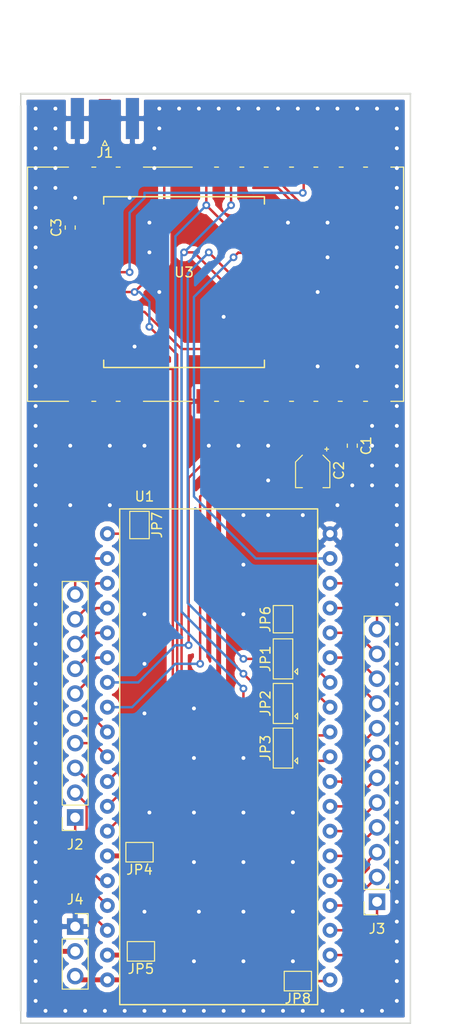
<source format=kicad_pcb>
(kicad_pcb (version 20171130) (host pcbnew 5.0.2+dfsg1-1)

  (general
    (thickness 1.6)
    (drawings 6)
    (tracks 466)
    (zones 0)
    (modules 18)
    (nets 44)
  )

  (page A4)
  (layers
    (0 F.Cu signal)
    (31 B.Cu signal)
    (32 B.Adhes user)
    (33 F.Adhes user)
    (34 B.Paste user)
    (35 F.Paste user)
    (36 B.SilkS user)
    (37 F.SilkS user)
    (38 B.Mask user)
    (39 F.Mask user)
    (40 Dwgs.User user)
    (41 Cmts.User user)
    (42 Eco1.User user)
    (43 Eco2.User user)
    (44 Edge.Cuts user)
    (45 Margin user)
    (46 B.CrtYd user)
    (47 F.CrtYd user)
    (48 B.Fab user)
    (49 F.Fab user)
  )

  (setup
    (last_trace_width 0.25)
    (trace_clearance 0.2)
    (zone_clearance 0.508)
    (zone_45_only no)
    (trace_min 0.2)
    (segment_width 0.2)
    (edge_width 0.15)
    (via_size 0.8)
    (via_drill 0.4)
    (via_min_size 0.4)
    (via_min_drill 0.3)
    (uvia_size 0.3)
    (uvia_drill 0.1)
    (uvias_allowed no)
    (uvia_min_size 0.2)
    (uvia_min_drill 0.1)
    (pcb_text_width 0.3)
    (pcb_text_size 1.5 1.5)
    (mod_edge_width 0.15)
    (mod_text_size 1 1)
    (mod_text_width 0.15)
    (pad_size 1.524 1.524)
    (pad_drill 0.762)
    (pad_to_mask_clearance 0.051)
    (solder_mask_min_width 0.25)
    (aux_axis_origin 0 0)
    (visible_elements FFFFFF7F)
    (pcbplotparams
      (layerselection 0x010f0_ffffffff)
      (usegerberextensions true)
      (usegerberattributes false)
      (usegerberadvancedattributes false)
      (creategerberjobfile false)
      (excludeedgelayer true)
      (linewidth 0.150000)
      (plotframeref false)
      (viasonmask false)
      (mode 1)
      (useauxorigin false)
      (hpglpennumber 1)
      (hpglpenspeed 20)
      (hpglpendiameter 15.000000)
      (psnegative false)
      (psa4output false)
      (plotreference true)
      (plotvalue true)
      (plotinvisibletext false)
      (padsonsilk false)
      (subtractmaskfromsilk false)
      (outputformat 1)
      (mirror false)
      (drillshape 0)
      (scaleselection 1)
      (outputdirectory "/home/sh/tmp/gerber/"))
  )

  (net 0 "")
  (net 1 GND)
  (net 2 VCC)
  (net 3 RXEN)
  (net 4 TXEN)
  (net 5 NRST)
  (net 6 BUSY)
  (net 7 DIO1)
  (net 8 NSS)
  (net 9 SCK)
  (net 10 MISO)
  (net 11 MOSI)
  (net 12 "Net-(J1-Pad1)")
  (net 13 "Net-(JP1-Pad3)")
  (net 14 "Net-(JP1-Pad1)")
  (net 15 "Net-(JP2-Pad1)")
  (net 16 "Net-(JP3-Pad1)")
  (net 17 "Net-(JP4-Pad2)")
  (net 18 "Net-(JP5-Pad2)")
  (net 19 3v3)
  (net 20 "Net-(JP7-Pad2)")
  (net 21 "Net-(JP8-Pad1)")
  (net 22 GPIO10)
  (net 23 GPIO9)
  (net 24 GPIO13)
  (net 25 GPIO26)
  (net 26 GPIO25)
  (net 27 GPIO35)
  (net 28 GPIO34)
  (net 29 GPIO39)
  (net 30 GPIO36)
  (net 31 EN)
  (net 32 GPIO7)
  (net 33 GPIO8)
  (net 34 GPIO15)
  (net 35 GPIO2)
  (net 36 GPIO0)
  (net 37 GPIO4)
  (net 38 GPIO16)
  (net 39 GPIO17)
  (net 40 GPIO21)
  (net 41 GPIO3)
  (net 42 GPIO1)
  (net 43 GPIO22)

  (net_class Default "This is the default net class."
    (clearance 0.2)
    (trace_width 0.25)
    (via_dia 0.8)
    (via_drill 0.4)
    (uvia_dia 0.3)
    (uvia_drill 0.1)
    (add_net 3v3)
    (add_net BUSY)
    (add_net DIO1)
    (add_net EN)
    (add_net GND)
    (add_net GPIO0)
    (add_net GPIO1)
    (add_net GPIO10)
    (add_net GPIO13)
    (add_net GPIO15)
    (add_net GPIO16)
    (add_net GPIO17)
    (add_net GPIO2)
    (add_net GPIO21)
    (add_net GPIO22)
    (add_net GPIO25)
    (add_net GPIO26)
    (add_net GPIO3)
    (add_net GPIO34)
    (add_net GPIO35)
    (add_net GPIO36)
    (add_net GPIO39)
    (add_net GPIO4)
    (add_net GPIO7)
    (add_net GPIO8)
    (add_net GPIO9)
    (add_net MISO)
    (add_net MOSI)
    (add_net NRST)
    (add_net NSS)
    (add_net "Net-(J1-Pad1)")
    (add_net "Net-(JP1-Pad1)")
    (add_net "Net-(JP1-Pad3)")
    (add_net "Net-(JP2-Pad1)")
    (add_net "Net-(JP3-Pad1)")
    (add_net "Net-(JP4-Pad2)")
    (add_net "Net-(JP5-Pad2)")
    (add_net "Net-(JP7-Pad2)")
    (add_net "Net-(JP8-Pad1)")
    (add_net RXEN)
    (add_net SCK)
    (add_net TXEN)
    (add_net VCC)
  )

  (module lora_tracker:E22-400M30S (layer F.Cu) (tedit 0) (tstamp 61BB8556)
    (at 93.658501 62.7 90)
    (path /6194CACC)
    (fp_text reference U2 (at -1.435 17.466499 -180) (layer F.Fab)
      (effects (font (size 0.77216 0.77216) (thickness 0.061772)) (justify left bottom))
    )
    (fp_text value E22-400M30S (at 0 0 90) (layer F.SilkS) hide
      (effects (font (size 1.27 1.27) (thickness 0.15)) (justify right top))
    )
    (fp_line (start -12 -19.25) (end 12 -19.25) (layer F.Fab) (width 0.127))
    (fp_line (start 12 -19.25) (end 12 19.25) (layer F.Fab) (width 0.127))
    (fp_line (start -12 -19.25) (end -12 19.25) (layer F.Fab) (width 0.127))
    (fp_line (start -12 19.25) (end 12 19.25) (layer F.Fab) (width 0.127))
    (fp_line (start -12 -15.1) (end -12 -19.3) (layer F.SilkS) (width 0.127))
    (fp_line (start -12 -19.3) (end 12 -19.3) (layer F.SilkS) (width 0.127))
    (fp_line (start 12 -19.3) (end 12 -15.1) (layer F.SilkS) (width 0.127))
    (fp_line (start 12 -12.7) (end 12 -12.3) (layer F.SilkS) (width 0.127))
    (fp_line (start 12 -10.2) (end 12 -9.8) (layer F.SilkS) (width 0.127))
    (fp_line (start 12 -0.1) (end 12 0.3) (layer F.SilkS) (width 0.127))
    (fp_line (start 12 2.5) (end 12 2.9) (layer F.SilkS) (width 0.127))
    (fp_line (start 12 5) (end 12 5.4) (layer F.SilkS) (width 0.127))
    (fp_line (start 12 7.6) (end 12 8) (layer F.SilkS) (width 0.127))
    (fp_line (start 12 10.1) (end 12 10.5) (layer F.SilkS) (width 0.127))
    (fp_line (start 12 12.7) (end 12 13.1) (layer F.SilkS) (width 0.127))
    (fp_line (start 12 15.2) (end 12 15.6) (layer F.SilkS) (width 0.127))
    (fp_line (start -12 15.2) (end -12 15.6) (layer F.SilkS) (width 0.127))
    (fp_line (start -12 12.6) (end -12 13) (layer F.SilkS) (width 0.127))
    (fp_line (start -12 10.1) (end -12 10.5) (layer F.SilkS) (width 0.127))
    (fp_line (start -12 7.6) (end -12 8) (layer F.SilkS) (width 0.127))
    (fp_line (start -12 5) (end -12 5.4) (layer F.SilkS) (width 0.127))
    (fp_line (start -12 2.5) (end -12 2.9) (layer F.SilkS) (width 0.127))
    (fp_line (start -12 -0.1) (end -12 0.3) (layer F.SilkS) (width 0.127))
    (fp_line (start -12 -10.2) (end -12 -9.8) (layer F.SilkS) (width 0.127))
    (fp_line (start -12 -12.7) (end -12 -12.3) (layer F.SilkS) (width 0.127))
    (fp_line (start -12 -7.4) (end -12 -2.4) (layer F.SilkS) (width 0.127))
    (fp_line (start 12 -7.4) (end 12 -2.4) (layer F.SilkS) (width 0.127))
    (fp_line (start -12 18) (end -12 19.3) (layer F.SilkS) (width 0.127))
    (fp_line (start -12 19.3) (end 12 19.3) (layer F.SilkS) (width 0.127))
    (fp_line (start 12 19.3) (end 12 18) (layer F.SilkS) (width 0.127))
    (pad 1 smd rect (at -12 -13.79 180) (size 1.7 2.5) (layers F.Cu F.Paste F.Mask)
      (net 1 GND) (solder_mask_margin 0.1016))
    (pad 2 smd rect (at -12 -11.25 180) (size 1.7 2.5) (layers F.Cu F.Paste F.Mask)
      (net 1 GND) (solder_mask_margin 0.1016))
    (pad 3 smd rect (at -12 -8.71 180) (size 1.7 2.5) (layers F.Cu F.Paste F.Mask)
      (net 1 GND) (solder_mask_margin 0.1016))
    (pad 4 smd rect (at -12 -1.11 180) (size 1.7 2.5) (layers F.Cu F.Paste F.Mask)
      (net 1 GND) (solder_mask_margin 0.1016))
    (pad 5 smd rect (at -12 1.43 180) (size 1.7 2.5) (layers F.Cu F.Paste F.Mask)
      (net 1 GND) (solder_mask_margin 0.1016))
    (pad 6 smd rect (at -12 3.97 180) (size 1.7 2.5) (layers F.Cu F.Paste F.Mask)
      (net 3 RXEN) (solder_mask_margin 0.1016))
    (pad 7 smd rect (at -12 6.51 180) (size 1.7 2.5) (layers F.Cu F.Paste F.Mask)
      (net 4 TXEN) (solder_mask_margin 0.1016))
    (pad 8 smd rect (at -12 9.05 180) (size 1.7 2.5) (layers F.Cu F.Paste F.Mask)
      (solder_mask_margin 0.1016))
    (pad 9 smd rect (at -12 11.59 180) (size 1.7 2.5) (layers F.Cu F.Paste F.Mask)
      (net 2 VCC) (solder_mask_margin 0.1016))
    (pad 10 smd rect (at -12 14.13 180) (size 1.7 2.5) (layers F.Cu F.Paste F.Mask)
      (net 2 VCC) (solder_mask_margin 0.1016))
    (pad 11 smd rect (at -12 16.67 180) (size 1.7 2.5) (layers F.Cu F.Paste F.Mask)
      (net 1 GND) (solder_mask_margin 0.1016))
    (pad 12 smd rect (at 12 16.67 180) (size 1.7 2.5) (layers F.Cu F.Paste F.Mask)
      (net 1 GND) (solder_mask_margin 0.1016))
    (pad 13 smd rect (at 12 14.13 180) (size 1.7 2.5) (layers F.Cu F.Paste F.Mask)
      (net 7 DIO1) (solder_mask_margin 0.1016))
    (pad 14 smd rect (at 12 11.59 180) (size 1.7 2.5) (layers F.Cu F.Paste F.Mask)
      (net 6 BUSY) (solder_mask_margin 0.1016))
    (pad 15 smd rect (at 12 9.05 180) (size 1.7 2.5) (layers F.Cu F.Paste F.Mask)
      (net 5 NRST) (solder_mask_margin 0.1016))
    (pad 16 smd rect (at 12 6.51 180) (size 1.7 2.5) (layers F.Cu F.Paste F.Mask)
      (net 10 MISO) (solder_mask_margin 0.1016))
    (pad 17 smd rect (at 12 3.97 180) (size 1.7 2.5) (layers F.Cu F.Paste F.Mask)
      (net 11 MOSI) (solder_mask_margin 0.1016))
    (pad 18 smd rect (at 12 1.43 180) (size 1.7 2.5) (layers F.Cu F.Paste F.Mask)
      (net 9 SCK) (solder_mask_margin 0.1016))
    (pad 19 smd rect (at 12 -1.11 180) (size 1.7 2.5) (layers F.Cu F.Paste F.Mask)
      (net 8 NSS) (solder_mask_margin 0.1016))
    (pad 20 smd rect (at 12 -8.71 180) (size 1.7 2.5) (layers F.Cu F.Paste F.Mask)
      (net 1 GND) (solder_mask_margin 0.1016))
    (pad 21 smd rect (at 12 -11.25 180) (size 1.7 2.5) (layers F.Cu F.Paste F.Mask)
      (net 12 "Net-(J1-Pad1)") (solder_mask_margin 0.1016))
    (pad 22 smd rect (at 12 -13.79 180) (size 1.7 2.5) (layers F.Cu F.Paste F.Mask)
      (net 1 GND) (solder_mask_margin 0.1016))
  )

  (module "lora_tracker:esp32 devkit" (layer F.Cu) (tedit 61967ABE) (tstamp 61A31AF5)
    (at 97.79 85.725)
    (path /61978D9D)
    (fp_text reference U1 (at -11.43 -1.27) (layer F.SilkS)
      (effects (font (size 1 1) (thickness 0.15)))
    )
    (fp_text value ESP32 (at -3.81 -3.04) (layer F.Fab)
      (effects (font (size 1 1) (thickness 0.15)))
    )
    (fp_line (start -13.97 50.8) (end -13.97 0) (layer F.SilkS) (width 0.15))
    (fp_line (start 6.35 0) (end 6.35 50.8) (layer F.SilkS) (width 0.15))
    (fp_line (start 6.35 0) (end -13.97 0) (layer F.SilkS) (width 0.15))
    (fp_line (start 6.35 50.8) (end -13.97 50.8) (layer F.SilkS) (width 0.15))
    (pad 1 thru_hole circle (at -15.24 2.54) (size 1.524 1.524) (drill 0.762) (layers *.Cu *.Mask)
      (net 20 "Net-(JP7-Pad2)"))
    (pad 2 thru_hole circle (at -15.24 5.08) (size 1.524 1.524) (drill 0.762) (layers *.Cu *.Mask)
      (net 31 EN))
    (pad 3 thru_hole circle (at -15.24 7.62) (size 1.524 1.524) (drill 0.762) (layers *.Cu *.Mask)
      (net 30 GPIO36))
    (pad 4 thru_hole circle (at -15.24 10.16) (size 1.524 1.524) (drill 0.762) (layers *.Cu *.Mask)
      (net 29 GPIO39))
    (pad 5 thru_hole circle (at -15.24 12.7) (size 1.524 1.524) (drill 0.762) (layers *.Cu *.Mask)
      (net 28 GPIO34))
    (pad 6 thru_hole circle (at -15.24 15.24) (size 1.524 1.524) (drill 0.762) (layers *.Cu *.Mask)
      (net 27 GPIO35))
    (pad 7 thru_hole circle (at -15.24 17.78) (size 1.524 1.524) (drill 0.762) (layers *.Cu *.Mask)
      (net 3 RXEN))
    (pad 8 thru_hole circle (at -15.24 20.32) (size 1.524 1.524) (drill 0.762) (layers *.Cu *.Mask)
      (net 4 TXEN))
    (pad 9 thru_hole circle (at -15.24 22.86) (size 1.524 1.524) (drill 0.762) (layers *.Cu *.Mask)
      (net 26 GPIO25))
    (pad 10 thru_hole circle (at -15.24 25.4) (size 1.524 1.524) (drill 0.762) (layers *.Cu *.Mask)
      (net 25 GPIO26))
    (pad 11 thru_hole circle (at -15.24 27.94) (size 1.524 1.524) (drill 0.762) (layers *.Cu *.Mask)
      (net 5 NRST))
    (pad 12 thru_hole circle (at -15.24 30.48) (size 1.524 1.524) (drill 0.762) (layers *.Cu *.Mask)
      (net 6 BUSY))
    (pad 13 thru_hole circle (at -15.24 33.02) (size 1.524 1.524) (drill 0.762) (layers *.Cu *.Mask)
      (net 7 DIO1))
    (pad 14 thru_hole circle (at -15.24 35.56) (size 1.524 1.524) (drill 0.762) (layers *.Cu *.Mask)
      (net 17 "Net-(JP4-Pad2)"))
    (pad 15 thru_hole circle (at -15.24 38.1) (size 1.524 1.524) (drill 0.762) (layers *.Cu *.Mask)
      (net 24 GPIO13))
    (pad 16 thru_hole circle (at -15.24 40.64) (size 1.524 1.524) (drill 0.762) (layers *.Cu *.Mask)
      (net 23 GPIO9))
    (pad 17 thru_hole circle (at -15.24 43.18) (size 1.524 1.524) (drill 0.762) (layers *.Cu *.Mask)
      (net 22 GPIO10))
    (pad 18 thru_hole circle (at -15.24 45.72) (size 1.524 1.524) (drill 0.762) (layers *.Cu *.Mask)
      (net 18 "Net-(JP5-Pad2)"))
    (pad 19 thru_hole circle (at -15.24 48.26) (size 1.524 1.524) (drill 0.762) (layers *.Cu *.Mask)
      (net 2 VCC))
    (pad 20 thru_hole circle (at 7.62 48.26) (size 1.524 1.524) (drill 0.762) (layers *.Cu *.Mask)
      (net 21 "Net-(JP8-Pad1)"))
    (pad 21 thru_hole circle (at 7.62 45.72) (size 1.524 1.524) (drill 0.762) (layers *.Cu *.Mask)
      (net 32 GPIO7))
    (pad 22 thru_hole circle (at 7.62 43.18) (size 1.524 1.524) (drill 0.762) (layers *.Cu *.Mask)
      (net 33 GPIO8))
    (pad 23 thru_hole circle (at 7.62 40.64) (size 1.524 1.524) (drill 0.762) (layers *.Cu *.Mask)
      (net 34 GPIO15))
    (pad 24 thru_hole circle (at 7.62 38.1) (size 1.524 1.524) (drill 0.762) (layers *.Cu *.Mask)
      (net 35 GPIO2))
    (pad 25 thru_hole circle (at 7.62 35.56) (size 1.524 1.524) (drill 0.762) (layers *.Cu *.Mask)
      (net 36 GPIO0))
    (pad 26 thru_hole circle (at 7.62 33.02) (size 1.524 1.524) (drill 0.762) (layers *.Cu *.Mask)
      (net 37 GPIO4))
    (pad 27 thru_hole circle (at 7.62 30.48) (size 1.524 1.524) (drill 0.762) (layers *.Cu *.Mask)
      (net 38 GPIO16))
    (pad 28 thru_hole circle (at 7.62 27.94) (size 1.524 1.524) (drill 0.762) (layers *.Cu *.Mask)
      (net 39 GPIO17))
    (pad 29 thru_hole circle (at 7.62 25.4) (size 1.524 1.524) (drill 0.762) (layers *.Cu *.Mask)
      (net 16 "Net-(JP3-Pad1)"))
    (pad 30 thru_hole circle (at 7.62 22.86) (size 1.524 1.524) (drill 0.762) (layers *.Cu *.Mask)
      (net 15 "Net-(JP2-Pad1)"))
    (pad 31 thru_hole circle (at 7.62 20.32) (size 1.524 1.524) (drill 0.762) (layers *.Cu *.Mask)
      (net 14 "Net-(JP1-Pad1)"))
    (pad 32 thru_hole circle (at 7.62 17.78) (size 1.524 1.524) (drill 0.762) (layers *.Cu *.Mask)
      (net 13 "Net-(JP1-Pad3)"))
    (pad 33 thru_hole circle (at 7.62 15.24) (size 1.524 1.524) (drill 0.762) (layers *.Cu *.Mask)
      (net 40 GPIO21))
    (pad 34 thru_hole circle (at 7.62 12.7) (size 1.524 1.524) (drill 0.762) (layers *.Cu *.Mask)
      (net 41 GPIO3))
    (pad 35 thru_hole circle (at 7.62 10.16) (size 1.524 1.524) (drill 0.762) (layers *.Cu *.Mask)
      (net 42 GPIO1))
    (pad 36 thru_hole circle (at 7.62 7.62) (size 1.524 1.524) (drill 0.762) (layers *.Cu *.Mask)
      (net 43 GPIO22))
    (pad 37 thru_hole circle (at 7.62 5.08) (size 1.524 1.524) (drill 0.762) (layers *.Cu *.Mask)
      (net 11 MOSI))
    (pad 38 thru_hole circle (at 7.62 2.54) (size 1.524 1.524) (drill 0.762) (layers *.Cu *.Mask)
      (net 1 GND))
  )

  (module Jumper:SolderJumper-3_P1.3mm_Open_Pad1.0x1.5mm (layer F.Cu) (tedit 5A3F8BB2) (tstamp 61A6E479)
    (at 100.584 101.092 90)
    (descr "SMD Solder 3-pad Jumper, 1x1.5mm Pads, 0.3mm gap, open")
    (tags "solder jumper open")
    (path /619A9CAA)
    (attr virtual)
    (fp_text reference JP1 (at 0 -1.8 90) (layer F.SilkS)
      (effects (font (size 1 1) (thickness 0.15)))
    )
    (fp_text value SolderJumper_3_Open (at 0 2 90) (layer F.Fab)
      (effects (font (size 1 1) (thickness 0.15)))
    )
    (fp_line (start -1.3 1.2) (end -1 1.5) (layer F.SilkS) (width 0.12))
    (fp_line (start -1.6 1.5) (end -1 1.5) (layer F.SilkS) (width 0.12))
    (fp_line (start -1.3 1.2) (end -1.6 1.5) (layer F.SilkS) (width 0.12))
    (fp_line (start -2.05 1) (end -2.05 -1) (layer F.SilkS) (width 0.12))
    (fp_line (start 2.05 1) (end -2.05 1) (layer F.SilkS) (width 0.12))
    (fp_line (start 2.05 -1) (end 2.05 1) (layer F.SilkS) (width 0.12))
    (fp_line (start -2.05 -1) (end 2.05 -1) (layer F.SilkS) (width 0.12))
    (fp_line (start -2.3 -1.25) (end 2.3 -1.25) (layer F.CrtYd) (width 0.05))
    (fp_line (start -2.3 -1.25) (end -2.3 1.25) (layer F.CrtYd) (width 0.05))
    (fp_line (start 2.3 1.25) (end 2.3 -1.25) (layer F.CrtYd) (width 0.05))
    (fp_line (start 2.3 1.25) (end -2.3 1.25) (layer F.CrtYd) (width 0.05))
    (pad 3 smd rect (at 1.3 0 90) (size 1 1.5) (layers F.Cu F.Mask)
      (net 13 "Net-(JP1-Pad3)"))
    (pad 2 smd rect (at 0 0 90) (size 1 1.5) (layers F.Cu F.Mask)
      (net 10 MISO))
    (pad 1 smd rect (at -1.3 0 90) (size 1 1.5) (layers F.Cu F.Mask)
      (net 14 "Net-(JP1-Pad1)"))
  )

  (module Jumper:SolderJumper-3_P1.3mm_Open_Pad1.0x1.5mm (layer F.Cu) (tedit 5A3F8BB2) (tstamp 61A6E48B)
    (at 100.584 105.664 90)
    (descr "SMD Solder 3-pad Jumper, 1x1.5mm Pads, 0.3mm gap, open")
    (tags "solder jumper open")
    (path /619AAF54)
    (attr virtual)
    (fp_text reference JP2 (at 0 -1.8 90) (layer F.SilkS)
      (effects (font (size 1 1) (thickness 0.15)))
    )
    (fp_text value SolderJumper_3_Open (at 0 2 90) (layer F.Fab)
      (effects (font (size 1 1) (thickness 0.15)))
    )
    (fp_line (start 2.3 1.25) (end -2.3 1.25) (layer F.CrtYd) (width 0.05))
    (fp_line (start 2.3 1.25) (end 2.3 -1.25) (layer F.CrtYd) (width 0.05))
    (fp_line (start -2.3 -1.25) (end -2.3 1.25) (layer F.CrtYd) (width 0.05))
    (fp_line (start -2.3 -1.25) (end 2.3 -1.25) (layer F.CrtYd) (width 0.05))
    (fp_line (start -2.05 -1) (end 2.05 -1) (layer F.SilkS) (width 0.12))
    (fp_line (start 2.05 -1) (end 2.05 1) (layer F.SilkS) (width 0.12))
    (fp_line (start 2.05 1) (end -2.05 1) (layer F.SilkS) (width 0.12))
    (fp_line (start -2.05 1) (end -2.05 -1) (layer F.SilkS) (width 0.12))
    (fp_line (start -1.3 1.2) (end -1.6 1.5) (layer F.SilkS) (width 0.12))
    (fp_line (start -1.6 1.5) (end -1 1.5) (layer F.SilkS) (width 0.12))
    (fp_line (start -1.3 1.2) (end -1 1.5) (layer F.SilkS) (width 0.12))
    (pad 1 smd rect (at -1.3 0 90) (size 1 1.5) (layers F.Cu F.Mask)
      (net 15 "Net-(JP2-Pad1)"))
    (pad 2 smd rect (at 0 0 90) (size 1 1.5) (layers F.Cu F.Mask)
      (net 9 SCK))
    (pad 3 smd rect (at 1.3 0 90) (size 1 1.5) (layers F.Cu F.Mask)
      (net 14 "Net-(JP1-Pad1)"))
  )

  (module Jumper:SolderJumper-3_P1.3mm_Open_Pad1.0x1.5mm (layer F.Cu) (tedit 5A3F8BB2) (tstamp 61A6E49D)
    (at 100.584 110.236 90)
    (descr "SMD Solder 3-pad Jumper, 1x1.5mm Pads, 0.3mm gap, open")
    (tags "solder jumper open")
    (path /619AC0BC)
    (attr virtual)
    (fp_text reference JP3 (at 0 -1.8 90) (layer F.SilkS)
      (effects (font (size 1 1) (thickness 0.15)))
    )
    (fp_text value SolderJumper_3_Open (at 0 2 90) (layer F.Fab)
      (effects (font (size 1 1) (thickness 0.15)))
    )
    (fp_line (start -1.3 1.2) (end -1 1.5) (layer F.SilkS) (width 0.12))
    (fp_line (start -1.6 1.5) (end -1 1.5) (layer F.SilkS) (width 0.12))
    (fp_line (start -1.3 1.2) (end -1.6 1.5) (layer F.SilkS) (width 0.12))
    (fp_line (start -2.05 1) (end -2.05 -1) (layer F.SilkS) (width 0.12))
    (fp_line (start 2.05 1) (end -2.05 1) (layer F.SilkS) (width 0.12))
    (fp_line (start 2.05 -1) (end 2.05 1) (layer F.SilkS) (width 0.12))
    (fp_line (start -2.05 -1) (end 2.05 -1) (layer F.SilkS) (width 0.12))
    (fp_line (start -2.3 -1.25) (end 2.3 -1.25) (layer F.CrtYd) (width 0.05))
    (fp_line (start -2.3 -1.25) (end -2.3 1.25) (layer F.CrtYd) (width 0.05))
    (fp_line (start 2.3 1.25) (end 2.3 -1.25) (layer F.CrtYd) (width 0.05))
    (fp_line (start 2.3 1.25) (end -2.3 1.25) (layer F.CrtYd) (width 0.05))
    (pad 3 smd rect (at 1.3 0 90) (size 1 1.5) (layers F.Cu F.Mask)
      (net 15 "Net-(JP2-Pad1)"))
    (pad 2 smd rect (at 0 0 90) (size 1 1.5) (layers F.Cu F.Mask)
      (net 8 NSS))
    (pad 1 smd rect (at -1.3 0 90) (size 1 1.5) (layers F.Cu F.Mask)
      (net 16 "Net-(JP3-Pad1)"))
  )

  (module Jumper:SolderJumper-2_P1.3mm_Open_Pad1.0x1.5mm (layer F.Cu) (tedit 5A3EABFC) (tstamp 61A715E6)
    (at 85.852 120.904 180)
    (descr "SMD Solder Jumper, 1x1.5mm Pads, 0.3mm gap, open")
    (tags "solder jumper open")
    (path /619C59F2)
    (attr virtual)
    (fp_text reference JP4 (at 0 -1.8 180) (layer F.SilkS)
      (effects (font (size 1 1) (thickness 0.15)))
    )
    (fp_text value SolderJumper_2_Open (at 0 1.9 180) (layer F.Fab)
      (effects (font (size 1 1) (thickness 0.15)))
    )
    (fp_line (start -1.4 1) (end -1.4 -1) (layer F.SilkS) (width 0.12))
    (fp_line (start 1.4 1) (end -1.4 1) (layer F.SilkS) (width 0.12))
    (fp_line (start 1.4 -1) (end 1.4 1) (layer F.SilkS) (width 0.12))
    (fp_line (start -1.4 -1) (end 1.4 -1) (layer F.SilkS) (width 0.12))
    (fp_line (start -1.65 -1.25) (end 1.65 -1.25) (layer F.CrtYd) (width 0.05))
    (fp_line (start -1.65 -1.25) (end -1.65 1.25) (layer F.CrtYd) (width 0.05))
    (fp_line (start 1.65 1.25) (end 1.65 -1.25) (layer F.CrtYd) (width 0.05))
    (fp_line (start 1.65 1.25) (end -1.65 1.25) (layer F.CrtYd) (width 0.05))
    (pad 2 smd rect (at 0.65 0 180) (size 1 1.5) (layers F.Cu F.Mask)
      (net 17 "Net-(JP4-Pad2)"))
    (pad 1 smd rect (at -0.65 0 180) (size 1 1.5) (layers F.Cu F.Mask)
      (net 1 GND))
  )

  (module Jumper:SolderJumper-2_P1.3mm_Open_Pad1.0x1.5mm (layer F.Cu) (tedit 5A3EABFC) (tstamp 61A6E4B9)
    (at 85.994 131.064 180)
    (descr "SMD Solder Jumper, 1x1.5mm Pads, 0.3mm gap, open")
    (tags "solder jumper open")
    (path /619C9C44)
    (attr virtual)
    (fp_text reference JP5 (at 0 -1.8 180) (layer F.SilkS)
      (effects (font (size 1 1) (thickness 0.15)))
    )
    (fp_text value SolderJumper_2_Open (at 0 1.9 180) (layer F.Fab)
      (effects (font (size 1 1) (thickness 0.15)))
    )
    (fp_line (start 1.65 1.25) (end -1.65 1.25) (layer F.CrtYd) (width 0.05))
    (fp_line (start 1.65 1.25) (end 1.65 -1.25) (layer F.CrtYd) (width 0.05))
    (fp_line (start -1.65 -1.25) (end -1.65 1.25) (layer F.CrtYd) (width 0.05))
    (fp_line (start -1.65 -1.25) (end 1.65 -1.25) (layer F.CrtYd) (width 0.05))
    (fp_line (start -1.4 -1) (end 1.4 -1) (layer F.SilkS) (width 0.12))
    (fp_line (start 1.4 -1) (end 1.4 1) (layer F.SilkS) (width 0.12))
    (fp_line (start 1.4 1) (end -1.4 1) (layer F.SilkS) (width 0.12))
    (fp_line (start -1.4 1) (end -1.4 -1) (layer F.SilkS) (width 0.12))
    (pad 1 smd rect (at -0.65 0 180) (size 1 1.5) (layers F.Cu F.Mask)
      (net 1 GND))
    (pad 2 smd rect (at 0.65 0 180) (size 1 1.5) (layers F.Cu F.Mask)
      (net 18 "Net-(JP5-Pad2)"))
  )

  (module Jumper:SolderJumper-2_P1.3mm_Open_Pad1.0x1.5mm (layer F.Cu) (tedit 5A3EABFC) (tstamp 61A6F19F)
    (at 100.584 97.028 90)
    (descr "SMD Solder Jumper, 1x1.5mm Pads, 0.3mm gap, open")
    (tags "solder jumper open")
    (path /619D6D42)
    (attr virtual)
    (fp_text reference JP6 (at 0 -1.8 90) (layer F.SilkS)
      (effects (font (size 1 1) (thickness 0.15)))
    )
    (fp_text value SolderJumper_2_Open (at 0 1.9 90) (layer F.Fab)
      (effects (font (size 1 1) (thickness 0.15)))
    )
    (fp_line (start -1.4 1) (end -1.4 -1) (layer F.SilkS) (width 0.12))
    (fp_line (start 1.4 1) (end -1.4 1) (layer F.SilkS) (width 0.12))
    (fp_line (start 1.4 -1) (end 1.4 1) (layer F.SilkS) (width 0.12))
    (fp_line (start -1.4 -1) (end 1.4 -1) (layer F.SilkS) (width 0.12))
    (fp_line (start -1.65 -1.25) (end 1.65 -1.25) (layer F.CrtYd) (width 0.05))
    (fp_line (start -1.65 -1.25) (end -1.65 1.25) (layer F.CrtYd) (width 0.05))
    (fp_line (start 1.65 1.25) (end 1.65 -1.25) (layer F.CrtYd) (width 0.05))
    (fp_line (start 1.65 1.25) (end -1.65 1.25) (layer F.CrtYd) (width 0.05))
    (pad 2 smd rect (at 0.65 0 90) (size 1 1.5) (layers F.Cu F.Mask)
      (net 1 GND))
    (pad 1 smd rect (at -0.65 0 90) (size 1 1.5) (layers F.Cu F.Mask)
      (net 13 "Net-(JP1-Pad3)"))
  )

  (module Connector_Coaxial:SMA_Samtec_SMA-J-P-H-ST-EM1_EdgeMount (layer F.Cu) (tedit 5BA382C0) (tstamp 61A6FA0C)
    (at 82.296 45.72 90)
    (descr http://suddendocs.samtec.com/prints/sma-j-p-x-st-em1-mkt.pdf)
    (tags SMA)
    (path /619A9181)
    (attr smd)
    (fp_text reference J1 (at -3.5 0 180) (layer F.SilkS)
      (effects (font (size 1 1) (thickness 0.15)))
    )
    (fp_text value Conn_Coaxial (at 5 5.9 90) (layer F.Fab)
      (effects (font (size 1 1) (thickness 0.15)))
    )
    (fp_line (start -2.76 0.25) (end -2.26 0) (layer F.SilkS) (width 0.12))
    (fp_line (start -2.76 -0.25) (end -2.76 0.25) (layer F.SilkS) (width 0.12))
    (fp_line (start -2.26 0) (end -2.76 -0.25) (layer F.SilkS) (width 0.12))
    (fp_line (start 3.1 0) (end 2.1 0.75) (layer F.Fab) (width 0.1))
    (fp_line (start 2.1 -0.75) (end 3.1 0) (layer F.Fab) (width 0.1))
    (fp_text user %R (at 4.79 0) (layer F.Fab)
      (effects (font (size 1 1) (thickness 0.15)))
    )
    (fp_line (start 3 -4) (end -2.6 -4) (layer F.CrtYd) (width 0.05))
    (fp_line (start 12.12 -4.5) (end 12.12 4.5) (layer F.CrtYd) (width 0.05))
    (fp_line (start 3 4) (end -2.6 4) (layer F.CrtYd) (width 0.05))
    (fp_line (start -2.6 4) (end -2.6 -4) (layer F.CrtYd) (width 0.05))
    (fp_line (start 3 -4) (end -2.6 -4) (layer B.CrtYd) (width 0.05))
    (fp_line (start 12.12 -4.5) (end 12.12 4.5) (layer B.CrtYd) (width 0.05))
    (fp_line (start 3 4) (end -2.6 4) (layer B.CrtYd) (width 0.05))
    (fp_line (start -2.6 4) (end -2.6 -4) (layer B.CrtYd) (width 0.05))
    (fp_line (start 11.62 -3.165) (end 11.62 3.165) (layer F.Fab) (width 0.1))
    (fp_line (start -1.71 -3.175) (end 11.62 -3.175) (layer F.Fab) (width 0.1))
    (fp_line (start -1.71 -3.175) (end -1.71 -2.365) (layer F.Fab) (width 0.1))
    (fp_line (start -1.71 -2.365) (end 2.1 -2.365) (layer F.Fab) (width 0.1))
    (fp_line (start 2.1 -2.365) (end 2.1 2.365) (layer F.Fab) (width 0.1))
    (fp_line (start 2.1 2.365) (end -1.71 2.365) (layer F.Fab) (width 0.1))
    (fp_line (start -1.71 2.365) (end -1.71 3.175) (layer F.Fab) (width 0.1))
    (fp_line (start -1.71 3.175) (end 11.62 3.175) (layer F.Fab) (width 0.1))
    (fp_line (start 12.12 4.5) (end 3 4.5) (layer F.CrtYd) (width 0.05))
    (fp_line (start 3 4.5) (end 3 4) (layer F.CrtYd) (width 0.05))
    (fp_line (start 12.12 -4.5) (end 3 -4.5) (layer F.CrtYd) (width 0.05))
    (fp_line (start 3 -4.5) (end 3 -4) (layer F.CrtYd) (width 0.05))
    (fp_line (start 12.12 -4.5) (end 3 -4.5) (layer B.CrtYd) (width 0.05))
    (fp_line (start 3 -4.5) (end 3 -4) (layer B.CrtYd) (width 0.05))
    (fp_line (start 12.12 4.5) (end 3 4.5) (layer B.CrtYd) (width 0.05))
    (fp_line (start 3 4.5) (end 3 4) (layer B.CrtYd) (width 0.05))
    (fp_line (start 2.1 -3.5) (end 2.1 3.5) (layer Dwgs.User) (width 0.1))
    (fp_text user "PCB Edge" (at 2.6 0 180) (layer Dwgs.User)
      (effects (font (size 0.5 0.5) (thickness 0.1)))
    )
    (pad 2 smd rect (at 0 2.825 180) (size 1.35 4.2) (layers B.Cu B.Paste B.Mask)
      (net 1 GND))
    (pad 2 smd rect (at 0 -2.825 180) (size 1.35 4.2) (layers B.Cu B.Paste B.Mask)
      (net 1 GND))
    (pad 2 smd rect (at 0 2.825 180) (size 1.35 4.2) (layers F.Cu F.Paste F.Mask)
      (net 1 GND))
    (pad 2 smd rect (at 0 -2.825 180) (size 1.35 4.2) (layers F.Cu F.Paste F.Mask)
      (net 1 GND))
    (pad 1 smd rect (at 0.2 0 180) (size 1.27 3.6) (layers F.Cu F.Paste F.Mask)
      (net 12 "Net-(J1-Pad1)"))
    (model ${KISYS3DMOD}/Connector_Coaxial.3dshapes/SMA_Samtec_SMA-J-P-H-ST-EM1_EdgeMount.wrl
      (at (xyz 0 0 0))
      (scale (xyz 1 1 1))
      (rotate (xyz 0 0 0))
    )
  )

  (module Capacitor_SMD:CP_Elec_3x5.3 (layer F.Cu) (tedit 5B303299) (tstamp 61A703D4)
    (at 103.632 81.788 270)
    (descr "SMT capacitor, aluminium electrolytic, 3x5.3, Cornell Dubilier Electronics ")
    (tags "Capacitor Electrolytic")
    (path /619EF8E3)
    (attr smd)
    (fp_text reference C2 (at 0 -2.7 270) (layer F.SilkS)
      (effects (font (size 1 1) (thickness 0.15)))
    )
    (fp_text value 100uF (at 0 2.7 270) (layer F.Fab)
      (effects (font (size 1 1) (thickness 0.15)))
    )
    (fp_circle (center 0 0) (end 1.5 0) (layer F.Fab) (width 0.1))
    (fp_line (start 1.65 -1.65) (end 1.65 1.65) (layer F.Fab) (width 0.1))
    (fp_line (start -0.825 -1.65) (end 1.65 -1.65) (layer F.Fab) (width 0.1))
    (fp_line (start -0.825 1.65) (end 1.65 1.65) (layer F.Fab) (width 0.1))
    (fp_line (start -1.65 -0.825) (end -1.65 0.825) (layer F.Fab) (width 0.1))
    (fp_line (start -1.65 -0.825) (end -0.825 -1.65) (layer F.Fab) (width 0.1))
    (fp_line (start -1.65 0.825) (end -0.825 1.65) (layer F.Fab) (width 0.1))
    (fp_line (start -1.110469 -0.8) (end -0.810469 -0.8) (layer F.Fab) (width 0.1))
    (fp_line (start -0.960469 -0.95) (end -0.960469 -0.65) (layer F.Fab) (width 0.1))
    (fp_line (start 1.76 1.76) (end 1.76 1.06) (layer F.SilkS) (width 0.12))
    (fp_line (start 1.76 -1.76) (end 1.76 -1.06) (layer F.SilkS) (width 0.12))
    (fp_line (start -0.870563 -1.76) (end 1.76 -1.76) (layer F.SilkS) (width 0.12))
    (fp_line (start -0.870563 1.76) (end 1.76 1.76) (layer F.SilkS) (width 0.12))
    (fp_line (start -1.570563 -1.06) (end -0.870563 -1.76) (layer F.SilkS) (width 0.12))
    (fp_line (start -1.570563 1.06) (end -0.870563 1.76) (layer F.SilkS) (width 0.12))
    (fp_line (start -2.375 -1.435) (end -2 -1.435) (layer F.SilkS) (width 0.12))
    (fp_line (start -2.1875 -1.6225) (end -2.1875 -1.2475) (layer F.SilkS) (width 0.12))
    (fp_line (start 1.9 -1.9) (end 1.9 -1.05) (layer F.CrtYd) (width 0.05))
    (fp_line (start 1.9 -1.05) (end 2.85 -1.05) (layer F.CrtYd) (width 0.05))
    (fp_line (start 2.85 -1.05) (end 2.85 1.05) (layer F.CrtYd) (width 0.05))
    (fp_line (start 2.85 1.05) (end 1.9 1.05) (layer F.CrtYd) (width 0.05))
    (fp_line (start 1.9 1.05) (end 1.9 1.9) (layer F.CrtYd) (width 0.05))
    (fp_line (start -0.93 1.9) (end 1.9 1.9) (layer F.CrtYd) (width 0.05))
    (fp_line (start -0.93 -1.9) (end 1.9 -1.9) (layer F.CrtYd) (width 0.05))
    (fp_line (start -1.78 1.05) (end -0.93 1.9) (layer F.CrtYd) (width 0.05))
    (fp_line (start -1.78 -1.05) (end -0.93 -1.9) (layer F.CrtYd) (width 0.05))
    (fp_line (start -1.78 -1.05) (end -2.85 -1.05) (layer F.CrtYd) (width 0.05))
    (fp_line (start -2.85 -1.05) (end -2.85 1.05) (layer F.CrtYd) (width 0.05))
    (fp_line (start -2.85 1.05) (end -1.78 1.05) (layer F.CrtYd) (width 0.05))
    (fp_text user %R (at 0 0 270) (layer F.Fab)
      (effects (font (size 0.6 0.6) (thickness 0.09)))
    )
    (pad 1 smd rect (at -1.5 0 270) (size 2.2 1.6) (layers F.Cu F.Paste F.Mask)
      (net 2 VCC))
    (pad 2 smd rect (at 1.5 0 270) (size 2.2 1.6) (layers F.Cu F.Paste F.Mask)
      (net 1 GND))
    (model ${KISYS3DMOD}/Capacitor_SMD.3dshapes/CP_Elec_3x5.3.wrl
      (at (xyz 0 0 0))
      (scale (xyz 1 1 1))
      (rotate (xyz 0 0 0))
    )
  )

  (module Capacitor_SMD:C_0603_1608Metric_Pad1.05x0.95mm_HandSolder (layer F.Cu) (tedit 5B301BBE) (tstamp 61A7091A)
    (at 107.696 79.248 270)
    (descr "Capacitor SMD 0603 (1608 Metric), square (rectangular) end terminal, IPC_7351 nominal with elongated pad for handsoldering. (Body size source: http://www.tortai-tech.com/upload/download/2011102023233369053.pdf), generated with kicad-footprint-generator")
    (tags "capacitor handsolder")
    (path /619EF996)
    (attr smd)
    (fp_text reference C1 (at 0 -1.43 270) (layer F.SilkS)
      (effects (font (size 1 1) (thickness 0.15)))
    )
    (fp_text value 100nF (at 0 1.43 270) (layer F.Fab)
      (effects (font (size 1 1) (thickness 0.15)))
    )
    (fp_line (start -0.8 0.4) (end -0.8 -0.4) (layer F.Fab) (width 0.1))
    (fp_line (start -0.8 -0.4) (end 0.8 -0.4) (layer F.Fab) (width 0.1))
    (fp_line (start 0.8 -0.4) (end 0.8 0.4) (layer F.Fab) (width 0.1))
    (fp_line (start 0.8 0.4) (end -0.8 0.4) (layer F.Fab) (width 0.1))
    (fp_line (start -0.171267 -0.51) (end 0.171267 -0.51) (layer F.SilkS) (width 0.12))
    (fp_line (start -0.171267 0.51) (end 0.171267 0.51) (layer F.SilkS) (width 0.12))
    (fp_line (start -1.65 0.73) (end -1.65 -0.73) (layer F.CrtYd) (width 0.05))
    (fp_line (start -1.65 -0.73) (end 1.65 -0.73) (layer F.CrtYd) (width 0.05))
    (fp_line (start 1.65 -0.73) (end 1.65 0.73) (layer F.CrtYd) (width 0.05))
    (fp_line (start 1.65 0.73) (end -1.65 0.73) (layer F.CrtYd) (width 0.05))
    (fp_text user %R (at 0 0 270) (layer F.Fab)
      (effects (font (size 0.4 0.4) (thickness 0.06)))
    )
    (pad 1 smd roundrect (at -0.875 0 270) (size 1.05 0.95) (layers F.Cu F.Paste F.Mask) (roundrect_rratio 0.25)
      (net 2 VCC))
    (pad 2 smd roundrect (at 0.875 0 270) (size 1.05 0.95) (layers F.Cu F.Paste F.Mask) (roundrect_rratio 0.25)
      (net 1 GND))
    (model ${KISYS3DMOD}/Capacitor_SMD.3dshapes/C_0603_1608Metric.wrl
      (at (xyz 0 0 0))
      (scale (xyz 1 1 1))
      (rotate (xyz 0 0 0))
    )
  )

  (module Jumper:SolderJumper-2_P1.3mm_Open_Pad1.0x1.5mm (layer F.Cu) (tedit 5A3EABFC) (tstamp 61A70AFD)
    (at 85.852 87.376 270)
    (descr "SMD Solder Jumper, 1x1.5mm Pads, 0.3mm gap, open")
    (tags "solder jumper open")
    (path /61A74681)
    (attr virtual)
    (fp_text reference JP7 (at 0 -1.8 270) (layer F.SilkS)
      (effects (font (size 1 1) (thickness 0.15)))
    )
    (fp_text value SolderJumper_2_Open (at 0 1.9 270) (layer F.Fab)
      (effects (font (size 1 1) (thickness 0.15)))
    )
    (fp_line (start 1.65 1.25) (end -1.65 1.25) (layer F.CrtYd) (width 0.05))
    (fp_line (start 1.65 1.25) (end 1.65 -1.25) (layer F.CrtYd) (width 0.05))
    (fp_line (start -1.65 -1.25) (end -1.65 1.25) (layer F.CrtYd) (width 0.05))
    (fp_line (start -1.65 -1.25) (end 1.65 -1.25) (layer F.CrtYd) (width 0.05))
    (fp_line (start -1.4 -1) (end 1.4 -1) (layer F.SilkS) (width 0.12))
    (fp_line (start 1.4 -1) (end 1.4 1) (layer F.SilkS) (width 0.12))
    (fp_line (start 1.4 1) (end -1.4 1) (layer F.SilkS) (width 0.12))
    (fp_line (start -1.4 1) (end -1.4 -1) (layer F.SilkS) (width 0.12))
    (pad 1 smd rect (at -0.65 0 270) (size 1 1.5) (layers F.Cu F.Mask)
      (net 19 3v3))
    (pad 2 smd rect (at 0.65 0 270) (size 1 1.5) (layers F.Cu F.Mask)
      (net 20 "Net-(JP7-Pad2)"))
  )

  (module Jumper:SolderJumper-2_P1.3mm_Open_Pad1.0x1.5mm (layer F.Cu) (tedit 5A3EABFC) (tstamp 61A70B0B)
    (at 102.108 134.112 180)
    (descr "SMD Solder Jumper, 1x1.5mm Pads, 0.3mm gap, open")
    (tags "solder jumper open")
    (path /61A555B2)
    (attr virtual)
    (fp_text reference JP8 (at 0 -1.8 180) (layer F.SilkS)
      (effects (font (size 1 1) (thickness 0.15)))
    )
    (fp_text value SolderJumper_2_Open (at 0 1.9 180) (layer F.Fab)
      (effects (font (size 1 1) (thickness 0.15)))
    )
    (fp_line (start -1.4 1) (end -1.4 -1) (layer F.SilkS) (width 0.12))
    (fp_line (start 1.4 1) (end -1.4 1) (layer F.SilkS) (width 0.12))
    (fp_line (start 1.4 -1) (end 1.4 1) (layer F.SilkS) (width 0.12))
    (fp_line (start -1.4 -1) (end 1.4 -1) (layer F.SilkS) (width 0.12))
    (fp_line (start -1.65 -1.25) (end 1.65 -1.25) (layer F.CrtYd) (width 0.05))
    (fp_line (start -1.65 -1.25) (end -1.65 1.25) (layer F.CrtYd) (width 0.05))
    (fp_line (start 1.65 1.25) (end 1.65 -1.25) (layer F.CrtYd) (width 0.05))
    (fp_line (start 1.65 1.25) (end -1.65 1.25) (layer F.CrtYd) (width 0.05))
    (pad 2 smd rect (at 0.65 0 180) (size 1 1.5) (layers F.Cu F.Mask)
      (net 19 3v3))
    (pad 1 smd rect (at -0.65 0 180) (size 1 1.5) (layers F.Cu F.Mask)
      (net 21 "Net-(JP8-Pad1)"))
  )

  (module RF_Module:Ai-Thinker-Ra-01-LoRa (layer F.Cu) (tedit 5A57D4D7) (tstamp 61A70B2E)
    (at 90.424 62.484)
    (descr "Ai Thinker Ra-01 LoRa")
    (tags "LoRa Ra-01")
    (path /61A0738A)
    (attr smd)
    (fp_text reference U3 (at 0 -1) (layer F.SilkS)
      (effects (font (size 1 1) (thickness 0.15)))
    )
    (fp_text value Ai-Thinker-Ra-01 (at 0 9.75) (layer F.Fab)
      (effects (font (size 1 1) (thickness 0.15)))
    )
    (fp_line (start -8 8.5) (end -8 -8.5) (layer F.Fab) (width 0.15))
    (fp_line (start 8 8.5) (end -8 8.5) (layer F.Fab) (width 0.15))
    (fp_line (start 8 -8.5) (end 8 8.5) (layer F.Fab) (width 0.15))
    (fp_line (start -8 -8.5) (end 8 -8.5) (layer F.Fab) (width 0.15))
    (fp_line (start 8.25 -8.75) (end 8.25 -8) (layer F.SilkS) (width 0.15))
    (fp_line (start -8.25 -8.75) (end 8.25 -8.75) (layer F.SilkS) (width 0.15))
    (fp_line (start -8.25 -8) (end -8.25 -8.75) (layer F.SilkS) (width 0.15))
    (fp_line (start 8.25 8.75) (end 8.25 8) (layer F.SilkS) (width 0.15))
    (fp_line (start -8.25 8.75) (end 8.25 8.75) (layer F.SilkS) (width 0.15))
    (fp_line (start -8.25 8) (end -8.25 8.75) (layer F.SilkS) (width 0.15))
    (fp_text user %R (at 0 1) (layer F.Fab)
      (effects (font (size 1 1) (thickness 0.15)))
    )
    (fp_line (start -9.25 9) (end -9.25 -9) (layer F.CrtYd) (width 0.05))
    (fp_line (start 9.25 9) (end -9.25 9) (layer F.CrtYd) (width 0.05))
    (fp_line (start 9.25 -9) (end 9.25 9) (layer F.CrtYd) (width 0.05))
    (fp_line (start -9.25 -9) (end 9.25 -9) (layer F.CrtYd) (width 0.05))
    (pad 16 smd rect (at 8 -7) (size 2 1.5) (layers F.Cu F.Paste F.Mask)
      (net 1 GND))
    (pad 15 smd rect (at 8 -5) (size 2 1.5) (layers F.Cu F.Paste F.Mask)
      (net 8 NSS))
    (pad 14 smd rect (at 8 -3) (size 2 1.5) (layers F.Cu F.Paste F.Mask)
      (net 11 MOSI))
    (pad 13 smd rect (at 8 -1) (size 2 1.5) (layers F.Cu F.Paste F.Mask)
      (net 10 MISO))
    (pad 12 smd rect (at 8 1) (size 2 1.5) (layers F.Cu F.Paste F.Mask)
      (net 9 SCK))
    (pad 11 smd rect (at 8 3) (size 2 1.5) (layers F.Cu F.Paste F.Mask))
    (pad 10 smd rect (at 8 5) (size 2 1.5) (layers F.Cu F.Paste F.Mask))
    (pad 9 smd rect (at 8 7) (size 2 1.5) (layers F.Cu F.Paste F.Mask)
      (net 1 GND))
    (pad 8 smd rect (at -8 7) (size 2 1.5) (layers F.Cu F.Paste F.Mask))
    (pad 7 smd rect (at -8 5) (size 2 1.5) (layers F.Cu F.Paste F.Mask))
    (pad 6 smd rect (at -8 3) (size 2 1.5) (layers F.Cu F.Paste F.Mask)
      (net 7 DIO1))
    (pad 5 smd rect (at -8 1) (size 2 1.5) (layers F.Cu F.Paste F.Mask)
      (net 6 BUSY))
    (pad 4 smd rect (at -8 -1) (size 2 1.5) (layers F.Cu F.Paste F.Mask)
      (net 5 NRST))
    (pad 3 smd rect (at -8 -3) (size 2 1.5) (layers F.Cu F.Paste F.Mask)
      (net 19 3v3))
    (pad 2 smd rect (at -8 -5) (size 2 1.5) (layers F.Cu F.Paste F.Mask)
      (net 1 GND))
    (pad 1 smd rect (at -8 -7) (size 2 1.5) (layers F.Cu F.Paste F.Mask)
      (net 12 "Net-(J1-Pad1)"))
    (model ${KISYS3DMOD}/RF_Module.3dshapes/Ai-Thinker-Ra-01-LoRa.wrl
      (at (xyz 0 0 0))
      (scale (xyz 1 1 1))
      (rotate (xyz 0 0 0))
    )
  )

  (module Capacitor_SMD:C_0603_1608Metric_Pad1.05x0.95mm_HandSolder (layer F.Cu) (tedit 5B301BBE) (tstamp 61A71DCA)
    (at 78.74 56.896 90)
    (descr "Capacitor SMD 0603 (1608 Metric), square (rectangular) end terminal, IPC_7351 nominal with elongated pad for handsoldering. (Body size source: http://www.tortai-tech.com/upload/download/2011102023233369053.pdf), generated with kicad-footprint-generator")
    (tags "capacitor handsolder")
    (path /61A98B18)
    (attr smd)
    (fp_text reference C3 (at 0 -1.43 90) (layer F.SilkS)
      (effects (font (size 1 1) (thickness 0.15)))
    )
    (fp_text value 100nF (at 0 1.43 90) (layer F.Fab)
      (effects (font (size 1 1) (thickness 0.15)))
    )
    (fp_line (start -0.8 0.4) (end -0.8 -0.4) (layer F.Fab) (width 0.1))
    (fp_line (start -0.8 -0.4) (end 0.8 -0.4) (layer F.Fab) (width 0.1))
    (fp_line (start 0.8 -0.4) (end 0.8 0.4) (layer F.Fab) (width 0.1))
    (fp_line (start 0.8 0.4) (end -0.8 0.4) (layer F.Fab) (width 0.1))
    (fp_line (start -0.171267 -0.51) (end 0.171267 -0.51) (layer F.SilkS) (width 0.12))
    (fp_line (start -0.171267 0.51) (end 0.171267 0.51) (layer F.SilkS) (width 0.12))
    (fp_line (start -1.65 0.73) (end -1.65 -0.73) (layer F.CrtYd) (width 0.05))
    (fp_line (start -1.65 -0.73) (end 1.65 -0.73) (layer F.CrtYd) (width 0.05))
    (fp_line (start 1.65 -0.73) (end 1.65 0.73) (layer F.CrtYd) (width 0.05))
    (fp_line (start 1.65 0.73) (end -1.65 0.73) (layer F.CrtYd) (width 0.05))
    (fp_text user %R (at 0 0 90) (layer F.Fab)
      (effects (font (size 0.4 0.4) (thickness 0.06)))
    )
    (pad 1 smd roundrect (at -0.875 0 90) (size 1.05 0.95) (layers F.Cu F.Paste F.Mask) (roundrect_rratio 0.25)
      (net 19 3v3))
    (pad 2 smd roundrect (at 0.875 0 90) (size 1.05 0.95) (layers F.Cu F.Paste F.Mask) (roundrect_rratio 0.25)
      (net 1 GND))
    (model ${KISYS3DMOD}/Capacitor_SMD.3dshapes/C_0603_1608Metric.wrl
      (at (xyz 0 0 0))
      (scale (xyz 1 1 1))
      (rotate (xyz 0 0 0))
    )
  )

  (module Connector_PinSocket_2.54mm:PinSocket_1x10_P2.54mm_Vertical (layer F.Cu) (tedit 5A19A425) (tstamp 61A73055)
    (at 79.248 117.348 180)
    (descr "Through hole straight socket strip, 1x10, 2.54mm pitch, single row (from Kicad 4.0.7), script generated")
    (tags "Through hole socket strip THT 1x10 2.54mm single row")
    (path /61AA7D88)
    (fp_text reference J2 (at 0 -2.77 180) (layer F.SilkS)
      (effects (font (size 1 1) (thickness 0.15)))
    )
    (fp_text value Conn_01x10_Female (at 0 25.63 180) (layer F.Fab)
      (effects (font (size 1 1) (thickness 0.15)))
    )
    (fp_line (start -1.27 -1.27) (end 0.635 -1.27) (layer F.Fab) (width 0.1))
    (fp_line (start 0.635 -1.27) (end 1.27 -0.635) (layer F.Fab) (width 0.1))
    (fp_line (start 1.27 -0.635) (end 1.27 24.13) (layer F.Fab) (width 0.1))
    (fp_line (start 1.27 24.13) (end -1.27 24.13) (layer F.Fab) (width 0.1))
    (fp_line (start -1.27 24.13) (end -1.27 -1.27) (layer F.Fab) (width 0.1))
    (fp_line (start -1.33 1.27) (end 1.33 1.27) (layer F.SilkS) (width 0.12))
    (fp_line (start -1.33 1.27) (end -1.33 24.19) (layer F.SilkS) (width 0.12))
    (fp_line (start -1.33 24.19) (end 1.33 24.19) (layer F.SilkS) (width 0.12))
    (fp_line (start 1.33 1.27) (end 1.33 24.19) (layer F.SilkS) (width 0.12))
    (fp_line (start 1.33 -1.33) (end 1.33 0) (layer F.SilkS) (width 0.12))
    (fp_line (start 0 -1.33) (end 1.33 -1.33) (layer F.SilkS) (width 0.12))
    (fp_line (start -1.8 -1.8) (end 1.75 -1.8) (layer F.CrtYd) (width 0.05))
    (fp_line (start 1.75 -1.8) (end 1.75 24.6) (layer F.CrtYd) (width 0.05))
    (fp_line (start 1.75 24.6) (end -1.8 24.6) (layer F.CrtYd) (width 0.05))
    (fp_line (start -1.8 24.6) (end -1.8 -1.8) (layer F.CrtYd) (width 0.05))
    (fp_text user %R (at 0 11.43 270) (layer F.Fab)
      (effects (font (size 1 1) (thickness 0.15)))
    )
    (pad 1 thru_hole rect (at 0 0 180) (size 1.7 1.7) (drill 1) (layers *.Cu *.Mask)
      (net 22 GPIO10))
    (pad 2 thru_hole oval (at 0 2.54 180) (size 1.7 1.7) (drill 1) (layers *.Cu *.Mask)
      (net 23 GPIO9))
    (pad 3 thru_hole oval (at 0 5.08 180) (size 1.7 1.7) (drill 1) (layers *.Cu *.Mask)
      (net 24 GPIO13))
    (pad 4 thru_hole oval (at 0 7.62 180) (size 1.7 1.7) (drill 1) (layers *.Cu *.Mask)
      (net 25 GPIO26))
    (pad 5 thru_hole oval (at 0 10.16 180) (size 1.7 1.7) (drill 1) (layers *.Cu *.Mask)
      (net 26 GPIO25))
    (pad 6 thru_hole oval (at 0 12.7 180) (size 1.7 1.7) (drill 1) (layers *.Cu *.Mask)
      (net 27 GPIO35))
    (pad 7 thru_hole oval (at 0 15.24 180) (size 1.7 1.7) (drill 1) (layers *.Cu *.Mask)
      (net 28 GPIO34))
    (pad 8 thru_hole oval (at 0 17.78 180) (size 1.7 1.7) (drill 1) (layers *.Cu *.Mask)
      (net 29 GPIO39))
    (pad 9 thru_hole oval (at 0 20.32 180) (size 1.7 1.7) (drill 1) (layers *.Cu *.Mask)
      (net 30 GPIO36))
    (pad 10 thru_hole oval (at 0 22.86 180) (size 1.7 1.7) (drill 1) (layers *.Cu *.Mask)
      (net 31 EN))
    (model ${KISYS3DMOD}/Connector_PinSocket_2.54mm.3dshapes/PinSocket_1x10_P2.54mm_Vertical.wrl
      (at (xyz 0 0 0))
      (scale (xyz 1 1 1))
      (rotate (xyz 0 0 0))
    )
  )

  (module Connector_PinSocket_2.54mm:PinSocket_1x12_P2.54mm_Vertical (layer F.Cu) (tedit 5A19A41D) (tstamp 61A73075)
    (at 110.236 125.984 180)
    (descr "Through hole straight socket strip, 1x12, 2.54mm pitch, single row (from Kicad 4.0.7), script generated")
    (tags "Through hole socket strip THT 1x12 2.54mm single row")
    (path /61AA8097)
    (fp_text reference J3 (at 0 -2.77 180) (layer F.SilkS)
      (effects (font (size 1 1) (thickness 0.15)))
    )
    (fp_text value Conn_01x12_Female (at 0 30.71 180) (layer F.Fab)
      (effects (font (size 1 1) (thickness 0.15)))
    )
    (fp_line (start -1.27 -1.27) (end 0.635 -1.27) (layer F.Fab) (width 0.1))
    (fp_line (start 0.635 -1.27) (end 1.27 -0.635) (layer F.Fab) (width 0.1))
    (fp_line (start 1.27 -0.635) (end 1.27 29.21) (layer F.Fab) (width 0.1))
    (fp_line (start 1.27 29.21) (end -1.27 29.21) (layer F.Fab) (width 0.1))
    (fp_line (start -1.27 29.21) (end -1.27 -1.27) (layer F.Fab) (width 0.1))
    (fp_line (start -1.33 1.27) (end 1.33 1.27) (layer F.SilkS) (width 0.12))
    (fp_line (start -1.33 1.27) (end -1.33 29.27) (layer F.SilkS) (width 0.12))
    (fp_line (start -1.33 29.27) (end 1.33 29.27) (layer F.SilkS) (width 0.12))
    (fp_line (start 1.33 1.27) (end 1.33 29.27) (layer F.SilkS) (width 0.12))
    (fp_line (start 1.33 -1.33) (end 1.33 0) (layer F.SilkS) (width 0.12))
    (fp_line (start 0 -1.33) (end 1.33 -1.33) (layer F.SilkS) (width 0.12))
    (fp_line (start -1.8 -1.8) (end 1.75 -1.8) (layer F.CrtYd) (width 0.05))
    (fp_line (start 1.75 -1.8) (end 1.75 29.7) (layer F.CrtYd) (width 0.05))
    (fp_line (start 1.75 29.7) (end -1.8 29.7) (layer F.CrtYd) (width 0.05))
    (fp_line (start -1.8 29.7) (end -1.8 -1.8) (layer F.CrtYd) (width 0.05))
    (fp_text user %R (at 0 13.97 270) (layer F.Fab)
      (effects (font (size 1 1) (thickness 0.15)))
    )
    (pad 1 thru_hole rect (at 0 0 180) (size 1.7 1.7) (drill 1) (layers *.Cu *.Mask)
      (net 32 GPIO7))
    (pad 2 thru_hole oval (at 0 2.54 180) (size 1.7 1.7) (drill 1) (layers *.Cu *.Mask)
      (net 33 GPIO8))
    (pad 3 thru_hole oval (at 0 5.08 180) (size 1.7 1.7) (drill 1) (layers *.Cu *.Mask)
      (net 34 GPIO15))
    (pad 4 thru_hole oval (at 0 7.62 180) (size 1.7 1.7) (drill 1) (layers *.Cu *.Mask)
      (net 35 GPIO2))
    (pad 5 thru_hole oval (at 0 10.16 180) (size 1.7 1.7) (drill 1) (layers *.Cu *.Mask)
      (net 36 GPIO0))
    (pad 6 thru_hole oval (at 0 12.7 180) (size 1.7 1.7) (drill 1) (layers *.Cu *.Mask)
      (net 37 GPIO4))
    (pad 7 thru_hole oval (at 0 15.24 180) (size 1.7 1.7) (drill 1) (layers *.Cu *.Mask)
      (net 38 GPIO16))
    (pad 8 thru_hole oval (at 0 17.78 180) (size 1.7 1.7) (drill 1) (layers *.Cu *.Mask)
      (net 39 GPIO17))
    (pad 9 thru_hole oval (at 0 20.32 180) (size 1.7 1.7) (drill 1) (layers *.Cu *.Mask)
      (net 40 GPIO21))
    (pad 10 thru_hole oval (at 0 22.86 180) (size 1.7 1.7) (drill 1) (layers *.Cu *.Mask)
      (net 41 GPIO3))
    (pad 11 thru_hole oval (at 0 25.4 180) (size 1.7 1.7) (drill 1) (layers *.Cu *.Mask)
      (net 42 GPIO1))
    (pad 12 thru_hole oval (at 0 27.94 180) (size 1.7 1.7) (drill 1) (layers *.Cu *.Mask)
      (net 43 GPIO22))
    (model ${KISYS3DMOD}/Connector_PinSocket_2.54mm.3dshapes/PinSocket_1x12_P2.54mm_Vertical.wrl
      (at (xyz 0 0 0))
      (scale (xyz 1 1 1))
      (rotate (xyz 0 0 0))
    )
  )

  (module Connector_PinSocket_2.54mm:PinSocket_1x03_P2.54mm_Vertical (layer F.Cu) (tedit 5A19A429) (tstamp 61A73C37)
    (at 79.248 128.524)
    (descr "Through hole straight socket strip, 1x03, 2.54mm pitch, single row (from Kicad 4.0.7), script generated")
    (tags "Through hole socket strip THT 1x03 2.54mm single row")
    (path /61D04C33)
    (fp_text reference J4 (at 0 -2.77) (layer F.SilkS)
      (effects (font (size 1 1) (thickness 0.15)))
    )
    (fp_text value Conn_01x03_Female (at 0 7.85) (layer F.Fab)
      (effects (font (size 1 1) (thickness 0.15)))
    )
    (fp_line (start -1.27 -1.27) (end 0.635 -1.27) (layer F.Fab) (width 0.1))
    (fp_line (start 0.635 -1.27) (end 1.27 -0.635) (layer F.Fab) (width 0.1))
    (fp_line (start 1.27 -0.635) (end 1.27 6.35) (layer F.Fab) (width 0.1))
    (fp_line (start 1.27 6.35) (end -1.27 6.35) (layer F.Fab) (width 0.1))
    (fp_line (start -1.27 6.35) (end -1.27 -1.27) (layer F.Fab) (width 0.1))
    (fp_line (start -1.33 1.27) (end 1.33 1.27) (layer F.SilkS) (width 0.12))
    (fp_line (start -1.33 1.27) (end -1.33 6.41) (layer F.SilkS) (width 0.12))
    (fp_line (start -1.33 6.41) (end 1.33 6.41) (layer F.SilkS) (width 0.12))
    (fp_line (start 1.33 1.27) (end 1.33 6.41) (layer F.SilkS) (width 0.12))
    (fp_line (start 1.33 -1.33) (end 1.33 0) (layer F.SilkS) (width 0.12))
    (fp_line (start 0 -1.33) (end 1.33 -1.33) (layer F.SilkS) (width 0.12))
    (fp_line (start -1.8 -1.8) (end 1.75 -1.8) (layer F.CrtYd) (width 0.05))
    (fp_line (start 1.75 -1.8) (end 1.75 6.85) (layer F.CrtYd) (width 0.05))
    (fp_line (start 1.75 6.85) (end -1.8 6.85) (layer F.CrtYd) (width 0.05))
    (fp_line (start -1.8 6.85) (end -1.8 -1.8) (layer F.CrtYd) (width 0.05))
    (fp_text user %R (at 0 2.54 90) (layer F.Fab)
      (effects (font (size 1 1) (thickness 0.15)))
    )
    (pad 1 thru_hole rect (at 0 0) (size 1.7 1.7) (drill 1) (layers *.Cu *.Mask)
      (net 1 GND))
    (pad 2 thru_hole oval (at 0 2.54) (size 1.7 1.7) (drill 1) (layers *.Cu *.Mask)
      (net 19 3v3))
    (pad 3 thru_hole oval (at 0 5.08) (size 1.7 1.7) (drill 1) (layers *.Cu *.Mask)
      (net 2 VCC))
    (model ${KISYS3DMOD}/Connector_PinSocket_2.54mm.3dshapes/PinSocket_1x03_P2.54mm_Vertical.wrl
      (at (xyz 0 0 0))
      (scale (xyz 1 1 1))
      (rotate (xyz 0 0 0))
    )
  )

  (gr_line (start 73.66 43.18) (end 113.665 43.18) (layer Edge.Cuts) (width 0.2))
  (gr_line (start 113.665 138.43) (end 73.66 138.43) (layer Edge.Cuts) (width 0.15))
  (gr_line (start 113.665 43.18) (end 113.665 138.43) (layer Edge.Cuts) (width 0.15))
  (gr_line (start 73.66 137.16) (end 73.66 138.43) (layer Edge.Cuts) (width 0.15))
  (gr_line (start 73.66 44.45) (end 73.66 43.18) (layer Edge.Cuts) (width 0.15))
  (gr_line (start 73.66 137.16) (end 73.66 44.45) (layer Edge.Cuts) (width 0.2))

  (via (at 77.216 44.704) (size 0.8) (drill 0.4) (layers F.Cu B.Cu) (net 1))
  (via (at 77.216 46.736) (size 0.8) (drill 0.4) (layers F.Cu B.Cu) (net 1))
  (via (at 77.216 48.768) (size 0.8) (drill 0.4) (layers F.Cu B.Cu) (net 1))
  (via (at 77.216 50.8) (size 0.8) (drill 0.4) (layers F.Cu B.Cu) (net 1))
  (via (at 77.216 52.832) (size 0.8) (drill 0.4) (layers F.Cu B.Cu) (net 1))
  (via (at 79.248 53.848) (size 0.8) (drill 0.4) (layers F.Cu B.Cu) (net 1))
  (via (at 87.884 44.704) (size 0.8) (drill 0.4) (layers F.Cu B.Cu) (net 1))
  (via (at 87.884 46.736) (size 0.8) (drill 0.4) (layers F.Cu B.Cu) (net 1))
  (via (at 87.376 48.768) (size 0.8) (drill 0.4) (layers F.Cu B.Cu) (net 1))
  (via (at 87.376 50.8) (size 0.8) (drill 0.4) (layers F.Cu B.Cu) (net 1))
  (via (at 89.916 44.704) (size 0.8) (drill 0.4) (layers F.Cu B.Cu) (net 1))
  (via (at 91.948 44.704) (size 0.8) (drill 0.4) (layers F.Cu B.Cu) (net 1))
  (via (at 93.98 44.704) (size 0.8) (drill 0.4) (layers F.Cu B.Cu) (net 1))
  (via (at 96.012 44.704) (size 0.8) (drill 0.4) (layers F.Cu B.Cu) (net 1))
  (via (at 98.044 44.704) (size 0.8) (drill 0.4) (layers F.Cu B.Cu) (net 1))
  (via (at 100.076 44.704) (size 0.8) (drill 0.4) (layers F.Cu B.Cu) (net 1))
  (via (at 102.108 44.704) (size 0.8) (drill 0.4) (layers F.Cu B.Cu) (net 1))
  (via (at 104.14 44.704) (size 0.8) (drill 0.4) (layers F.Cu B.Cu) (net 1))
  (via (at 106.172 44.704) (size 0.8) (drill 0.4) (layers F.Cu B.Cu) (net 1))
  (via (at 108.204 44.704) (size 0.8) (drill 0.4) (layers F.Cu B.Cu) (net 1))
  (via (at 110.236 44.704) (size 0.8) (drill 0.4) (layers F.Cu B.Cu) (net 1))
  (via (at 112.268 44.704) (size 0.8) (drill 0.4) (layers F.Cu B.Cu) (net 1))
  (via (at 75.184 44.704) (size 0.8) (drill 0.4) (layers F.Cu B.Cu) (net 1))
  (via (at 75.184 46.736) (size 0.8) (drill 0.4) (layers F.Cu B.Cu) (net 1))
  (via (at 75.184 48.768) (size 0.8) (drill 0.4) (layers F.Cu B.Cu) (net 1))
  (via (at 75.184 50.8) (size 0.8) (drill 0.4) (layers F.Cu B.Cu) (net 1))
  (via (at 75.184 52.832) (size 0.8) (drill 0.4) (layers F.Cu B.Cu) (net 1))
  (via (at 75.184 54.864) (size 0.8) (drill 0.4) (layers F.Cu B.Cu) (net 1))
  (via (at 75.184 56.896) (size 0.8) (drill 0.4) (layers F.Cu B.Cu) (net 1))
  (via (at 75.184 58.928) (size 0.8) (drill 0.4) (layers F.Cu B.Cu) (net 1))
  (via (at 75.184 60.96) (size 0.8) (drill 0.4) (layers F.Cu B.Cu) (net 1))
  (via (at 75.184 62.992) (size 0.8) (drill 0.4) (layers F.Cu B.Cu) (net 1))
  (via (at 75.184 65.024) (size 0.8) (drill 0.4) (layers F.Cu B.Cu) (net 1))
  (via (at 75.184 67.056) (size 0.8) (drill 0.4) (layers F.Cu B.Cu) (net 1))
  (via (at 75.184 69.088) (size 0.8) (drill 0.4) (layers F.Cu B.Cu) (net 1))
  (via (at 75.184 71.12) (size 0.8) (drill 0.4) (layers F.Cu B.Cu) (net 1))
  (via (at 75.184 73.152) (size 0.8) (drill 0.4) (layers F.Cu B.Cu) (net 1))
  (via (at 112.268 46.736) (size 0.8) (drill 0.4) (layers F.Cu B.Cu) (net 1))
  (via (at 112.268 48.768) (size 0.8) (drill 0.4) (layers F.Cu B.Cu) (net 1))
  (via (at 112.268 50.8) (size 0.8) (drill 0.4) (layers F.Cu B.Cu) (net 1))
  (via (at 112.268 52.832) (size 0.8) (drill 0.4) (layers F.Cu B.Cu) (net 1))
  (via (at 112.268 54.864) (size 0.8) (drill 0.4) (layers F.Cu B.Cu) (net 1))
  (via (at 112.268 56.896) (size 0.8) (drill 0.4) (layers F.Cu B.Cu) (net 1))
  (via (at 112.268 58.928) (size 0.8) (drill 0.4) (layers F.Cu B.Cu) (net 1))
  (via (at 112.268 60.96) (size 0.8) (drill 0.4) (layers F.Cu B.Cu) (net 1))
  (via (at 112.268 62.992) (size 0.8) (drill 0.4) (layers F.Cu B.Cu) (net 1))
  (via (at 112.268 65.024) (size 0.8) (drill 0.4) (layers F.Cu B.Cu) (net 1))
  (via (at 112.268 67.056) (size 0.8) (drill 0.4) (layers F.Cu B.Cu) (net 1))
  (via (at 112.268 69.088) (size 0.8) (drill 0.4) (layers F.Cu B.Cu) (net 1))
  (via (at 112.268 71.12) (size 0.8) (drill 0.4) (layers F.Cu B.Cu) (net 1))
  (via (at 112.268 73.152) (size 0.8) (drill 0.4) (layers F.Cu B.Cu) (net 1))
  (via (at 112.268 75.184) (size 0.8) (drill 0.4) (layers F.Cu B.Cu) (net 1))
  (via (at 112.268 77.216) (size 0.8) (drill 0.4) (layers F.Cu B.Cu) (net 1))
  (via (at 75.184 75.184) (size 0.8) (drill 0.4) (layers F.Cu B.Cu) (net 1))
  (via (at 84.836 53.848) (size 0.8) (drill 0.4) (layers F.Cu B.Cu) (net 1))
  (via (at 75.184 77.216) (size 0.8) (drill 0.4) (layers F.Cu B.Cu) (net 1))
  (via (at 75.184 79.248) (size 0.8) (drill 0.4) (layers F.Cu B.Cu) (net 1))
  (via (at 75.184 81.28) (size 0.8) (drill 0.4) (layers F.Cu B.Cu) (net 1))
  (via (at 75.184 83.312) (size 0.8) (drill 0.4) (layers F.Cu B.Cu) (net 1))
  (via (at 75.184 85.344) (size 0.8) (drill 0.4) (layers F.Cu B.Cu) (net 1))
  (via (at 75.184 87.376) (size 0.8) (drill 0.4) (layers F.Cu B.Cu) (net 1))
  (via (at 75.184 89.408) (size 0.8) (drill 0.4) (layers F.Cu B.Cu) (net 1))
  (via (at 75.184 91.44) (size 0.8) (drill 0.4) (layers F.Cu B.Cu) (net 1))
  (via (at 75.184 93.472) (size 0.8) (drill 0.4) (layers F.Cu B.Cu) (net 1))
  (via (at 75.184 95.504) (size 0.8) (drill 0.4) (layers F.Cu B.Cu) (net 1))
  (via (at 75.184 97.536) (size 0.8) (drill 0.4) (layers F.Cu B.Cu) (net 1))
  (via (at 75.184 99.568) (size 0.8) (drill 0.4) (layers F.Cu B.Cu) (net 1))
  (via (at 75.184 101.6) (size 0.8) (drill 0.4) (layers F.Cu B.Cu) (net 1))
  (via (at 75.184 103.632) (size 0.8) (drill 0.4) (layers F.Cu B.Cu) (net 1))
  (via (at 75.184 105.664) (size 0.8) (drill 0.4) (layers F.Cu B.Cu) (net 1))
  (via (at 75.184 107.696) (size 0.8) (drill 0.4) (layers F.Cu B.Cu) (net 1))
  (via (at 75.184 109.728) (size 0.8) (drill 0.4) (layers F.Cu B.Cu) (net 1))
  (via (at 75.184 111.76) (size 0.8) (drill 0.4) (layers F.Cu B.Cu) (net 1))
  (via (at 75.184 113.792) (size 0.8) (drill 0.4) (layers F.Cu B.Cu) (net 1))
  (via (at 75.184 115.824) (size 0.8) (drill 0.4) (layers F.Cu B.Cu) (net 1))
  (via (at 75.184 117.856) (size 0.8) (drill 0.4) (layers F.Cu B.Cu) (net 1))
  (via (at 75.184 119.888) (size 0.8) (drill 0.4) (layers F.Cu B.Cu) (net 1))
  (via (at 75.184 121.92) (size 0.8) (drill 0.4) (layers F.Cu B.Cu) (net 1))
  (via (at 75.184 123.952) (size 0.8) (drill 0.4) (layers F.Cu B.Cu) (net 1))
  (via (at 75.184 125.984) (size 0.8) (drill 0.4) (layers F.Cu B.Cu) (net 1))
  (via (at 75.184 128.016) (size 0.8) (drill 0.4) (layers F.Cu B.Cu) (net 1))
  (via (at 75.184 130.048) (size 0.8) (drill 0.4) (layers F.Cu B.Cu) (net 1))
  (via (at 75.184 132.08) (size 0.8) (drill 0.4) (layers F.Cu B.Cu) (net 1))
  (via (at 75.184 134.112) (size 0.8) (drill 0.4) (layers F.Cu B.Cu) (net 1))
  (via (at 75.184 136.144) (size 0.8) (drill 0.4) (layers F.Cu B.Cu) (net 1))
  (via (at 112.268 79.248) (size 0.8) (drill 0.4) (layers F.Cu B.Cu) (net 1))
  (via (at 112.268 81.28) (size 0.8) (drill 0.4) (layers F.Cu B.Cu) (net 1))
  (via (at 112.268 83.312) (size 0.8) (drill 0.4) (layers F.Cu B.Cu) (net 1))
  (via (at 112.268 85.344) (size 0.8) (drill 0.4) (layers F.Cu B.Cu) (net 1))
  (via (at 112.268 87.376) (size 0.8) (drill 0.4) (layers F.Cu B.Cu) (net 1))
  (via (at 112.268 89.408) (size 0.8) (drill 0.4) (layers F.Cu B.Cu) (net 1))
  (via (at 112.268 91.44) (size 0.8) (drill 0.4) (layers F.Cu B.Cu) (net 1))
  (via (at 112.268 93.472) (size 0.8) (drill 0.4) (layers F.Cu B.Cu) (net 1))
  (via (at 112.268 95.504) (size 0.8) (drill 0.4) (layers F.Cu B.Cu) (net 1))
  (via (at 112.268 97.536) (size 0.8) (drill 0.4) (layers F.Cu B.Cu) (net 1))
  (via (at 112.268 99.568) (size 0.8) (drill 0.4) (layers F.Cu B.Cu) (net 1))
  (via (at 112.268 101.6) (size 0.8) (drill 0.4) (layers F.Cu B.Cu) (net 1))
  (via (at 112.268 103.632) (size 0.8) (drill 0.4) (layers F.Cu B.Cu) (net 1))
  (via (at 112.268 105.664) (size 0.8) (drill 0.4) (layers F.Cu B.Cu) (net 1))
  (via (at 112.268 107.696) (size 0.8) (drill 0.4) (layers F.Cu B.Cu) (net 1))
  (via (at 112.268 109.728) (size 0.8) (drill 0.4) (layers F.Cu B.Cu) (net 1))
  (via (at 112.268 111.76) (size 0.8) (drill 0.4) (layers F.Cu B.Cu) (net 1))
  (via (at 112.268 113.792) (size 0.8) (drill 0.4) (layers F.Cu B.Cu) (net 1))
  (via (at 112.268 115.824) (size 0.8) (drill 0.4) (layers F.Cu B.Cu) (net 1))
  (via (at 112.268 117.856) (size 0.8) (drill 0.4) (layers F.Cu B.Cu) (net 1))
  (via (at 112.268 119.888) (size 0.8) (drill 0.4) (layers F.Cu B.Cu) (net 1))
  (via (at 112.268 121.92) (size 0.8) (drill 0.4) (layers F.Cu B.Cu) (net 1))
  (via (at 112.268 123.952) (size 0.8) (drill 0.4) (layers F.Cu B.Cu) (net 1))
  (via (at 112.268 125.984) (size 0.8) (drill 0.4) (layers F.Cu B.Cu) (net 1))
  (via (at 112.268 128.016) (size 0.8) (drill 0.4) (layers F.Cu B.Cu) (net 1))
  (via (at 112.268 130.048) (size 0.8) (drill 0.4) (layers F.Cu B.Cu) (net 1))
  (via (at 112.268 132.08) (size 0.8) (drill 0.4) (layers F.Cu B.Cu) (net 1))
  (via (at 112.268 134.112) (size 0.8) (drill 0.4) (layers F.Cu B.Cu) (net 1))
  (via (at 112.268 136.144) (size 0.8) (drill 0.4) (layers F.Cu B.Cu) (net 1))
  (via (at 110.744 137.16) (size 0.8) (drill 0.4) (layers F.Cu B.Cu) (net 1))
  (via (at 108.712 137.16) (size 0.8) (drill 0.4) (layers F.Cu B.Cu) (net 1))
  (via (at 106.68 137.16) (size 0.8) (drill 0.4) (layers F.Cu B.Cu) (net 1))
  (via (at 104.648 137.16) (size 0.8) (drill 0.4) (layers F.Cu B.Cu) (net 1))
  (via (at 102.616 137.16) (size 0.8) (drill 0.4) (layers F.Cu B.Cu) (net 1))
  (via (at 100.584 137.16) (size 0.8) (drill 0.4) (layers F.Cu B.Cu) (net 1))
  (via (at 98.552 137.16) (size 0.8) (drill 0.4) (layers F.Cu B.Cu) (net 1))
  (via (at 96.52 137.16) (size 0.8) (drill 0.4) (layers F.Cu B.Cu) (net 1))
  (via (at 94.488 137.16) (size 0.8) (drill 0.4) (layers F.Cu B.Cu) (net 1))
  (via (at 92.456 137.16) (size 0.8) (drill 0.4) (layers F.Cu B.Cu) (net 1))
  (via (at 90.424 137.16) (size 0.8) (drill 0.4) (layers F.Cu B.Cu) (net 1))
  (via (at 88.392 137.16) (size 0.8) (drill 0.4) (layers F.Cu B.Cu) (net 1))
  (via (at 86.36 137.16) (size 0.8) (drill 0.4) (layers F.Cu B.Cu) (net 1))
  (via (at 84.328 137.16) (size 0.8) (drill 0.4) (layers F.Cu B.Cu) (net 1))
  (via (at 82.296 137.16) (size 0.8) (drill 0.4) (layers F.Cu B.Cu) (net 1))
  (via (at 80.264 137.16) (size 0.8) (drill 0.4) (layers F.Cu B.Cu) (net 1))
  (via (at 78.232 137.16) (size 0.8) (drill 0.4) (layers F.Cu B.Cu) (net 1))
  (via (at 76.2 137.16) (size 0.8) (drill 0.4) (layers F.Cu B.Cu) (net 1))
  (via (at 108.204 71.12) (size 0.8) (drill 0.4) (layers F.Cu B.Cu) (net 1))
  (via (at 104.14 71.12) (size 0.8) (drill 0.4) (layers F.Cu B.Cu) (net 1))
  (via (at 104.14 63.5) (size 0.8) (drill 0.4) (layers F.Cu B.Cu) (net 1))
  (via (at 94.488 66.04) (size 0.8) (drill 0.4) (layers F.Cu B.Cu) (net 1))
  (via (at 86.868 56.388) (size 0.8) (drill 0.4) (layers F.Cu B.Cu) (net 1))
  (via (at 86.868 59.436) (size 0.8) (drill 0.4) (layers F.Cu B.Cu) (net 1))
  (via (at 87.884 63.5) (size 0.8) (drill 0.4) (layers F.Cu B.Cu) (net 1))
  (via (at 85.344 69.088) (size 0.8) (drill 0.4) (layers F.Cu B.Cu) (net 1))
  (via (at 105.156 56.388) (size 0.8) (drill 0.4) (layers F.Cu B.Cu) (net 1))
  (via (at 105.156 59.944) (size 0.8) (drill 0.4) (layers F.Cu B.Cu) (net 1))
  (via (at 78.74 79.248) (size 0.8) (drill 0.4) (layers F.Cu B.Cu) (net 1))
  (via (at 82.804 79.248) (size 0.8) (drill 0.4) (layers F.Cu B.Cu) (net 1))
  (via (at 86.36 79.248) (size 0.8) (drill 0.4) (layers F.Cu B.Cu) (net 1))
  (via (at 92.964 79.248) (size 0.8) (drill 0.4) (layers F.Cu B.Cu) (net 1))
  (via (at 96.012 79.248) (size 0.8) (drill 0.4) (layers F.Cu B.Cu) (net 1))
  (via (at 99.06 79.248) (size 0.8) (drill 0.4) (layers F.Cu B.Cu) (net 1))
  (via (at 109.728 79.248) (size 0.8) (drill 0.4) (layers F.Cu B.Cu) (net 1))
  (via (at 99.06 82.804) (size 0.8) (drill 0.4) (layers F.Cu B.Cu) (net 1))
  (via (at 99.06 86.36) (size 0.8) (drill 0.4) (layers F.Cu B.Cu) (net 1))
  (via (at 102.616 86.36) (size 0.8) (drill 0.4) (layers F.Cu B.Cu) (net 1))
  (via (at 106.172 85.344) (size 0.8) (drill 0.4) (layers F.Cu B.Cu) (net 1))
  (via (at 107.696 83.312) (size 0.8) (drill 0.4) (layers F.Cu B.Cu) (net 1))
  (via (at 109.728 83.312) (size 0.8) (drill 0.4) (layers F.Cu B.Cu) (net 1))
  (via (at 109.728 81.28) (size 0.8) (drill 0.4) (layers F.Cu B.Cu) (net 1))
  (via (at 109.728 77.216) (size 0.8) (drill 0.4) (layers F.Cu B.Cu) (net 1))
  (via (at 96.52 116.84) (size 0.8) (drill 0.4) (layers F.Cu B.Cu) (net 1))
  (via (at 101.6 116.84) (size 0.8) (drill 0.4) (layers F.Cu B.Cu) (net 1))
  (via (at 101.6 121.92) (size 0.8) (drill 0.4) (layers F.Cu B.Cu) (net 1))
  (via (at 96.52 121.92) (size 0.8) (drill 0.4) (layers F.Cu B.Cu) (net 1))
  (via (at 96.52 127) (size 0.8) (drill 0.4) (layers F.Cu B.Cu) (net 1))
  (via (at 101.6 127) (size 0.8) (drill 0.4) (layers F.Cu B.Cu) (net 1))
  (via (at 91.948 127) (size 0.8) (drill 0.4) (layers F.Cu B.Cu) (net 1))
  (via (at 91.44 121.92) (size 0.8) (drill 0.4) (layers F.Cu B.Cu) (net 1))
  (via (at 91.44 116.84) (size 0.8) (drill 0.4) (layers F.Cu B.Cu) (net 1))
  (via (at 91.44 111.252) (size 0.8) (drill 0.4) (layers F.Cu B.Cu) (net 1))
  (via (at 91.44 106.172) (size 0.8) (drill 0.4) (layers F.Cu B.Cu) (net 1))
  (via (at 86.868 116.84) (size 0.8) (drill 0.4) (layers F.Cu B.Cu) (net 1))
  (via (at 86.36 127) (size 0.8) (drill 0.4) (layers F.Cu B.Cu) (net 1))
  (via (at 91.44 132.08) (size 0.8) (drill 0.4) (layers F.Cu B.Cu) (net 1))
  (via (at 96.52 132.08) (size 0.8) (drill 0.4) (layers F.Cu B.Cu) (net 1))
  (via (at 101.6 132.08) (size 0.8) (drill 0.4) (layers F.Cu B.Cu) (net 1))
  (via (at 96.52 111.252) (size 0.8) (drill 0.4) (layers F.Cu B.Cu) (net 1))
  (via (at 86.36 106.68) (size 0.8) (drill 0.4) (layers F.Cu B.Cu) (net 1))
  (via (at 86.36 101.6) (size 0.8) (drill 0.4) (layers F.Cu B.Cu) (net 1))
  (via (at 86.36 96.52) (size 0.8) (drill 0.4) (layers F.Cu B.Cu) (net 1))
  (via (at 96.52 91.44) (size 0.8) (drill 0.4) (layers F.Cu B.Cu) (net 1))
  (via (at 96.52 96.52) (size 0.8) (drill 0.4) (layers F.Cu B.Cu) (net 1))
  (via (at 96.52 86.36) (size 0.8) (drill 0.4) (layers F.Cu B.Cu) (net 1))
  (via (at 78.74 85.344) (size 0.8) (drill 0.4) (layers F.Cu B.Cu) (net 1))
  (via (at 82.804 85.344) (size 0.8) (drill 0.4) (layers F.Cu B.Cu) (net 1))
  (via (at 101.092 56.388) (size 0.8) (drill 0.4) (layers F.Cu B.Cu) (net 1))
  (segment (start 105.248501 77.631499) (end 105.248501 74.7) (width 0.5) (layer F.Cu) (net 2) (status 20))
  (segment (start 105.248501 77.631499) (end 107.153501 77.631499) (width 0.5) (layer F.Cu) (net 2))
  (segment (start 105.248501 77.631499) (end 102.073501 77.631499) (width 0.5) (layer F.Cu) (net 2))
  (segment (start 102.073501 77.631499) (end 93.98 85.725) (width 0.5) (layer F.Cu) (net 2))
  (segment (start 93.98 85.725) (end 93.98 128.27) (width 0.5) (layer F.Cu) (net 2))
  (segment (start 88.265 133.985) (end 82.55 133.985) (width 0.5) (layer F.Cu) (net 2) (status 20))
  (segment (start 93.98 128.27) (end 88.265 133.985) (width 0.5) (layer F.Cu) (net 2))
  (segment (start 107.246002 77.724) (end 107.153501 77.631499) (width 0.25) (layer F.Cu) (net 2))
  (segment (start 107.788501 77.631499) (end 107.696 77.724) (width 0.25) (layer F.Cu) (net 2))
  (segment (start 107.788501 74.7) (end 107.788501 77.631499) (width 0.5) (layer F.Cu) (net 2) (status 10))
  (segment (start 107.696 78.928) (end 107.696 77.631499) (width 0.5) (layer F.Cu) (net 2))
  (segment (start 107.153501 77.631499) (end 107.696 77.631499) (width 0.5) (layer F.Cu) (net 2))
  (segment (start 107.696 77.631499) (end 107.788501 77.631499) (width 0.5) (layer F.Cu) (net 2))
  (segment (start 103.632 80.288) (end 103.632 77.724) (width 0.5) (layer F.Cu) (net 2))
  (segment (start 79.629 133.985) (end 79.248 133.604) (width 0.25) (layer F.Cu) (net 2))
  (segment (start 82.55 133.985) (end 79.629 133.985) (width 0.5) (layer F.Cu) (net 2))
  (via (at 90.895 99.695) (size 0.8) (drill 0.4) (layers F.Cu B.Cu) (net 3))
  (segment (start 97.628501 74.7) (end 97.628501 75.1) (width 0.25) (layer F.Cu) (net 3) (status 30))
  (segment (start 97.628501 75.1) (end 97.79 75.261499) (width 0.25) (layer F.Cu) (net 3) (status 30))
  (segment (start 97.79 75.261499) (end 97.79 75.655) (width 0.25) (layer F.Cu) (net 3) (status 30))
  (segment (start 97.79 75.655) (end 90.895 82.55) (width 0.25) (layer F.Cu) (net 3) (status 10))
  (segment (start 90.895 82.55) (end 90.895 99.695) (width 0.25) (layer F.Cu) (net 3))
  (segment (start 90.895 99.695) (end 89.535 99.695) (width 0.25) (layer B.Cu) (net 3))
  (segment (start 85.725 103.505) (end 82.55 103.505) (width 0.25) (layer B.Cu) (net 3) (status 20))
  (segment (start 89.535 99.695) (end 85.725 103.505) (width 0.25) (layer B.Cu) (net 3))
  (via (at 92.075 101.6) (size 0.8) (drill 0.4) (layers F.Cu B.Cu) (net 4))
  (segment (start 100.168501 74.7) (end 100.168501 75.1) (width 0.25) (layer F.Cu) (net 4) (status 30))
  (segment (start 100.168501 75.1) (end 100.33 75.261499) (width 0.25) (layer F.Cu) (net 4) (status 30))
  (segment (start 100.33 76.2) (end 92.075 84.455) (width 0.25) (layer F.Cu) (net 4))
  (segment (start 100.33 75.261499) (end 100.33 76.2) (width 0.25) (layer F.Cu) (net 4) (status 10))
  (segment (start 92.075 84.455) (end 92.075 101.6) (width 0.25) (layer F.Cu) (net 4))
  (segment (start 92.075 101.6) (end 89.535 101.6) (width 0.25) (layer B.Cu) (net 4))
  (segment (start 89.535 101.6) (end 85.09 106.045) (width 0.25) (layer B.Cu) (net 4))
  (segment (start 85.09 106.045) (end 82.55 106.045) (width 0.25) (layer B.Cu) (net 4) (status 20))
  (segment (start 89.26998 71.38502) (end 89.26998 106.94502) (width 0.25) (layer F.Cu) (net 5))
  (segment (start 89.26998 106.94502) (end 82.55 113.665) (width 0.25) (layer F.Cu) (net 5) (status 20))
  (segment (start 89.26998 71.38502) (end 80.52902 71.38502) (width 0.25) (layer F.Cu) (net 5))
  (segment (start 80.52902 71.38502) (end 79.248 70.104) (width 0.25) (layer F.Cu) (net 5))
  (segment (start 79.248 70.104) (end 79.248 62.992) (width 0.25) (layer F.Cu) (net 5))
  (segment (start 80.756 61.484) (end 82.424 61.484) (width 0.25) (layer F.Cu) (net 5))
  (segment (start 79.248 62.992) (end 80.756 61.484) (width 0.25) (layer F.Cu) (net 5))
  (segment (start 102.708501 50.7) (end 102.708501 51.1) (width 0.25) (layer F.Cu) (net 5))
  (via (at 102.616 53.34) (size 0.8) (drill 0.4) (layers F.Cu B.Cu) (net 5))
  (segment (start 102.708501 50.7) (end 102.708501 53.247499) (width 0.25) (layer F.Cu) (net 5))
  (segment (start 102.708501 53.247499) (end 102.616 53.34) (width 0.25) (layer F.Cu) (net 5))
  (segment (start 102.616 53.34) (end 86.36 53.34) (width 0.25) (layer B.Cu) (net 5))
  (segment (start 86.36 53.34) (end 86.36 53.848) (width 0.25) (layer B.Cu) (net 5))
  (via (at 84.836 61.468) (size 0.8) (drill 0.4) (layers F.Cu B.Cu) (net 5))
  (segment (start 86.36 53.848) (end 84.836 55.372) (width 0.25) (layer B.Cu) (net 5))
  (segment (start 84.836 55.372) (end 84.836 61.468) (width 0.25) (layer B.Cu) (net 5))
  (segment (start 82.44 61.468) (end 82.424 61.484) (width 0.25) (layer F.Cu) (net 5))
  (segment (start 84.836 61.468) (end 82.44 61.468) (width 0.25) (layer F.Cu) (net 5))
  (segment (start 89.71999 109.03501) (end 82.55 116.205) (width 0.25) (layer F.Cu) (net 6) (status 20))
  (segment (start 89.71999 72.20501) (end 89.71999 109.03501) (width 0.25) (layer F.Cu) (net 6))
  (segment (start 105.248501 47.844501) (end 105.248501 50.7) (width 0.25) (layer F.Cu) (net 6))
  (segment (start 90.932 47.752) (end 105.156 47.752) (width 0.25) (layer F.Cu) (net 6))
  (segment (start 82.674 63.484) (end 82.69 63.5) (width 0.25) (layer F.Cu) (net 6))
  (segment (start 105.156 47.752) (end 105.248501 47.844501) (width 0.25) (layer F.Cu) (net 6))
  (segment (start 82.424 63.484) (end 82.674 63.484) (width 0.25) (layer F.Cu) (net 6))
  (segment (start 82.69 63.5) (end 85.344 63.5) (width 0.25) (layer F.Cu) (net 6))
  (segment (start 88.392 50.292) (end 90.932 47.752) (width 0.25) (layer F.Cu) (net 6))
  (segment (start 85.344 63.5) (end 88.392 60.452) (width 0.25) (layer F.Cu) (net 6))
  (segment (start 88.392 60.452) (end 88.392 50.292) (width 0.25) (layer F.Cu) (net 6))
  (via (at 86.863347 67.060653) (size 0.8) (drill 0.4) (layers F.Cu B.Cu) (net 6))
  (segment (start 89.71999 72.20501) (end 89.71999 69.917296) (width 0.25) (layer F.Cu) (net 6))
  (segment (start 89.71999 69.917296) (end 86.863347 67.060653) (width 0.25) (layer F.Cu) (net 6))
  (segment (start 86.863347 67.060653) (end 86.863347 64.520653) (width 0.25) (layer B.Cu) (net 6))
  (segment (start 86.863347 64.520653) (end 85.842694 63.5) (width 0.25) (layer B.Cu) (net 6))
  (via (at 85.344 63.5) (size 0.8) (drill 0.4) (layers F.Cu B.Cu) (net 6))
  (segment (start 85.842694 63.5) (end 85.344 63.5) (width 0.25) (layer B.Cu) (net 6))
  (segment (start 82.722 65.532) (end 82.674 65.484) (width 0.25) (layer F.Cu) (net 7))
  (segment (start 86.36 65.532) (end 82.722 65.532) (width 0.25) (layer F.Cu) (net 7))
  (segment (start 90.17 69.342) (end 86.36 65.532) (width 0.25) (layer F.Cu) (net 7))
  (segment (start 82.55 118.745) (end 90.17 111.125) (width 0.25) (layer F.Cu) (net 7))
  (segment (start 82.674 65.484) (end 82.424 65.484) (width 0.25) (layer F.Cu) (net 7))
  (segment (start 90.17 111.125) (end 90.17 69.342) (width 0.25) (layer F.Cu) (net 7))
  (segment (start 90.17 69.342) (end 94.742 69.342) (width 0.25) (layer F.Cu) (net 7))
  (segment (start 94.742 69.342) (end 97.536 72.136) (width 0.25) (layer F.Cu) (net 7))
  (segment (start 97.536 72.136) (end 100.584 72.136) (width 0.25) (layer F.Cu) (net 7))
  (segment (start 107.788501 64.931499) (end 107.788501 50.7) (width 0.25) (layer F.Cu) (net 7))
  (segment (start 100.584 72.136) (end 107.788501 64.931499) (width 0.25) (layer F.Cu) (net 7))
  (via (at 92.71 54.61) (size 0.8) (drill 0.4) (layers F.Cu B.Cu) (net 8))
  (segment (start 92.71 50.861499) (end 92.548501 50.7) (width 0.25) (layer F.Cu) (net 8) (status 30))
  (segment (start 92.71 54.61) (end 92.71 50.861499) (width 0.25) (layer F.Cu) (net 8) (status 20))
  (segment (start 92.71 54.61) (end 89.535 57.785) (width 0.25) (layer B.Cu) (net 8))
  (segment (start 89.535 57.785) (end 89.535 97.155) (width 0.25) (layer B.Cu) (net 8))
  (segment (start 89.535 97.155) (end 96.52 104.14) (width 0.25) (layer B.Cu) (net 8))
  (via (at 96.52 104.14) (size 0.8) (drill 0.4) (layers F.Cu B.Cu) (net 8))
  (segment (start 96.52 104.14) (end 96.52 108.712) (width 0.25) (layer F.Cu) (net 8))
  (segment (start 98.044 110.236) (end 100.584 110.236) (width 0.25) (layer F.Cu) (net 8) (status 20))
  (segment (start 96.52 108.712) (end 98.044 110.236) (width 0.25) (layer F.Cu) (net 8))
  (segment (start 95.584 57.484) (end 92.71 54.61) (width 0.25) (layer F.Cu) (net 8))
  (segment (start 98.424 57.484) (end 95.584 57.484) (width 0.25) (layer F.Cu) (net 8))
  (via (at 95.25 54.61) (size 0.8) (drill 0.4) (layers F.Cu B.Cu) (net 9))
  (segment (start 95.25 50.861499) (end 95.088501 50.7) (width 0.25) (layer F.Cu) (net 9) (status 30))
  (segment (start 95.25 54.61) (end 95.25 50.861499) (width 0.25) (layer F.Cu) (net 9) (status 20))
  (segment (start 95.25 54.61) (end 90.424 59.436) (width 0.25) (layer B.Cu) (net 9))
  (segment (start 90.17 59.69) (end 90.17 95.885) (width 0.25) (layer B.Cu) (net 9))
  (segment (start 90.17 95.885) (end 90.17 96.266) (width 0.25) (layer B.Cu) (net 9))
  (segment (start 90.17 96.266) (end 96.52 102.616) (width 0.25) (layer B.Cu) (net 9))
  (via (at 96.52 102.616) (size 0.8) (drill 0.4) (layers F.Cu B.Cu) (net 9))
  (segment (start 96.52 102.616) (end 98.044 104.14) (width 0.25) (layer F.Cu) (net 9))
  (segment (start 98.044 104.14) (end 98.044 105.664) (width 0.25) (layer F.Cu) (net 9))
  (segment (start 98.044 105.664) (end 100.584 105.664) (width 0.25) (layer F.Cu) (net 9) (status 20))
  (segment (start 90.424 59.436) (end 90.17 59.69) (width 0.25) (layer B.Cu) (net 9) (tstamp 61A71835))
  (via (at 90.424 59.436) (size 0.8) (drill 0.4) (layers F.Cu B.Cu) (net 9))
  (segment (start 90.424 59.436) (end 91.44 59.436) (width 0.25) (layer F.Cu) (net 9))
  (segment (start 95.488 63.484) (end 98.424 63.484) (width 0.25) (layer F.Cu) (net 9))
  (segment (start 91.44 59.436) (end 95.488 63.484) (width 0.25) (layer F.Cu) (net 9))
  (segment (start 100.33 50.861499) (end 100.168501 50.7) (width 0.25) (layer F.Cu) (net 10) (status 30))
  (segment (start 90.805 63.5) (end 90.805 95.25) (width 0.25) (layer B.Cu) (net 10))
  (segment (start 90.805 95.25) (end 90.805 95.377) (width 0.25) (layer B.Cu) (net 10))
  (segment (start 90.805 95.377) (end 96.52 101.092) (width 0.25) (layer B.Cu) (net 10))
  (via (at 96.52 101.092) (size 0.8) (drill 0.4) (layers F.Cu B.Cu) (net 10))
  (segment (start 96.52 101.092) (end 100.584 101.092) (width 0.25) (layer F.Cu) (net 10) (status 20))
  (segment (start 100.168501 52.2) (end 103.124 55.155499) (width 0.25) (layer F.Cu) (net 10))
  (segment (start 100.168501 50.7) (end 100.168501 52.2) (width 0.25) (layer F.Cu) (net 10))
  (segment (start 103.124 55.155499) (end 103.124 59.944) (width 0.25) (layer F.Cu) (net 10))
  (segment (start 101.584 61.484) (end 98.424 61.484) (width 0.25) (layer F.Cu) (net 10))
  (segment (start 103.124 59.944) (end 101.584 61.484) (width 0.25) (layer F.Cu) (net 10))
  (segment (start 90.805 63.5) (end 90.805 61.595) (width 0.25) (layer B.Cu) (net 10))
  (segment (start 90.805 61.595) (end 92.964 59.436) (width 0.25) (layer B.Cu) (net 10))
  (via (at 92.964 59.436) (size 0.8) (drill 0.4) (layers F.Cu B.Cu) (net 10))
  (segment (start 95.012 61.484) (end 98.424 61.484) (width 0.25) (layer F.Cu) (net 10))
  (segment (start 92.964 59.436) (end 95.012 61.484) (width 0.25) (layer F.Cu) (net 10))
  (segment (start 97.79 50.861499) (end 97.628501 50.7) (width 0.25) (layer F.Cu) (net 11) (status 30))
  (segment (start 97.79 90.805) (end 105.41 90.805) (width 0.25) (layer B.Cu) (net 11) (status 20))
  (segment (start 96.5836 89.60001) (end 96.58501 89.60001) (width 0.25) (layer B.Cu) (net 11))
  (segment (start 96.58501 89.60001) (end 97.79 90.805) (width 0.25) (layer B.Cu) (net 11))
  (segment (start 91.44 84.45641) (end 96.5836 89.60001) (width 0.25) (layer B.Cu) (net 11))
  (segment (start 91.44 65.532) (end 91.44 64.008) (width 0.25) (layer B.Cu) (net 11))
  (segment (start 91.44 65.532) (end 91.44 84.45641) (width 0.25) (layer B.Cu) (net 11))
  (segment (start 91.44 65.405) (end 91.44 65.532) (width 0.25) (layer B.Cu) (net 11))
  (segment (start 91.44 64.008) (end 95.504 59.944) (width 0.25) (layer B.Cu) (net 11))
  (segment (start 95.504 59.944) (end 95.504 59.944) (width 0.25) (layer B.Cu) (net 11) (tstamp 61A7183F))
  (via (at 95.504 59.944) (size 0.8) (drill 0.4) (layers F.Cu B.Cu) (net 11))
  (segment (start 95.504 59.944) (end 96.012 59.436) (width 0.25) (layer F.Cu) (net 11))
  (segment (start 96.06 59.484) (end 98.424 59.484) (width 0.25) (layer F.Cu) (net 11))
  (segment (start 96.012 59.436) (end 96.06 59.484) (width 0.25) (layer F.Cu) (net 11))
  (segment (start 97.628501 52.739499) (end 97.628501 50.7) (width 0.25) (layer F.Cu) (net 11))
  (segment (start 99.674 59.484) (end 100.23 58.928) (width 0.25) (layer F.Cu) (net 11))
  (segment (start 98.424 59.484) (end 99.674 59.484) (width 0.25) (layer F.Cu) (net 11))
  (segment (start 100.076 52.832) (end 97.536 52.832) (width 0.25) (layer F.Cu) (net 11))
  (segment (start 102.616 55.372) (end 100.076 52.832) (width 0.25) (layer F.Cu) (net 11))
  (segment (start 97.536 52.832) (end 97.628501 52.739499) (width 0.25) (layer F.Cu) (net 11))
  (segment (start 100.23 58.928) (end 102.108 58.928) (width 0.25) (layer F.Cu) (net 11))
  (segment (start 102.108 58.928) (end 102.616 58.42) (width 0.25) (layer F.Cu) (net 11))
  (segment (start 102.616 58.42) (end 102.616 55.372) (width 0.25) (layer F.Cu) (net 11))
  (segment (start 82.296 50.587499) (end 82.408501 50.7) (width 0.25) (layer F.Cu) (net 12) (status 30))
  (segment (start 82.296 45.52) (end 82.296 50.587499) (width 1) (layer F.Cu) (net 12) (status 30))
  (segment (start 82.555001 50.8465) (end 82.408501 50.7) (width 0.25) (layer F.Cu) (net 12))
  (segment (start 82.424 50.715499) (end 82.408501 50.7) (width 0.25) (layer F.Cu) (net 12))
  (segment (start 82.424 55.484) (end 82.424 50.715499) (width 1) (layer F.Cu) (net 12))
  (segment (start 101.697 99.792) (end 105.41 103.505) (width 0.25) (layer F.Cu) (net 13) (status 20))
  (segment (start 100.584 99.792) (end 101.697 99.792) (width 0.25) (layer F.Cu) (net 13) (status 10))
  (segment (start 100.584 97.678) (end 100.584 99.792) (width 0.25) (layer F.Cu) (net 13) (status 30))
  (segment (start 103.729 104.364) (end 105.41 106.045) (width 0.25) (layer F.Cu) (net 14) (status 20))
  (segment (start 100.584 104.364) (end 103.729 104.364) (width 0.25) (layer F.Cu) (net 14) (status 10))
  (segment (start 100.584 102.392) (end 100.584 104.364) (width 0.25) (layer F.Cu) (net 14) (status 30))
  (segment (start 100.584 106.964) (end 100.584 108.936) (width 0.25) (layer F.Cu) (net 15) (status 30))
  (segment (start 105.059 108.936) (end 105.41 108.585) (width 0.25) (layer F.Cu) (net 15) (status 30))
  (segment (start 100.584 108.936) (end 105.059 108.936) (width 0.25) (layer F.Cu) (net 15) (status 30))
  (segment (start 104.999 111.536) (end 105.41 111.125) (width 0.25) (layer F.Cu) (net 16) (status 30))
  (segment (start 100.584 111.536) (end 104.999 111.536) (width 0.25) (layer F.Cu) (net 16) (status 30))
  (segment (start 84.821 121.285) (end 85.202 120.904) (width 0.25) (layer F.Cu) (net 17) (status 30))
  (segment (start 82.55 121.285) (end 84.821 121.285) (width 0.5) (layer F.Cu) (net 17) (status 30))
  (segment (start 84.963 131.445) (end 85.344 131.064) (width 0.25) (layer F.Cu) (net 18) (status 30))
  (segment (start 82.55 131.445) (end 84.963 131.445) (width 0.5) (layer F.Cu) (net 18) (status 30))
  (segment (start 90.932 134.112) (end 88.9 136.144) (width 0.5) (layer F.Cu) (net 19))
  (segment (start 101.458 134.112) (end 90.932 134.112) (width 0.5) (layer F.Cu) (net 19))
  (segment (start 88.9 136.144) (end 81.28 136.144) (width 0.5) (layer F.Cu) (net 19))
  (segment (start 85.852 86.726) (end 85.852 84.328) (width 0.5) (layer F.Cu) (net 19))
  (segment (start 85.852 84.328) (end 82.804 81.28) (width 0.5) (layer F.Cu) (net 19))
  (segment (start 82.804 81.28) (end 81.788 80.264) (width 0.5) (layer F.Cu) (net 19))
  (segment (start 81.28 136.144) (end 80.264 136.144) (width 0.5) (layer F.Cu) (net 19))
  (segment (start 78.692 59.484) (end 82.424 59.484) (width 0.5) (layer F.Cu) (net 19))
  (segment (start 77.724 60.452) (end 78.692 59.484) (width 0.5) (layer F.Cu) (net 19))
  (segment (start 81.788 80.264) (end 77.724 76.2) (width 0.5) (layer F.Cu) (net 19))
  (segment (start 78.74 59.436) (end 78.74 57.771) (width 0.5) (layer F.Cu) (net 19))
  (segment (start 78.692 59.484) (end 78.74 59.436) (width 0.25) (layer F.Cu) (net 19))
  (segment (start 80.264 136.144) (end 78.232 136.144) (width 0.5) (layer F.Cu) (net 19))
  (segment (start 78.232 136.144) (end 76.708 134.62) (width 0.5) (layer F.Cu) (net 19))
  (segment (start 76.708 77.216) (end 77.724 76.2) (width 0.5) (layer F.Cu) (net 19))
  (segment (start 77.724 76.2) (end 77.724 60.452) (width 0.5) (layer F.Cu) (net 19))
  (segment (start 79.248 131.064) (end 76.708 131.064) (width 0.5) (layer F.Cu) (net 19))
  (segment (start 76.708 134.62) (end 76.708 131.064) (width 0.5) (layer F.Cu) (net 19))
  (segment (start 76.708 131.064) (end 76.708 77.216) (width 0.5) (layer F.Cu) (net 19))
  (segment (start 85.613 88.265) (end 85.852 88.026) (width 0.25) (layer F.Cu) (net 20))
  (segment (start 82.55 88.265) (end 85.613 88.265) (width 0.25) (layer F.Cu) (net 20))
  (segment (start 105.283 134.112) (end 105.41 133.985) (width 0.25) (layer F.Cu) (net 21))
  (segment (start 102.758 134.112) (end 105.283 134.112) (width 0.25) (layer F.Cu) (net 21))
  (segment (start 79.248 125.603) (end 79.248 117.348) (width 0.25) (layer F.Cu) (net 22))
  (segment (start 82.55 128.905) (end 79.248 125.603) (width 0.25) (layer F.Cu) (net 22))
  (segment (start 80.423001 119.728999) (end 79.756 120.396) (width 0.25) (layer F.Cu) (net 23))
  (segment (start 79.248 114.808) (end 80.423001 115.983001) (width 0.25) (layer F.Cu) (net 23))
  (segment (start 80.423001 115.983001) (end 80.423001 119.728999) (width 0.25) (layer F.Cu) (net 23))
  (segment (start 82.55 126.365) (end 79.756 123.571) (width 0.25) (layer F.Cu) (net 23))
  (segment (start 79.756 123.571) (end 79.756 120.396) (width 0.25) (layer F.Cu) (net 23))
  (segment (start 80.873011 113.893011) (end 80.873011 122.834989) (width 0.25) (layer F.Cu) (net 24))
  (segment (start 79.248 112.268) (end 80.873011 113.893011) (width 0.25) (layer F.Cu) (net 24))
  (segment (start 80.873011 122.834989) (end 81.788 123.749978) (width 0.25) (layer F.Cu) (net 24))
  (segment (start 82.474978 123.749978) (end 82.55 123.825) (width 0.25) (layer F.Cu) (net 24))
  (segment (start 81.788 123.749978) (end 82.474978 123.749978) (width 0.25) (layer F.Cu) (net 24))
  (segment (start 79.248 109.728) (end 81.28 109.728) (width 0.25) (layer F.Cu) (net 25))
  (segment (start 81.28 109.855) (end 82.55 111.125) (width 0.25) (layer F.Cu) (net 25))
  (segment (start 81.28 109.728) (end 81.28 109.855) (width 0.25) (layer F.Cu) (net 25))
  (segment (start 81.153 107.188) (end 82.55 108.585) (width 0.25) (layer F.Cu) (net 26))
  (segment (start 79.248 107.188) (end 81.153 107.188) (width 0.25) (layer F.Cu) (net 26))
  (segment (start 79.248 104.648) (end 80.772 103.124) (width 0.25) (layer F.Cu) (net 27))
  (segment (start 80.772 103.124) (end 80.772 101.6) (width 0.25) (layer F.Cu) (net 27))
  (segment (start 81.407 100.965) (end 82.55 100.965) (width 0.25) (layer F.Cu) (net 27))
  (segment (start 80.772 101.6) (end 81.407 100.965) (width 0.25) (layer F.Cu) (net 27))
  (segment (start 79.248 102.108) (end 80.772 100.584) (width 0.25) (layer F.Cu) (net 28))
  (segment (start 80.772 100.584) (end 80.772 99.06) (width 0.25) (layer F.Cu) (net 28))
  (segment (start 81.407 98.425) (end 82.55 98.425) (width 0.25) (layer F.Cu) (net 28))
  (segment (start 80.772 99.06) (end 81.407 98.425) (width 0.25) (layer F.Cu) (net 28))
  (segment (start 81.407 95.885) (end 82.55 95.885) (width 0.25) (layer F.Cu) (net 29))
  (segment (start 80.772 96.52) (end 81.407 95.885) (width 0.25) (layer F.Cu) (net 29))
  (segment (start 79.248 99.568) (end 80.772 98.044) (width 0.25) (layer F.Cu) (net 29))
  (segment (start 80.772 98.044) (end 80.772 96.52) (width 0.25) (layer F.Cu) (net 29))
  (segment (start 81.407 93.345) (end 82.55 93.345) (width 0.25) (layer F.Cu) (net 30))
  (segment (start 80.772 93.98) (end 81.407 93.345) (width 0.25) (layer F.Cu) (net 30))
  (segment (start 79.248 97.028) (end 80.772 95.504) (width 0.25) (layer F.Cu) (net 30))
  (segment (start 80.772 95.504) (end 80.772 93.98) (width 0.25) (layer F.Cu) (net 30))
  (segment (start 80.391 90.805) (end 82.55 90.805) (width 0.25) (layer F.Cu) (net 31))
  (segment (start 79.248 94.488) (end 79.248 91.948) (width 0.25) (layer F.Cu) (net 31))
  (segment (start 79.248 91.948) (end 80.391 90.805) (width 0.25) (layer F.Cu) (net 31))
  (segment (start 108.585 131.445) (end 105.41 131.445) (width 0.25) (layer F.Cu) (net 32))
  (segment (start 108.712 131.572) (end 108.585 131.445) (width 0.25) (layer F.Cu) (net 32))
  (segment (start 110.236 125.984) (end 110.236 130.048) (width 0.25) (layer F.Cu) (net 32))
  (segment (start 110.236 130.048) (end 108.712 131.572) (width 0.25) (layer F.Cu) (net 32))
  (segment (start 110.236 123.444) (end 108.204 125.476) (width 0.25) (layer F.Cu) (net 33))
  (segment (start 108.204 125.476) (end 108.204 128.524) (width 0.25) (layer F.Cu) (net 33))
  (segment (start 107.823 128.905) (end 105.41 128.905) (width 0.25) (layer F.Cu) (net 33))
  (segment (start 108.204 128.524) (end 107.823 128.905) (width 0.25) (layer F.Cu) (net 33))
  (segment (start 109.386001 122.554997) (end 108.204 123.736998) (width 0.25) (layer F.Cu) (net 34))
  (segment (start 110.236 120.904) (end 109.386001 121.753999) (width 0.25) (layer F.Cu) (net 34))
  (segment (start 109.386001 121.753999) (end 109.386001 122.554997) (width 0.25) (layer F.Cu) (net 34))
  (segment (start 108.204 123.736998) (end 108.204 124.46) (width 0.25) (layer F.Cu) (net 34))
  (segment (start 108.204 124.46) (end 107.696 124.968) (width 0.25) (layer F.Cu) (net 34))
  (segment (start 107.696 124.968) (end 107.696 125.984) (width 0.25) (layer F.Cu) (net 34))
  (segment (start 107.315 126.365) (end 105.41 126.365) (width 0.25) (layer F.Cu) (net 34))
  (segment (start 107.696 125.984) (end 107.315 126.365) (width 0.25) (layer F.Cu) (net 34))
  (segment (start 107.188 123.952) (end 107.061 123.825) (width 0.25) (layer F.Cu) (net 35))
  (segment (start 108.712 122.428) (end 107.188 123.952) (width 0.25) (layer F.Cu) (net 35))
  (segment (start 110.236 118.364) (end 108.712 119.888) (width 0.25) (layer F.Cu) (net 35))
  (segment (start 107.061 123.825) (end 105.41 123.825) (width 0.25) (layer F.Cu) (net 35))
  (segment (start 108.712 119.888) (end 108.712 122.428) (width 0.25) (layer F.Cu) (net 35))
  (segment (start 110.236 115.824) (end 108.204 117.856) (width 0.25) (layer F.Cu) (net 36))
  (segment (start 108.204 117.856) (end 108.204 120.396) (width 0.25) (layer F.Cu) (net 36))
  (segment (start 107.315 121.285) (end 105.41 121.285) (width 0.25) (layer F.Cu) (net 36))
  (segment (start 108.204 120.396) (end 107.315 121.285) (width 0.25) (layer F.Cu) (net 36))
  (segment (start 106.807 118.745) (end 105.41 118.745) (width 0.25) (layer F.Cu) (net 37))
  (segment (start 107.188 118.364) (end 106.807 118.745) (width 0.25) (layer F.Cu) (net 37))
  (segment (start 107.188 117.856) (end 107.188 118.364) (width 0.25) (layer F.Cu) (net 37))
  (segment (start 110.236 113.284) (end 108.204 115.316) (width 0.25) (layer F.Cu) (net 37))
  (segment (start 108.204 116.84) (end 107.188 117.856) (width 0.25) (layer F.Cu) (net 37))
  (segment (start 108.204 115.316) (end 108.204 116.84) (width 0.25) (layer F.Cu) (net 37))
  (segment (start 110.236 110.744) (end 107.696 113.284) (width 0.25) (layer F.Cu) (net 38))
  (segment (start 107.696 113.284) (end 107.696 115.316) (width 0.25) (layer F.Cu) (net 38))
  (segment (start 106.807 116.205) (end 105.41 116.205) (width 0.25) (layer F.Cu) (net 38))
  (segment (start 107.696 115.316) (end 106.807 116.205) (width 0.25) (layer F.Cu) (net 38))
  (segment (start 108.204 110.236) (end 108.204 111.76) (width 0.25) (layer F.Cu) (net 39))
  (segment (start 108.204 111.76) (end 106.68 113.284) (width 0.25) (layer F.Cu) (net 39))
  (segment (start 106.68 113.284) (end 106.68 113.792) (width 0.25) (layer F.Cu) (net 39))
  (segment (start 106.553 113.665) (end 105.41 113.665) (width 0.25) (layer F.Cu) (net 39))
  (segment (start 106.68 113.792) (end 106.553 113.665) (width 0.25) (layer F.Cu) (net 39))
  (segment (start 110.236 108.204) (end 108.204 110.236) (width 0.25) (layer F.Cu) (net 39))
  (segment (start 107.061 100.965) (end 105.41 100.965) (width 0.25) (layer F.Cu) (net 40))
  (segment (start 107.696 101.6) (end 107.061 100.965) (width 0.25) (layer F.Cu) (net 40))
  (segment (start 110.236 105.664) (end 107.696 103.124) (width 0.25) (layer F.Cu) (net 40))
  (segment (start 107.696 103.124) (end 107.696 101.6) (width 0.25) (layer F.Cu) (net 40))
  (segment (start 107.061 98.425) (end 105.41 98.425) (width 0.25) (layer F.Cu) (net 41))
  (segment (start 108.204 99.568) (end 107.061 98.425) (width 0.25) (layer F.Cu) (net 41))
  (segment (start 110.236 103.124) (end 108.204 101.092) (width 0.25) (layer F.Cu) (net 41))
  (segment (start 108.204 101.092) (end 108.204 99.568) (width 0.25) (layer F.Cu) (net 41))
  (segment (start 108.712 97.028) (end 107.569 95.885) (width 0.25) (layer F.Cu) (net 42))
  (segment (start 107.569 95.885) (end 105.41 95.885) (width 0.25) (layer F.Cu) (net 42))
  (segment (start 110.236 100.584) (end 108.712 99.06) (width 0.25) (layer F.Cu) (net 42))
  (segment (start 108.712 99.06) (end 108.712 97.028) (width 0.25) (layer F.Cu) (net 42))
  (segment (start 109.093 93.345) (end 105.41 93.345) (width 0.25) (layer F.Cu) (net 43))
  (segment (start 110.236 98.044) (end 110.236 94.488) (width 0.25) (layer F.Cu) (net 43))
  (segment (start 110.236 94.488) (end 109.093 93.345) (width 0.25) (layer F.Cu) (net 43))

  (zone (net 1) (net_name GND) (layer F.Cu) (tstamp 619B4892) (hatch edge 0.508)
    (connect_pads (clearance 0.508))
    (min_thickness 0.254)
    (fill yes (arc_segments 16) (thermal_gap 0.508) (thermal_bridge_width 0.508))
    (polygon
      (pts
        (xy 73.66 43.18) (xy 113.665 43.18) (xy 113.665 138.43) (xy 73.66 138.43)
      )
    )
    (filled_polygon
      (pts
        (xy 78.161 45.43425) (xy 78.31975 45.593) (xy 79.344 45.593) (xy 79.344 45.573) (xy 79.598 45.573)
        (xy 79.598 45.593) (xy 80.62225 45.593) (xy 80.781 45.43425) (xy 80.781 43.915) (xy 81.01356 43.915)
        (xy 81.01356 47.32) (xy 81.062843 47.567765) (xy 81.161 47.714667) (xy 81.161001 48.951894) (xy 81.135476 48.968949)
        (xy 81.078199 48.911673) (xy 80.84481 48.815) (xy 80.154251 48.815) (xy 79.995501 48.97375) (xy 79.995501 50.573)
        (xy 80.015501 50.573) (xy 80.015501 50.827) (xy 79.995501 50.827) (xy 79.995501 52.42625) (xy 80.154251 52.585)
        (xy 80.84481 52.585) (xy 81.078199 52.488327) (xy 81.135476 52.431051) (xy 81.289001 52.533634) (xy 81.289 54.113413)
        (xy 81.176235 54.135843) (xy 80.966191 54.276191) (xy 80.825843 54.486235) (xy 80.77656 54.734) (xy 80.77656 56.234)
        (xy 80.825843 56.481765) (xy 80.835298 56.495916) (xy 80.789 56.60769) (xy 80.789 57.19825) (xy 80.94775 57.357)
        (xy 82.297 57.357) (xy 82.297 57.337) (xy 82.551 57.337) (xy 82.551 57.357) (xy 83.90025 57.357)
        (xy 84.059 57.19825) (xy 84.059 56.60769) (xy 84.012702 56.495916) (xy 84.022157 56.481765) (xy 84.07144 56.234)
        (xy 84.07144 54.734) (xy 84.022157 54.486235) (xy 83.881809 54.276191) (xy 83.671765 54.135843) (xy 83.559 54.113413)
        (xy 83.559 52.512921) (xy 83.681526 52.431051) (xy 83.738803 52.488327) (xy 83.972192 52.585) (xy 84.662751 52.585)
        (xy 84.821501 52.42625) (xy 84.821501 50.827) (xy 85.075501 50.827) (xy 85.075501 52.42625) (xy 85.234251 52.585)
        (xy 85.92481 52.585) (xy 86.158199 52.488327) (xy 86.336828 52.309699) (xy 86.433501 52.07631) (xy 86.433501 50.98575)
        (xy 86.274751 50.827) (xy 85.075501 50.827) (xy 84.821501 50.827) (xy 84.801501 50.827) (xy 84.801501 50.573)
        (xy 84.821501 50.573) (xy 84.821501 48.97375) (xy 85.075501 48.97375) (xy 85.075501 50.573) (xy 86.274751 50.573)
        (xy 86.433501 50.41425) (xy 86.433501 49.32369) (xy 86.336828 49.090301) (xy 86.158199 48.911673) (xy 85.92481 48.815)
        (xy 85.234251 48.815) (xy 85.075501 48.97375) (xy 84.821501 48.97375) (xy 84.662751 48.815) (xy 83.972192 48.815)
        (xy 83.738803 48.911673) (xy 83.681526 48.968949) (xy 83.506266 48.851843) (xy 83.431 48.836872) (xy 83.431 47.714666)
        (xy 83.529157 47.567765) (xy 83.57844 47.32) (xy 83.57844 46.00575) (xy 83.811 46.00575) (xy 83.811 47.94631)
        (xy 83.907673 48.179699) (xy 84.086302 48.358327) (xy 84.319691 48.455) (xy 84.83525 48.455) (xy 84.994 48.29625)
        (xy 84.994 45.847) (xy 85.248 45.847) (xy 85.248 48.29625) (xy 85.40675 48.455) (xy 85.922309 48.455)
        (xy 86.155698 48.358327) (xy 86.334327 48.179699) (xy 86.431 47.94631) (xy 86.431 46.00575) (xy 86.27225 45.847)
        (xy 85.248 45.847) (xy 84.994 45.847) (xy 83.96975 45.847) (xy 83.811 46.00575) (xy 83.57844 46.00575)
        (xy 83.57844 43.915) (xy 83.811 43.915) (xy 83.811 45.43425) (xy 83.96975 45.593) (xy 84.994 45.593)
        (xy 84.994 45.573) (xy 85.248 45.573) (xy 85.248 45.593) (xy 86.27225 45.593) (xy 86.431 45.43425)
        (xy 86.431 43.915) (xy 112.955 43.915) (xy 112.955001 137.72) (xy 74.37 137.72) (xy 74.37 137.358071)
        (xy 74.395 137.232388) (xy 74.395 131.064) (xy 75.805662 131.064) (xy 75.823001 131.151169) (xy 75.823 134.532839)
        (xy 75.805663 134.62) (xy 75.823 134.707161) (xy 75.823 134.707164) (xy 75.874348 134.965309) (xy 76.069951 135.258049)
        (xy 76.143847 135.307425) (xy 77.544577 136.708156) (xy 77.593951 136.782049) (xy 77.667844 136.831423) (xy 77.667845 136.831424)
        (xy 77.77888 136.905615) (xy 77.88669 136.977652) (xy 78.144835 137.029) (xy 78.144839 137.029) (xy 78.231999 137.046337)
        (xy 78.319159 137.029) (xy 88.812839 137.029) (xy 88.9 137.046337) (xy 88.987161 137.029) (xy 88.987165 137.029)
        (xy 89.24531 136.977652) (xy 89.538049 136.782049) (xy 89.587425 136.708153) (xy 91.298579 134.997) (xy 100.337413 134.997)
        (xy 100.359843 135.109765) (xy 100.500191 135.319809) (xy 100.710235 135.460157) (xy 100.958 135.50944) (xy 101.958 135.50944)
        (xy 102.108 135.479603) (xy 102.258 135.50944) (xy 103.258 135.50944) (xy 103.505765 135.460157) (xy 103.715809 135.319809)
        (xy 103.856157 135.109765) (xy 103.903451 134.872) (xy 104.321343 134.872) (xy 104.618663 135.16932) (xy 105.132119 135.382)
        (xy 105.687881 135.382) (xy 106.201337 135.16932) (xy 106.59432 134.776337) (xy 106.807 134.262881) (xy 106.807 133.707119)
        (xy 106.59432 133.193663) (xy 106.201337 132.80068) (xy 105.994487 132.715) (xy 106.201337 132.62932) (xy 106.59432 132.236337)
        (xy 106.6073 132.205) (xy 108.291389 132.205) (xy 108.313671 132.219888) (xy 108.415463 132.287903) (xy 108.711999 132.346888)
        (xy 108.712 132.346888) (xy 109.008537 132.287903) (xy 109.110329 132.219888) (xy 109.259929 132.119929) (xy 109.30233 132.056471)
        (xy 110.720476 130.638327) (xy 110.783929 130.595929) (xy 110.826327 130.532476) (xy 110.826329 130.532474) (xy 110.951903 130.344538)
        (xy 110.951904 130.344537) (xy 110.996 130.122852) (xy 110.996 130.122848) (xy 111.010888 130.048001) (xy 110.996 129.973154)
        (xy 110.996 127.48144) (xy 111.086 127.48144) (xy 111.333765 127.432157) (xy 111.543809 127.291809) (xy 111.684157 127.081765)
        (xy 111.73344 126.834) (xy 111.73344 125.134) (xy 111.684157 124.886235) (xy 111.543809 124.676191) (xy 111.333765 124.535843)
        (xy 111.288381 124.526816) (xy 111.306625 124.514625) (xy 111.634839 124.023418) (xy 111.750092 123.444) (xy 111.634839 122.864582)
        (xy 111.306625 122.373375) (xy 111.008239 122.174) (xy 111.306625 121.974625) (xy 111.634839 121.483418) (xy 111.750092 120.904)
        (xy 111.634839 120.324582) (xy 111.306625 119.833375) (xy 111.008239 119.634) (xy 111.306625 119.434625) (xy 111.634839 118.943418)
        (xy 111.750092 118.364) (xy 111.634839 117.784582) (xy 111.306625 117.293375) (xy 111.008239 117.094) (xy 111.306625 116.894625)
        (xy 111.634839 116.403418) (xy 111.750092 115.824) (xy 111.634839 115.244582) (xy 111.306625 114.753375) (xy 111.008239 114.554)
        (xy 111.306625 114.354625) (xy 111.634839 113.863418) (xy 111.750092 113.284) (xy 111.634839 112.704582) (xy 111.306625 112.213375)
        (xy 111.008239 112.014) (xy 111.306625 111.814625) (xy 111.634839 111.323418) (xy 111.750092 110.744) (xy 111.634839 110.164582)
        (xy 111.306625 109.673375) (xy 111.008239 109.474) (xy 111.306625 109.274625) (xy 111.634839 108.783418) (xy 111.750092 108.204)
        (xy 111.634839 107.624582) (xy 111.306625 107.133375) (xy 111.008239 106.934) (xy 111.306625 106.734625) (xy 111.634839 106.243418)
        (xy 111.750092 105.664) (xy 111.634839 105.084582) (xy 111.306625 104.593375) (xy 111.008239 104.394) (xy 111.306625 104.194625)
        (xy 111.634839 103.703418) (xy 111.750092 103.124) (xy 111.634839 102.544582) (xy 111.306625 102.053375) (xy 111.008239 101.854)
        (xy 111.306625 101.654625) (xy 111.634839 101.163418) (xy 111.750092 100.584) (xy 111.634839 100.004582) (xy 111.306625 99.513375)
        (xy 111.008239 99.314) (xy 111.306625 99.114625) (xy 111.634839 98.623418) (xy 111.750092 98.044) (xy 111.634839 97.464582)
        (xy 111.306625 96.973375) (xy 110.996 96.765822) (xy 110.996 94.562846) (xy 111.010888 94.487999) (xy 110.996 94.413152)
        (xy 110.996 94.413148) (xy 110.951904 94.191463) (xy 110.783929 93.940071) (xy 110.720473 93.897671) (xy 109.683331 92.86053)
        (xy 109.640929 92.797071) (xy 109.389537 92.629096) (xy 109.167852 92.585) (xy 109.167847 92.585) (xy 109.093 92.570112)
        (xy 109.018153 92.585) (xy 106.6073 92.585) (xy 106.59432 92.553663) (xy 106.201337 92.16068) (xy 105.994487 92.075)
        (xy 106.201337 91.98932) (xy 106.59432 91.596337) (xy 106.807 91.082881) (xy 106.807 90.527119) (xy 106.59432 90.013663)
        (xy 106.201337 89.62068) (xy 106.010353 89.541572) (xy 106.141143 89.487397) (xy 106.210608 89.245213) (xy 105.41 88.444605)
        (xy 104.609392 89.245213) (xy 104.678857 89.487397) (xy 104.819393 89.537535) (xy 104.618663 89.62068) (xy 104.22568 90.013663)
        (xy 104.013 90.527119) (xy 104.013 91.082881) (xy 104.22568 91.596337) (xy 104.618663 91.98932) (xy 104.825513 92.075)
        (xy 104.618663 92.16068) (xy 104.22568 92.553663) (xy 104.013 93.067119) (xy 104.013 93.622881) (xy 104.22568 94.136337)
        (xy 104.618663 94.52932) (xy 104.825513 94.615) (xy 104.618663 94.70068) (xy 104.22568 95.093663) (xy 104.013 95.607119)
        (xy 104.013 96.162881) (xy 104.22568 96.676337) (xy 104.618663 97.06932) (xy 104.825513 97.155) (xy 104.618663 97.24068)
        (xy 104.22568 97.633663) (xy 104.013 98.147119) (xy 104.013 98.702881) (xy 104.22568 99.216337) (xy 104.618663 99.60932)
        (xy 104.825513 99.695) (xy 104.618663 99.78068) (xy 104.22568 100.173663) (xy 104.013 100.687119) (xy 104.013 101.033199)
        (xy 102.287331 99.30753) (xy 102.244929 99.244071) (xy 101.993537 99.076096) (xy 101.936227 99.064696) (xy 101.932157 99.044235)
        (xy 101.791809 98.834191) (xy 101.64336 98.735) (xy 101.791809 98.635809) (xy 101.932157 98.425765) (xy 101.98144 98.178)
        (xy 101.98144 97.178) (xy 101.954064 97.040368) (xy 101.969 97.004309) (xy 101.969 96.66375) (xy 101.81025 96.505)
        (xy 100.711 96.505) (xy 100.711 96.525) (xy 100.457 96.525) (xy 100.457 96.505) (xy 99.35775 96.505)
        (xy 99.199 96.66375) (xy 99.199 97.004309) (xy 99.213936 97.040368) (xy 99.18656 97.178) (xy 99.18656 98.178)
        (xy 99.235843 98.425765) (xy 99.376191 98.635809) (xy 99.52464 98.735) (xy 99.376191 98.834191) (xy 99.235843 99.044235)
        (xy 99.18656 99.292) (xy 99.18656 100.292) (xy 99.194516 100.332) (xy 97.223711 100.332) (xy 97.10628 100.214569)
        (xy 96.725874 100.057) (xy 96.314126 100.057) (xy 95.93372 100.214569) (xy 95.642569 100.50572) (xy 95.485 100.886126)
        (xy 95.485 101.297874) (xy 95.642569 101.67828) (xy 95.818289 101.854) (xy 95.642569 102.02972) (xy 95.485 102.410126)
        (xy 95.485 102.821874) (xy 95.642569 103.20228) (xy 95.818289 103.378) (xy 95.642569 103.55372) (xy 95.485 103.934126)
        (xy 95.485 104.345874) (xy 95.642569 104.72628) (xy 95.76 104.843711) (xy 95.760001 108.637148) (xy 95.745112 108.712)
        (xy 95.804097 109.008537) (xy 95.918713 109.180071) (xy 95.972072 109.259929) (xy 96.035528 109.302329) (xy 97.453673 110.720476)
        (xy 97.496071 110.783929) (xy 97.559524 110.826327) (xy 97.559526 110.826329) (xy 97.684902 110.910102) (xy 97.747463 110.951904)
        (xy 97.969148 110.996) (xy 97.969152 110.996) (xy 98.043999 111.010888) (xy 98.118846 110.996) (xy 99.194516 110.996)
        (xy 99.18656 111.036) (xy 99.18656 112.036) (xy 99.235843 112.283765) (xy 99.376191 112.493809) (xy 99.586235 112.634157)
        (xy 99.834 112.68344) (xy 101.334 112.68344) (xy 101.581765 112.634157) (xy 101.791809 112.493809) (xy 101.923982 112.296)
        (xy 104.605343 112.296) (xy 104.618663 112.30932) (xy 104.825513 112.395) (xy 104.618663 112.48068) (xy 104.22568 112.873663)
        (xy 104.013 113.387119) (xy 104.013 113.942881) (xy 104.22568 114.456337) (xy 104.618663 114.84932) (xy 104.825513 114.935)
        (xy 104.618663 115.02068) (xy 104.22568 115.413663) (xy 104.013 115.927119) (xy 104.013 116.482881) (xy 104.22568 116.996337)
        (xy 104.618663 117.38932) (xy 104.825513 117.475) (xy 104.618663 117.56068) (xy 104.22568 117.953663) (xy 104.013 118.467119)
        (xy 104.013 119.022881) (xy 104.22568 119.536337) (xy 104.618663 119.92932) (xy 104.825513 120.015) (xy 104.618663 120.10068)
        (xy 104.22568 120.493663) (xy 104.013 121.007119) (xy 104.013 121.562881) (xy 104.22568 122.076337) (xy 104.618663 122.46932)
        (xy 104.825513 122.555) (xy 104.618663 122.64068) (xy 104.22568 123.033663) (xy 104.013 123.547119) (xy 104.013 124.102881)
        (xy 104.22568 124.616337) (xy 104.618663 125.00932) (xy 104.825513 125.095) (xy 104.618663 125.18068) (xy 104.22568 125.573663)
        (xy 104.013 126.087119) (xy 104.013 126.642881) (xy 104.22568 127.156337) (xy 104.618663 127.54932) (xy 104.825513 127.635)
        (xy 104.618663 127.72068) (xy 104.22568 128.113663) (xy 104.013 128.627119) (xy 104.013 129.182881) (xy 104.22568 129.696337)
        (xy 104.618663 130.08932) (xy 104.825513 130.175) (xy 104.618663 130.26068) (xy 104.22568 130.653663) (xy 104.013 131.167119)
        (xy 104.013 131.722881) (xy 104.22568 132.236337) (xy 104.618663 132.62932) (xy 104.825513 132.715) (xy 104.618663 132.80068)
        (xy 104.22568 133.193663) (xy 104.160095 133.352) (xy 103.903451 133.352) (xy 103.856157 133.114235) (xy 103.715809 132.904191)
        (xy 103.505765 132.763843) (xy 103.258 132.71456) (xy 102.258 132.71456) (xy 102.108 132.744397) (xy 101.958 132.71456)
        (xy 100.958 132.71456) (xy 100.710235 132.763843) (xy 100.500191 132.904191) (xy 100.359843 133.114235) (xy 100.337413 133.227)
        (xy 91.019161 133.227) (xy 90.932 133.209663) (xy 90.844839 133.227) (xy 90.844835 133.227) (xy 90.58669 133.278348)
        (xy 90.367845 133.424576) (xy 90.367844 133.424577) (xy 90.293951 133.473951) (xy 90.244577 133.547844) (xy 88.533422 135.259)
        (xy 83.12483 135.259) (xy 83.341337 135.16932) (xy 83.640657 134.87) (xy 88.177839 134.87) (xy 88.265 134.887337)
        (xy 88.352161 134.87) (xy 88.352165 134.87) (xy 88.61031 134.818652) (xy 88.903049 134.623049) (xy 88.952425 134.549153)
        (xy 94.544156 128.957423) (xy 94.618049 128.908049) (xy 94.676523 128.820538) (xy 94.813652 128.61531) (xy 94.852396 128.420528)
        (xy 94.865 128.357165) (xy 94.865 128.357161) (xy 94.882337 128.27) (xy 94.865 128.182839) (xy 94.865 95.751691)
        (xy 99.199 95.751691) (xy 99.199 96.09225) (xy 99.35775 96.251) (xy 100.457 96.251) (xy 100.457 95.40175)
        (xy 100.711 95.40175) (xy 100.711 96.251) (xy 101.81025 96.251) (xy 101.969 96.09225) (xy 101.969 95.751691)
        (xy 101.872327 95.518302) (xy 101.693699 95.339673) (xy 101.46031 95.243) (xy 100.86975 95.243) (xy 100.711 95.40175)
        (xy 100.457 95.40175) (xy 100.29825 95.243) (xy 99.70769 95.243) (xy 99.474301 95.339673) (xy 99.295673 95.518302)
        (xy 99.199 95.751691) (xy 94.865 95.751691) (xy 94.865 88.057302) (xy 104.000856 88.057302) (xy 104.028638 88.612368)
        (xy 104.187603 88.996143) (xy 104.429787 89.065608) (xy 105.230395 88.265) (xy 105.589605 88.265) (xy 106.390213 89.065608)
        (xy 106.632397 88.996143) (xy 106.819144 88.472698) (xy 106.791362 87.917632) (xy 106.632397 87.533857) (xy 106.390213 87.464392)
        (xy 105.589605 88.265) (xy 105.230395 88.265) (xy 104.429787 87.464392) (xy 104.187603 87.533857) (xy 104.000856 88.057302)
        (xy 94.865 88.057302) (xy 94.865 87.284787) (xy 104.609392 87.284787) (xy 105.41 88.085395) (xy 106.210608 87.284787)
        (xy 106.141143 87.042603) (xy 105.617698 86.855856) (xy 105.062632 86.883638) (xy 104.678857 87.042603) (xy 104.609392 87.284787)
        (xy 94.865 87.284787) (xy 94.865 86.091578) (xy 97.382828 83.57375) (xy 102.197 83.57375) (xy 102.197 84.514309)
        (xy 102.293673 84.747698) (xy 102.472301 84.926327) (xy 102.70569 85.023) (xy 103.34625 85.023) (xy 103.505 84.86425)
        (xy 103.505 83.415) (xy 103.759 83.415) (xy 103.759 84.86425) (xy 103.91775 85.023) (xy 104.55831 85.023)
        (xy 104.791699 84.926327) (xy 104.970327 84.747698) (xy 105.067 84.514309) (xy 105.067 83.57375) (xy 104.90825 83.415)
        (xy 103.759 83.415) (xy 103.505 83.415) (xy 102.35575 83.415) (xy 102.197 83.57375) (xy 97.382828 83.57375)
        (xy 102.44008 78.516499) (xy 102.747001 78.516499) (xy 102.747001 78.557467) (xy 102.584235 78.589843) (xy 102.374191 78.730191)
        (xy 102.233843 78.940235) (xy 102.18456 79.188) (xy 102.18456 81.388) (xy 102.233843 81.635765) (xy 102.334927 81.787047)
        (xy 102.293673 81.828302) (xy 102.197 82.061691) (xy 102.197 83.00225) (xy 102.35575 83.161) (xy 103.505 83.161)
        (xy 103.505 83.141) (xy 103.759 83.141) (xy 103.759 83.161) (xy 104.90825 83.161) (xy 105.067 83.00225)
        (xy 105.067 82.061691) (xy 104.970327 81.828302) (xy 104.929073 81.787047) (xy 105.030157 81.635765) (xy 105.07944 81.388)
        (xy 105.07944 80.40875) (xy 106.586 80.40875) (xy 106.586 80.774309) (xy 106.682673 81.007698) (xy 106.861301 81.186327)
        (xy 107.09469 81.283) (xy 107.41025 81.283) (xy 107.569 81.12425) (xy 107.569 80.25) (xy 107.823 80.25)
        (xy 107.823 81.12425) (xy 107.98175 81.283) (xy 108.29731 81.283) (xy 108.530699 81.186327) (xy 108.709327 81.007698)
        (xy 108.806 80.774309) (xy 108.806 80.40875) (xy 108.64725 80.25) (xy 107.823 80.25) (xy 107.569 80.25)
        (xy 106.74475 80.25) (xy 106.586 80.40875) (xy 105.07944 80.40875) (xy 105.07944 79.188) (xy 105.030157 78.940235)
        (xy 104.889809 78.730191) (xy 104.679765 78.589843) (xy 104.517 78.557467) (xy 104.517 78.516499) (xy 105.161336 78.516499)
        (xy 105.248501 78.533837) (xy 105.335665 78.516499) (xy 106.57356 78.516499) (xy 106.57356 78.6605) (xy 106.640922 78.999152)
        (xy 106.753435 79.16754) (xy 106.682673 79.238302) (xy 106.586 79.471691) (xy 106.586 79.83725) (xy 106.74475 79.996)
        (xy 107.569 79.996) (xy 107.569 79.976) (xy 107.823 79.976) (xy 107.823 79.996) (xy 108.64725 79.996)
        (xy 108.806 79.83725) (xy 108.806 79.471691) (xy 108.709327 79.238302) (xy 108.638565 79.16754) (xy 108.751078 78.999152)
        (xy 108.81844 78.6605) (xy 108.81844 78.0855) (xy 108.751078 77.746848) (xy 108.686977 77.650914) (xy 108.690839 77.631499)
        (xy 108.673501 77.544334) (xy 108.673501 76.590478) (xy 108.886266 76.548157) (xy 109.061526 76.431051) (xy 109.118803 76.488327)
        (xy 109.352192 76.585) (xy 110.042751 76.585) (xy 110.201501 76.42625) (xy 110.201501 74.827) (xy 110.455501 74.827)
        (xy 110.455501 76.42625) (xy 110.614251 76.585) (xy 111.30481 76.585) (xy 111.538199 76.488327) (xy 111.716828 76.309699)
        (xy 111.813501 76.07631) (xy 111.813501 74.98575) (xy 111.654751 74.827) (xy 110.455501 74.827) (xy 110.201501 74.827)
        (xy 110.181501 74.827) (xy 110.181501 74.573) (xy 110.201501 74.573) (xy 110.201501 72.97375) (xy 110.455501 72.97375)
        (xy 110.455501 74.573) (xy 111.654751 74.573) (xy 111.813501 74.41425) (xy 111.813501 73.32369) (xy 111.716828 73.090301)
        (xy 111.538199 72.911673) (xy 111.30481 72.815) (xy 110.614251 72.815) (xy 110.455501 72.97375) (xy 110.201501 72.97375)
        (xy 110.042751 72.815) (xy 109.352192 72.815) (xy 109.118803 72.911673) (xy 109.061526 72.968949) (xy 108.886266 72.851843)
        (xy 108.638501 72.80256) (xy 106.938501 72.80256) (xy 106.690736 72.851843) (xy 106.518501 72.966928) (xy 106.346266 72.851843)
        (xy 106.098501 72.80256) (xy 104.398501 72.80256) (xy 104.150736 72.851843) (xy 103.978501 72.966928) (xy 103.806266 72.851843)
        (xy 103.558501 72.80256) (xy 101.858501 72.80256) (xy 101.610736 72.851843) (xy 101.438501 72.966928) (xy 101.266266 72.851843)
        (xy 101.018501 72.80256) (xy 100.954385 72.80256) (xy 101.131929 72.683929) (xy 101.174331 72.62047) (xy 108.272974 65.521828)
        (xy 108.33643 65.479428) (xy 108.504405 65.228036) (xy 108.548501 65.006351) (xy 108.548501 65.006347) (xy 108.563389 64.9315)
        (xy 108.548501 64.856653) (xy 108.548501 52.59744) (xy 108.638501 52.59744) (xy 108.886266 52.548157) (xy 109.061526 52.431051)
        (xy 109.118803 52.488327) (xy 109.352192 52.585) (xy 110.042751 52.585) (xy 110.201501 52.42625) (xy 110.201501 50.827)
        (xy 110.455501 50.827) (xy 110.455501 52.42625) (xy 110.614251 52.585) (xy 111.30481 52.585) (xy 111.538199 52.488327)
        (xy 111.716828 52.309699) (xy 111.813501 52.07631) (xy 111.813501 50.98575) (xy 111.654751 50.827) (xy 110.455501 50.827)
        (xy 110.201501 50.827) (xy 110.181501 50.827) (xy 110.181501 50.573) (xy 110.201501 50.573) (xy 110.201501 48.97375)
        (xy 110.455501 48.97375) (xy 110.455501 50.573) (xy 111.654751 50.573) (xy 111.813501 50.41425) (xy 111.813501 49.32369)
        (xy 111.716828 49.090301) (xy 111.538199 48.911673) (xy 111.30481 48.815) (xy 110.614251 48.815) (xy 110.455501 48.97375)
        (xy 110.201501 48.97375) (xy 110.042751 48.815) (xy 109.352192 48.815) (xy 109.118803 48.911673) (xy 109.061526 48.968949)
        (xy 108.886266 48.851843) (xy 108.638501 48.80256) (xy 106.938501 48.80256) (xy 106.690736 48.851843) (xy 106.518501 48.966928)
        (xy 106.346266 48.851843) (xy 106.098501 48.80256) (xy 106.008501 48.80256) (xy 106.008501 47.919347) (xy 106.023389 47.8445)
        (xy 106.008501 47.769653) (xy 106.008501 47.769649) (xy 105.964405 47.547964) (xy 105.79643 47.296572) (xy 105.74098 47.259522)
        (xy 105.703929 47.204071) (xy 105.452537 47.036096) (xy 105.230852 46.992) (xy 105.230847 46.992) (xy 105.156 46.977112)
        (xy 105.081153 46.992) (xy 91.006846 46.992) (xy 90.931999 46.977112) (xy 90.857152 46.992) (xy 90.857148 46.992)
        (xy 90.635463 47.036096) (xy 90.635461 47.036097) (xy 90.635462 47.036097) (xy 90.447526 47.161671) (xy 90.447524 47.161673)
        (xy 90.384071 47.204071) (xy 90.341673 47.267524) (xy 87.907528 49.701671) (xy 87.844072 49.744071) (xy 87.801672 49.807527)
        (xy 87.801671 49.807528) (xy 87.676097 49.995463) (xy 87.617112 50.292) (xy 87.632001 50.366852) (xy 87.632 60.137198)
        (xy 85.304199 62.465) (xy 85.138126 62.465) (xy 84.75772 62.622569) (xy 84.640289 62.74) (xy 84.07144 62.74)
        (xy 84.07144 62.734) (xy 84.022157 62.486235) (xy 84.020664 62.484) (xy 84.022157 62.481765) (xy 84.07144 62.234)
        (xy 84.07144 62.228) (xy 84.132289 62.228) (xy 84.24972 62.345431) (xy 84.630126 62.503) (xy 85.041874 62.503)
        (xy 85.42228 62.345431) (xy 85.713431 62.05428) (xy 85.871 61.673874) (xy 85.871 61.262126) (xy 85.713431 60.88172)
        (xy 85.42228 60.590569) (xy 85.041874 60.433) (xy 84.630126 60.433) (xy 84.24972 60.590569) (xy 84.132289 60.708)
        (xy 84.066268 60.708) (xy 84.022157 60.486235) (xy 84.020664 60.484) (xy 84.022157 60.481765) (xy 84.07144 60.234)
        (xy 84.07144 58.734) (xy 84.022157 58.486235) (xy 84.012702 58.472084) (xy 84.059 58.36031) (xy 84.059 57.76975)
        (xy 83.90025 57.611) (xy 82.551 57.611) (xy 82.551 57.631) (xy 82.297 57.631) (xy 82.297 57.611)
        (xy 80.94775 57.611) (xy 80.789 57.76975) (xy 80.789 58.36031) (xy 80.835298 58.472084) (xy 80.825843 58.486235)
        (xy 80.803413 58.599) (xy 79.660207 58.599) (xy 79.795078 58.397152) (xy 79.86244 58.0585) (xy 79.86244 57.4835)
        (xy 79.795078 57.144848) (xy 79.682565 56.97646) (xy 79.753327 56.905698) (xy 79.85 56.672309) (xy 79.85 56.30675)
        (xy 79.69125 56.148) (xy 78.867 56.148) (xy 78.867 56.168) (xy 78.613 56.168) (xy 78.613 56.148)
        (xy 77.78875 56.148) (xy 77.63 56.30675) (xy 77.63 56.672309) (xy 77.726673 56.905698) (xy 77.797435 56.97646)
        (xy 77.684922 57.144848) (xy 77.61756 57.4835) (xy 77.61756 58.0585) (xy 77.684922 58.397152) (xy 77.855 58.651692)
        (xy 77.855 59.069421) (xy 77.159845 59.764577) (xy 77.085952 59.813951) (xy 77.036578 59.887844) (xy 77.036576 59.887846)
        (xy 76.890348 60.106691) (xy 76.821663 60.452) (xy 76.839001 60.539166) (xy 76.839 75.833421) (xy 76.143845 76.528577)
        (xy 76.069952 76.577951) (xy 76.020578 76.651844) (xy 76.020576 76.651846) (xy 75.874348 76.870691) (xy 75.805663 77.216)
        (xy 75.823001 77.303166) (xy 75.823 130.976835) (xy 75.805662 131.064) (xy 74.395 131.064) (xy 74.395 55.369691)
        (xy 77.63 55.369691) (xy 77.63 55.73525) (xy 77.78875 55.894) (xy 78.613 55.894) (xy 78.613 55.01975)
        (xy 78.867 55.01975) (xy 78.867 55.894) (xy 79.69125 55.894) (xy 79.85 55.73525) (xy 79.85 55.369691)
        (xy 79.753327 55.136302) (xy 79.574699 54.957673) (xy 79.34131 54.861) (xy 79.02575 54.861) (xy 78.867 55.01975)
        (xy 78.613 55.01975) (xy 78.45425 54.861) (xy 78.13869 54.861) (xy 77.905301 54.957673) (xy 77.726673 55.136302)
        (xy 77.63 55.369691) (xy 74.395 55.369691) (xy 74.395 50.98575) (xy 78.383501 50.98575) (xy 78.383501 52.07631)
        (xy 78.480174 52.309699) (xy 78.658803 52.488327) (xy 78.892192 52.585) (xy 79.582751 52.585) (xy 79.741501 52.42625)
        (xy 79.741501 50.827) (xy 78.542251 50.827) (xy 78.383501 50.98575) (xy 74.395 50.98575) (xy 74.395 49.32369)
        (xy 78.383501 49.32369) (xy 78.383501 50.41425) (xy 78.542251 50.573) (xy 79.741501 50.573) (xy 79.741501 48.97375)
        (xy 79.582751 48.815) (xy 78.892192 48.815) (xy 78.658803 48.911673) (xy 78.480174 49.090301) (xy 78.383501 49.32369)
        (xy 74.395 49.32369) (xy 74.395 46.00575) (xy 78.161 46.00575) (xy 78.161 47.94631) (xy 78.257673 48.179699)
        (xy 78.436302 48.358327) (xy 78.669691 48.455) (xy 79.18525 48.455) (xy 79.344 48.29625) (xy 79.344 45.847)
        (xy 79.598 45.847) (xy 79.598 48.29625) (xy 79.75675 48.455) (xy 80.272309 48.455) (xy 80.505698 48.358327)
        (xy 80.684327 48.179699) (xy 80.781 47.94631) (xy 80.781 46.00575) (xy 80.62225 45.847) (xy 79.598 45.847)
        (xy 79.344 45.847) (xy 78.31975 45.847) (xy 78.161 46.00575) (xy 74.395 46.00575) (xy 74.395 44.377612)
        (xy 74.37 44.251929) (xy 74.37 43.915) (xy 78.161 43.915)
      )
    )
    (filled_polygon
      (pts
        (xy 81.223845 80.951424) (xy 81.223848 80.951426) (xy 82.239845 81.967424) (xy 82.239848 81.967426) (xy 84.967001 84.69458)
        (xy 84.967 85.605413) (xy 84.854235 85.627843) (xy 84.644191 85.768191) (xy 84.503843 85.978235) (xy 84.45456 86.226)
        (xy 84.45456 87.226) (xy 84.484397 87.376) (xy 84.458737 87.505) (xy 83.7473 87.505) (xy 83.73432 87.473663)
        (xy 83.341337 87.08068) (xy 82.827881 86.868) (xy 82.272119 86.868) (xy 81.758663 87.08068) (xy 81.36568 87.473663)
        (xy 81.153 87.987119) (xy 81.153 88.542881) (xy 81.36568 89.056337) (xy 81.758663 89.44932) (xy 81.965513 89.535)
        (xy 81.758663 89.62068) (xy 81.36568 90.013663) (xy 81.3527 90.045) (xy 80.465846 90.045) (xy 80.390999 90.030112)
        (xy 80.316152 90.045) (xy 80.316148 90.045) (xy 80.094463 90.089096) (xy 79.843071 90.257071) (xy 79.800671 90.320527)
        (xy 78.763528 91.357671) (xy 78.700072 91.400071) (xy 78.657672 91.463527) (xy 78.657671 91.463528) (xy 78.532097 91.651463)
        (xy 78.473112 91.948) (xy 78.488001 92.022852) (xy 78.488001 93.209822) (xy 78.177375 93.417375) (xy 77.849161 93.908582)
        (xy 77.733908 94.488) (xy 77.849161 95.067418) (xy 78.177375 95.558625) (xy 78.475761 95.758) (xy 78.177375 95.957375)
        (xy 77.849161 96.448582) (xy 77.733908 97.028) (xy 77.849161 97.607418) (xy 78.177375 98.098625) (xy 78.475761 98.298)
        (xy 78.177375 98.497375) (xy 77.849161 98.988582) (xy 77.733908 99.568) (xy 77.849161 100.147418) (xy 78.177375 100.638625)
        (xy 78.475761 100.838) (xy 78.177375 101.037375) (xy 77.849161 101.528582) (xy 77.733908 102.108) (xy 77.849161 102.687418)
        (xy 78.177375 103.178625) (xy 78.475761 103.378) (xy 78.177375 103.577375) (xy 77.849161 104.068582) (xy 77.733908 104.648)
        (xy 77.849161 105.227418) (xy 78.177375 105.718625) (xy 78.475761 105.918) (xy 78.177375 106.117375) (xy 77.849161 106.608582)
        (xy 77.733908 107.188) (xy 77.849161 107.767418) (xy 78.177375 108.258625) (xy 78.475761 108.458) (xy 78.177375 108.657375)
        (xy 77.849161 109.148582) (xy 77.733908 109.728) (xy 77.849161 110.307418) (xy 78.177375 110.798625) (xy 78.475761 110.998)
        (xy 78.177375 111.197375) (xy 77.849161 111.688582) (xy 77.733908 112.268) (xy 77.849161 112.847418) (xy 78.177375 113.338625)
        (xy 78.475761 113.538) (xy 78.177375 113.737375) (xy 77.849161 114.228582) (xy 77.733908 114.808) (xy 77.849161 115.387418)
        (xy 78.177375 115.878625) (xy 78.195619 115.890816) (xy 78.150235 115.899843) (xy 77.940191 116.040191) (xy 77.799843 116.250235)
        (xy 77.75056 116.498) (xy 77.75056 118.198) (xy 77.799843 118.445765) (xy 77.940191 118.655809) (xy 78.150235 118.796157)
        (xy 78.398 118.84544) (xy 78.488001 118.84544) (xy 78.488 125.528153) (xy 78.473112 125.603) (xy 78.488 125.677847)
        (xy 78.488 125.677851) (xy 78.532096 125.899536) (xy 78.700071 126.150929) (xy 78.76353 126.193331) (xy 79.609199 127.039)
        (xy 79.53375 127.039) (xy 79.375 127.19775) (xy 79.375 128.397) (xy 80.57425 128.397) (xy 80.733 128.23825)
        (xy 80.733 128.162802) (xy 81.16598 128.595782) (xy 81.153 128.627119) (xy 81.153 129.182881) (xy 81.36568 129.696337)
        (xy 81.758663 130.08932) (xy 81.965513 130.175) (xy 81.758663 130.26068) (xy 81.36568 130.653663) (xy 81.153 131.167119)
        (xy 81.153 131.722881) (xy 81.36568 132.236337) (xy 81.758663 132.62932) (xy 81.965513 132.715) (xy 81.758663 132.80068)
        (xy 81.459343 133.1) (xy 80.661841 133.1) (xy 80.646839 133.024582) (xy 80.318625 132.533375) (xy 80.020239 132.334)
        (xy 80.318625 132.134625) (xy 80.646839 131.643418) (xy 80.762092 131.064) (xy 80.646839 130.484582) (xy 80.318625 129.993375)
        (xy 80.296967 129.978904) (xy 80.457698 129.912327) (xy 80.636327 129.733699) (xy 80.733 129.50031) (xy 80.733 128.80975)
        (xy 80.57425 128.651) (xy 79.375 128.651) (xy 79.375 128.671) (xy 79.121 128.671) (xy 79.121 128.651)
        (xy 77.92175 128.651) (xy 77.763 128.80975) (xy 77.763 129.50031) (xy 77.859673 129.733699) (xy 78.038302 129.912327)
        (xy 78.199033 129.978904) (xy 78.177375 129.993375) (xy 78.053344 130.179) (xy 77.593 130.179) (xy 77.593 127.54769)
        (xy 77.763 127.54769) (xy 77.763 128.23825) (xy 77.92175 128.397) (xy 79.121 128.397) (xy 79.121 127.19775)
        (xy 78.96225 127.039) (xy 78.271691 127.039) (xy 78.038302 127.135673) (xy 77.859673 127.314301) (xy 77.763 127.54769)
        (xy 77.593 127.54769) (xy 77.593 77.582578) (xy 77.724 77.451578)
      )
    )
    (filled_polygon
      (pts
        (xy 91.315001 100.896288) (xy 91.197569 101.01372) (xy 91.04 101.394126) (xy 91.04 101.805874) (xy 91.197569 102.18628)
        (xy 91.48872 102.477431) (xy 91.869126 102.635) (xy 92.280874 102.635) (xy 92.66128 102.477431) (xy 92.952431 102.18628)
        (xy 93.095 101.842086) (xy 93.095001 127.90342) (xy 87.898422 133.1) (xy 83.640657 133.1) (xy 83.341337 132.80068)
        (xy 83.134487 132.715) (xy 83.341337 132.62932) (xy 83.640657 132.33) (xy 84.473279 132.33) (xy 84.596235 132.412157)
        (xy 84.844 132.46144) (xy 85.844 132.46144) (xy 85.981632 132.434064) (xy 86.017691 132.449) (xy 86.35825 132.449)
        (xy 86.517 132.29025) (xy 86.517 131.191) (xy 86.771 131.191) (xy 86.771 132.29025) (xy 86.92975 132.449)
        (xy 87.270309 132.449) (xy 87.503698 132.352327) (xy 87.682327 132.173699) (xy 87.779 131.94031) (xy 87.779 131.34975)
        (xy 87.62025 131.191) (xy 86.771 131.191) (xy 86.517 131.191) (xy 86.497 131.191) (xy 86.497 130.937)
        (xy 86.517 130.937) (xy 86.517 129.83775) (xy 86.771 129.83775) (xy 86.771 130.937) (xy 87.62025 130.937)
        (xy 87.779 130.77825) (xy 87.779 130.18769) (xy 87.682327 129.954301) (xy 87.503698 129.775673) (xy 87.270309 129.679)
        (xy 86.92975 129.679) (xy 86.771 129.83775) (xy 86.517 129.83775) (xy 86.35825 129.679) (xy 86.017691 129.679)
        (xy 85.981632 129.693936) (xy 85.844 129.66656) (xy 84.844 129.66656) (xy 84.596235 129.715843) (xy 84.386191 129.856191)
        (xy 84.245843 130.066235) (xy 84.19656 130.314) (xy 84.19656 130.56) (xy 83.640657 130.56) (xy 83.341337 130.26068)
        (xy 83.134487 130.175) (xy 83.341337 130.08932) (xy 83.73432 129.696337) (xy 83.947 129.182881) (xy 83.947 128.627119)
        (xy 83.73432 128.113663) (xy 83.341337 127.72068) (xy 83.134487 127.635) (xy 83.341337 127.54932) (xy 83.73432 127.156337)
        (xy 83.947 126.642881) (xy 83.947 126.087119) (xy 83.73432 125.573663) (xy 83.341337 125.18068) (xy 83.134487 125.095)
        (xy 83.341337 125.00932) (xy 83.73432 124.616337) (xy 83.947 124.102881) (xy 83.947 123.547119) (xy 83.73432 123.033663)
        (xy 83.341337 122.64068) (xy 83.134487 122.555) (xy 83.341337 122.46932) (xy 83.640657 122.17) (xy 84.331279 122.17)
        (xy 84.454235 122.252157) (xy 84.702 122.30144) (xy 85.702 122.30144) (xy 85.839632 122.274064) (xy 85.875691 122.289)
        (xy 86.21625 122.289) (xy 86.375 122.13025) (xy 86.375 121.031) (xy 86.629 121.031) (xy 86.629 122.13025)
        (xy 86.78775 122.289) (xy 87.128309 122.289) (xy 87.361698 122.192327) (xy 87.540327 122.013699) (xy 87.637 121.78031)
        (xy 87.637 121.18975) (xy 87.47825 121.031) (xy 86.629 121.031) (xy 86.375 121.031) (xy 86.355 121.031)
        (xy 86.355 120.777) (xy 86.375 120.777) (xy 86.375 119.67775) (xy 86.629 119.67775) (xy 86.629 120.777)
        (xy 87.47825 120.777) (xy 87.637 120.61825) (xy 87.637 120.02769) (xy 87.540327 119.794301) (xy 87.361698 119.615673)
        (xy 87.128309 119.519) (xy 86.78775 119.519) (xy 86.629 119.67775) (xy 86.375 119.67775) (xy 86.21625 119.519)
        (xy 85.875691 119.519) (xy 85.839632 119.533936) (xy 85.702 119.50656) (xy 84.702 119.50656) (xy 84.454235 119.555843)
        (xy 84.244191 119.696191) (xy 84.103843 119.906235) (xy 84.05456 120.154) (xy 84.05456 120.4) (xy 83.640657 120.4)
        (xy 83.341337 120.10068) (xy 83.134487 120.015) (xy 83.341337 119.92932) (xy 83.73432 119.536337) (xy 83.947 119.022881)
        (xy 83.947 118.467119) (xy 83.93402 118.435782) (xy 90.654476 111.715327) (xy 90.717929 111.672929) (xy 90.760327 111.609476)
        (xy 90.760329 111.609474) (xy 90.885903 111.421538) (xy 90.885904 111.421537) (xy 90.93 111.199852) (xy 90.93 111.199848)
        (xy 90.944888 111.125001) (xy 90.93 111.050154) (xy 90.93 100.73) (xy 91.100874 100.73) (xy 91.315001 100.641306)
      )
    )
    (filled_polygon
      (pts
        (xy 78.700071 70.651929) (xy 78.76353 70.694331) (xy 79.938691 71.869493) (xy 79.981091 71.932949) (xy 80.232483 72.100924)
        (xy 80.454168 72.14502) (xy 80.454173 72.14502) (xy 80.52902 72.159908) (xy 80.603867 72.14502) (xy 88.50998 72.14502)
        (xy 88.509981 106.630217) (xy 83.947 111.193199) (xy 83.947 110.847119) (xy 83.73432 110.333663) (xy 83.341337 109.94068)
        (xy 83.134487 109.855) (xy 83.341337 109.76932) (xy 83.73432 109.376337) (xy 83.947 108.862881) (xy 83.947 108.307119)
        (xy 83.73432 107.793663) (xy 83.341337 107.40068) (xy 83.134487 107.315) (xy 83.341337 107.22932) (xy 83.73432 106.836337)
        (xy 83.947 106.322881) (xy 83.947 105.767119) (xy 83.73432 105.253663) (xy 83.341337 104.86068) (xy 83.134487 104.775)
        (xy 83.341337 104.68932) (xy 83.73432 104.296337) (xy 83.947 103.782881) (xy 83.947 103.227119) (xy 83.73432 102.713663)
        (xy 83.341337 102.32068) (xy 83.134487 102.235) (xy 83.341337 102.14932) (xy 83.73432 101.756337) (xy 83.947 101.242881)
        (xy 83.947 100.687119) (xy 83.73432 100.173663) (xy 83.341337 99.78068) (xy 83.134487 99.695) (xy 83.341337 99.60932)
        (xy 83.73432 99.216337) (xy 83.947 98.702881) (xy 83.947 98.147119) (xy 83.73432 97.633663) (xy 83.341337 97.24068)
        (xy 83.134487 97.155) (xy 83.341337 97.06932) (xy 83.73432 96.676337) (xy 83.947 96.162881) (xy 83.947 95.607119)
        (xy 83.73432 95.093663) (xy 83.341337 94.70068) (xy 83.134487 94.615) (xy 83.341337 94.52932) (xy 83.73432 94.136337)
        (xy 83.947 93.622881) (xy 83.947 93.067119) (xy 83.73432 92.553663) (xy 83.341337 92.16068) (xy 83.134487 92.075)
        (xy 83.341337 91.98932) (xy 83.73432 91.596337) (xy 83.947 91.082881) (xy 83.947 90.527119) (xy 83.73432 90.013663)
        (xy 83.341337 89.62068) (xy 83.134487 89.535) (xy 83.341337 89.44932) (xy 83.73432 89.056337) (xy 83.7473 89.025)
        (xy 84.705837 89.025) (xy 84.854235 89.124157) (xy 85.102 89.17344) (xy 86.602 89.17344) (xy 86.849765 89.124157)
        (xy 87.059809 88.983809) (xy 87.200157 88.773765) (xy 87.24944 88.526) (xy 87.24944 87.526) (xy 87.219603 87.376)
        (xy 87.24944 87.226) (xy 87.24944 86.226) (xy 87.200157 85.978235) (xy 87.059809 85.768191) (xy 86.849765 85.627843)
        (xy 86.737 85.605413) (xy 86.737 84.415161) (xy 86.754337 84.328) (xy 86.737 84.240839) (xy 86.737 84.240835)
        (xy 86.685652 83.98269) (xy 86.490049 83.689951) (xy 86.416156 83.640577) (xy 83.491426 80.715848) (xy 83.491424 80.715845)
        (xy 82.475426 79.699848) (xy 82.475424 79.699845) (xy 79.360578 76.585) (xy 79.582751 76.585) (xy 79.741501 76.42625)
        (xy 79.741501 74.827) (xy 79.995501 74.827) (xy 79.995501 76.42625) (xy 80.154251 76.585) (xy 80.84481 76.585)
        (xy 81.078199 76.488327) (xy 81.138501 76.428025) (xy 81.198803 76.488327) (xy 81.432192 76.585) (xy 82.122751 76.585)
        (xy 82.281501 76.42625) (xy 82.281501 74.827) (xy 82.535501 74.827) (xy 82.535501 76.42625) (xy 82.694251 76.585)
        (xy 83.38481 76.585) (xy 83.618199 76.488327) (xy 83.678501 76.428025) (xy 83.738803 76.488327) (xy 83.972192 76.585)
        (xy 84.662751 76.585) (xy 84.821501 76.42625) (xy 84.821501 74.827) (xy 85.075501 74.827) (xy 85.075501 76.42625)
        (xy 85.234251 76.585) (xy 85.92481 76.585) (xy 86.158199 76.488327) (xy 86.336828 76.309699) (xy 86.433501 76.07631)
        (xy 86.433501 74.98575) (xy 86.274751 74.827) (xy 85.075501 74.827) (xy 84.821501 74.827) (xy 82.535501 74.827)
        (xy 82.281501 74.827) (xy 79.995501 74.827) (xy 79.741501 74.827) (xy 79.721501 74.827) (xy 79.721501 74.573)
        (xy 79.741501 74.573) (xy 79.741501 72.97375) (xy 79.995501 72.97375) (xy 79.995501 74.573) (xy 82.281501 74.573)
        (xy 82.281501 72.97375) (xy 82.535501 72.97375) (xy 82.535501 74.573) (xy 84.821501 74.573) (xy 84.821501 72.97375)
        (xy 85.075501 72.97375) (xy 85.075501 74.573) (xy 86.274751 74.573) (xy 86.433501 74.41425) (xy 86.433501 73.32369)
        (xy 86.336828 73.090301) (xy 86.158199 72.911673) (xy 85.92481 72.815) (xy 85.234251 72.815) (xy 85.075501 72.97375)
        (xy 84.821501 72.97375) (xy 84.662751 72.815) (xy 83.972192 72.815) (xy 83.738803 72.911673) (xy 83.678501 72.971975)
        (xy 83.618199 72.911673) (xy 83.38481 72.815) (xy 82.694251 72.815) (xy 82.535501 72.97375) (xy 82.281501 72.97375)
        (xy 82.122751 72.815) (xy 81.432192 72.815) (xy 81.198803 72.911673) (xy 81.138501 72.971975) (xy 81.078199 72.911673)
        (xy 80.84481 72.815) (xy 80.154251 72.815) (xy 79.995501 72.97375) (xy 79.741501 72.97375) (xy 79.582751 72.815)
        (xy 78.892192 72.815) (xy 78.658803 72.911673) (xy 78.609 72.961476) (xy 78.609 70.515631)
      )
    )
    (filled_polygon
      (pts
        (xy 104.150736 76.548157) (xy 104.363501 76.590478) (xy 104.363501 76.746499) (xy 102.160662 76.746499) (xy 102.073501 76.729162)
        (xy 101.98634 76.746499) (xy 101.986336 76.746499) (xy 101.728191 76.797847) (xy 101.509346 76.944075) (xy 101.509345 76.944076)
        (xy 101.435452 76.99345) (xy 101.386078 77.067343) (xy 93.415847 85.037575) (xy 93.341951 85.086951) (xy 93.146348 85.379691)
        (xy 93.095 85.637836) (xy 93.095 85.637839) (xy 93.077663 85.725) (xy 93.095 85.812161) (xy 93.095 101.357914)
        (xy 92.952431 101.01372) (xy 92.835 100.896289) (xy 92.835 84.769801) (xy 100.814473 76.790329) (xy 100.877929 76.747929)
        (xy 100.978483 76.59744) (xy 101.018501 76.59744) (xy 101.266266 76.548157) (xy 101.438501 76.433072) (xy 101.610736 76.548157)
        (xy 101.858501 76.59744) (xy 103.558501 76.59744) (xy 103.806266 76.548157) (xy 103.978501 76.433072)
      )
    )
    (filled_polygon
      (pts
        (xy 98.972608 76.48259) (xy 91.655 83.800199) (xy 91.655 82.864801) (xy 97.922362 76.59744) (xy 98.478501 76.59744)
        (xy 98.726266 76.548157) (xy 98.898501 76.433072)
      )
    )
    (filled_polygon
      (pts
        (xy 96.945671 72.620473) (xy 96.988071 72.683929) (xy 97.051527 72.726329) (xy 97.165614 72.80256) (xy 96.778501 72.80256)
        (xy 96.530736 72.851843) (xy 96.355476 72.968949) (xy 96.298199 72.911673) (xy 96.06481 72.815) (xy 95.374251 72.815)
        (xy 95.215501 72.97375) (xy 95.215501 74.573) (xy 95.235501 74.573) (xy 95.235501 74.827) (xy 95.215501 74.827)
        (xy 95.215501 76.42625) (xy 95.374251 76.585) (xy 95.785198 76.585) (xy 90.93 81.440199) (xy 90.93 74.98575)
        (xy 91.063501 74.98575) (xy 91.063501 76.07631) (xy 91.160174 76.309699) (xy 91.338803 76.488327) (xy 91.572192 76.585)
        (xy 92.262751 76.585) (xy 92.421501 76.42625) (xy 92.421501 74.827) (xy 92.675501 74.827) (xy 92.675501 76.42625)
        (xy 92.834251 76.585) (xy 93.52481 76.585) (xy 93.758199 76.488327) (xy 93.818501 76.428025) (xy 93.878803 76.488327)
        (xy 94.112192 76.585) (xy 94.802751 76.585) (xy 94.961501 76.42625) (xy 94.961501 74.827) (xy 92.675501 74.827)
        (xy 92.421501 74.827) (xy 91.222251 74.827) (xy 91.063501 74.98575) (xy 90.93 74.98575) (xy 90.93 73.32369)
        (xy 91.063501 73.32369) (xy 91.063501 74.41425) (xy 91.222251 74.573) (xy 92.421501 74.573) (xy 92.421501 72.97375)
        (xy 92.675501 72.97375) (xy 92.675501 74.573) (xy 94.961501 74.573) (xy 94.961501 72.97375) (xy 94.802751 72.815)
        (xy 94.112192 72.815) (xy 93.878803 72.911673) (xy 93.818501 72.971975) (xy 93.758199 72.911673) (xy 93.52481 72.815)
        (xy 92.834251 72.815) (xy 92.675501 72.97375) (xy 92.421501 72.97375) (xy 92.262751 72.815) (xy 91.572192 72.815)
        (xy 91.338803 72.911673) (xy 91.160174 73.090301) (xy 91.063501 73.32369) (xy 90.93 73.32369) (xy 90.93 70.102)
        (xy 94.427199 70.102)
      )
    )
    (filled_polygon
      (pts
        (xy 104.488501 48.80256) (xy 104.398501 48.80256) (xy 104.150736 48.851843) (xy 103.978501 48.966928) (xy 103.806266 48.851843)
        (xy 103.558501 48.80256) (xy 101.858501 48.80256) (xy 101.610736 48.851843) (xy 101.438501 48.966928) (xy 101.266266 48.851843)
        (xy 101.018501 48.80256) (xy 99.318501 48.80256) (xy 99.070736 48.851843) (xy 98.898501 48.966928) (xy 98.726266 48.851843)
        (xy 98.478501 48.80256) (xy 96.778501 48.80256) (xy 96.530736 48.851843) (xy 96.358501 48.966928) (xy 96.186266 48.851843)
        (xy 95.938501 48.80256) (xy 94.238501 48.80256) (xy 93.990736 48.851843) (xy 93.818501 48.966928) (xy 93.646266 48.851843)
        (xy 93.398501 48.80256) (xy 91.698501 48.80256) (xy 91.450736 48.851843) (xy 91.240692 48.992191) (xy 91.100344 49.202235)
        (xy 91.051061 49.45) (xy 91.051061 51.95) (xy 91.100344 52.197765) (xy 91.240692 52.407809) (xy 91.450736 52.548157)
        (xy 91.698501 52.59744) (xy 91.950001 52.59744) (xy 91.95 53.906289) (xy 91.832569 54.02372) (xy 91.675 54.404126)
        (xy 91.675 54.815874) (xy 91.832569 55.19628) (xy 92.12372 55.487431) (xy 92.504126 55.645) (xy 92.670199 55.645)
        (xy 94.993671 57.968473) (xy 95.036071 58.031929) (xy 95.099527 58.074329) (xy 95.287462 58.199904) (xy 95.335605 58.20948)
        (xy 95.509148 58.244) (xy 95.509152 58.244) (xy 95.584 58.258888) (xy 95.658848 58.244) (xy 96.778549 58.244)
        (xy 96.825843 58.481765) (xy 96.827336 58.484) (xy 96.825843 58.486235) (xy 96.778549 58.724) (xy 96.314378 58.724)
        (xy 96.308537 58.720097) (xy 96.012 58.661112) (xy 96.011999 58.661112) (xy 95.715462 58.720097) (xy 95.527526 58.845671)
        (xy 95.527523 58.845674) (xy 95.464071 58.888071) (xy 95.450087 58.909) (xy 95.298126 58.909) (xy 94.91772 59.066569)
        (xy 94.626569 59.35772) (xy 94.469 59.738126) (xy 94.469 59.866198) (xy 93.999 59.396198) (xy 93.999 59.230126)
        (xy 93.841431 58.84972) (xy 93.55028 58.558569) (xy 93.169874 58.401) (xy 92.758126 58.401) (xy 92.37772 58.558569)
        (xy 92.086569 58.84972) (xy 92.040278 58.961477) (xy 92.030331 58.95153) (xy 91.987929 58.888071) (xy 91.736537 58.720096)
        (xy 91.514852 58.676) (xy 91.514847 58.676) (xy 91.44 58.661112) (xy 91.365153 58.676) (xy 91.127711 58.676)
        (xy 91.01028 58.558569) (xy 90.629874 58.401) (xy 90.218126 58.401) (xy 89.83772 58.558569) (xy 89.546569 58.84972)
        (xy 89.389 59.230126) (xy 89.389 59.641874) (xy 89.546569 60.02228) (xy 89.83772 60.313431) (xy 90.218126 60.471)
        (xy 90.629874 60.471) (xy 91.01028 60.313431) (xy 91.126455 60.197256) (xy 94.89767 63.968472) (xy 94.940071 64.031929)
        (xy 95.191463 64.199904) (xy 95.413148 64.244) (xy 95.413152 64.244) (xy 95.488 64.258888) (xy 95.562848 64.244)
        (xy 96.778549 64.244) (xy 96.825843 64.481765) (xy 96.827336 64.484) (xy 96.825843 64.486235) (xy 96.77656 64.734)
        (xy 96.77656 66.234) (xy 96.825843 66.481765) (xy 96.827336 66.484) (xy 96.825843 66.486235) (xy 96.77656 66.734)
        (xy 96.77656 68.234) (xy 96.825843 68.481765) (xy 96.835298 68.495916) (xy 96.789 68.60769) (xy 96.789 69.19825)
        (xy 96.94775 69.357) (xy 98.297 69.357) (xy 98.297 69.337) (xy 98.551 69.337) (xy 98.551 69.357)
        (xy 99.90025 69.357) (xy 100.059 69.19825) (xy 100.059 68.60769) (xy 100.012702 68.495916) (xy 100.022157 68.481765)
        (xy 100.07144 68.234) (xy 100.07144 66.734) (xy 100.022157 66.486235) (xy 100.020664 66.484) (xy 100.022157 66.481765)
        (xy 100.07144 66.234) (xy 100.07144 64.734) (xy 100.022157 64.486235) (xy 100.020664 64.484) (xy 100.022157 64.481765)
        (xy 100.07144 64.234) (xy 100.07144 62.734) (xy 100.022157 62.486235) (xy 100.020664 62.484) (xy 100.022157 62.481765)
        (xy 100.069451 62.244) (xy 101.509153 62.244) (xy 101.584 62.258888) (xy 101.658847 62.244) (xy 101.658852 62.244)
        (xy 101.880537 62.199904) (xy 102.131929 62.031929) (xy 102.174331 61.96847) (xy 103.608473 60.534329) (xy 103.671929 60.491929)
        (xy 103.839904 60.240537) (xy 103.884 60.018852) (xy 103.884 60.018847) (xy 103.898888 59.944) (xy 103.884 59.869153)
        (xy 103.884 55.230347) (xy 103.898888 55.155499) (xy 103.884 55.080651) (xy 103.884 55.080647) (xy 103.845586 54.887526)
        (xy 103.839904 54.858961) (xy 103.714329 54.671026) (xy 103.671929 54.60757) (xy 103.608473 54.56517) (xy 103.231507 54.188204)
        (xy 103.493431 53.92628) (xy 103.651 53.545874) (xy 103.651 53.134126) (xy 103.493431 52.75372) (xy 103.468501 52.72879)
        (xy 103.468501 52.59744) (xy 103.558501 52.59744) (xy 103.806266 52.548157) (xy 103.978501 52.433072) (xy 104.150736 52.548157)
        (xy 104.398501 52.59744) (xy 106.098501 52.59744) (xy 106.346266 52.548157) (xy 106.518501 52.433072) (xy 106.690736 52.548157)
        (xy 106.938501 52.59744) (xy 107.028502 52.59744) (xy 107.028501 64.616697) (xy 100.269199 71.376) (xy 97.850802 71.376)
        (xy 97.343802 70.869) (xy 98.13825 70.869) (xy 98.297 70.71025) (xy 98.297 69.611) (xy 98.551 69.611)
        (xy 98.551 70.71025) (xy 98.70975 70.869) (xy 99.550309 70.869) (xy 99.783698 70.772327) (xy 99.962327 70.593699)
        (xy 100.059 70.36031) (xy 100.059 69.76975) (xy 99.90025 69.611) (xy 98.551 69.611) (xy 98.297 69.611)
        (xy 96.94775 69.611) (xy 96.789 69.76975) (xy 96.789 70.314198) (xy 95.332331 68.85753) (xy 95.289929 68.794071)
        (xy 95.038537 68.626096) (xy 94.816852 68.582) (xy 94.816847 68.582) (xy 94.742 68.567112) (xy 94.667153 68.582)
        (xy 90.484802 68.582) (xy 86.950331 65.04753) (xy 86.907929 64.984071) (xy 86.656537 64.816096) (xy 86.434852 64.772)
        (xy 86.434847 64.772) (xy 86.36 64.757112) (xy 86.285153 64.772) (xy 84.07144 64.772) (xy 84.07144 64.734)
        (xy 84.022157 64.486235) (xy 84.020664 64.484) (xy 84.022157 64.481765) (xy 84.066268 64.26) (xy 84.640289 64.26)
        (xy 84.75772 64.377431) (xy 85.138126 64.535) (xy 85.549874 64.535) (xy 85.93028 64.377431) (xy 86.221431 64.08628)
        (xy 86.379 63.705874) (xy 86.379 63.539801) (xy 88.876473 61.042329) (xy 88.939929 60.999929) (xy 89.107904 60.748537)
        (xy 89.152 60.526852) (xy 89.152 60.526847) (xy 89.166888 60.452) (xy 89.152 60.377153) (xy 89.152 50.606801)
        (xy 91.246803 48.512) (xy 104.488501 48.512)
      )
    )
    (filled_polygon
      (pts
        (xy 86.106744 66.353545) (xy 85.985916 66.474373) (xy 85.828347 66.854779) (xy 85.828347 67.266527) (xy 85.985916 67.646933)
        (xy 86.277067 67.938084) (xy 86.657473 68.095653) (xy 86.823546 68.095653) (xy 88.959991 70.232099) (xy 88.959991 70.62502)
        (xy 83.926436 70.62502) (xy 84.022157 70.481765) (xy 84.07144 70.234) (xy 84.07144 68.734) (xy 84.022157 68.486235)
        (xy 84.020664 68.484) (xy 84.022157 68.481765) (xy 84.07144 68.234) (xy 84.07144 66.734) (xy 84.022157 66.486235)
        (xy 84.020664 66.484) (xy 84.022157 66.481765) (xy 84.059903 66.292) (xy 86.045199 66.292)
      )
    )
    (filled_polygon
      (pts
        (xy 96.530736 52.548157) (xy 96.778501 52.59744) (xy 96.807768 52.59744) (xy 96.761111 52.832) (xy 96.820096 53.128537)
        (xy 96.988071 53.379929) (xy 97.239463 53.547904) (xy 97.461148 53.592) (xy 97.461153 53.592) (xy 97.536 53.606888)
        (xy 97.610847 53.592) (xy 99.761199 53.592) (xy 101.856001 55.686804) (xy 101.856 58.105198) (xy 101.793198 58.168)
        (xy 100.304848 58.168) (xy 100.23 58.153112) (xy 100.155152 58.168) (xy 100.155148 58.168) (xy 100.07144 58.184651)
        (xy 100.07144 56.734) (xy 100.022157 56.486235) (xy 100.012702 56.472084) (xy 100.059 56.36031) (xy 100.059 55.76975)
        (xy 99.90025 55.611) (xy 98.551 55.611) (xy 98.551 55.631) (xy 98.297 55.631) (xy 98.297 55.611)
        (xy 96.94775 55.611) (xy 96.789 55.76975) (xy 96.789 56.36031) (xy 96.835298 56.472084) (xy 96.825843 56.486235)
        (xy 96.778549 56.724) (xy 95.898802 56.724) (xy 93.745 54.570199) (xy 93.745 54.404126) (xy 93.587431 54.02372)
        (xy 93.47 53.906289) (xy 93.47 52.583218) (xy 93.646266 52.548157) (xy 93.818501 52.433072) (xy 93.990736 52.548157)
        (xy 94.238501 52.59744) (xy 94.490001 52.59744) (xy 94.49 53.906289) (xy 94.372569 54.02372) (xy 94.215 54.404126)
        (xy 94.215 54.815874) (xy 94.372569 55.19628) (xy 94.66372 55.487431) (xy 95.044126 55.645) (xy 95.455874 55.645)
        (xy 95.83628 55.487431) (xy 96.127431 55.19628) (xy 96.285 54.815874) (xy 96.285 54.60769) (xy 96.789 54.60769)
        (xy 96.789 55.19825) (xy 96.94775 55.357) (xy 98.297 55.357) (xy 98.297 54.25775) (xy 98.551 54.25775)
        (xy 98.551 55.357) (xy 99.90025 55.357) (xy 100.059 55.19825) (xy 100.059 54.60769) (xy 99.962327 54.374301)
        (xy 99.783698 54.195673) (xy 99.550309 54.099) (xy 98.70975 54.099) (xy 98.551 54.25775) (xy 98.297 54.25775)
        (xy 98.13825 54.099) (xy 97.297691 54.099) (xy 97.064302 54.195673) (xy 96.885673 54.374301) (xy 96.789 54.60769)
        (xy 96.285 54.60769) (xy 96.285 54.404126) (xy 96.127431 54.02372) (xy 96.01 53.906289) (xy 96.01 52.583218)
        (xy 96.186266 52.548157) (xy 96.358501 52.433072)
      )
    )
  )
  (zone (net 1) (net_name GND) (layer B.Cu) (tstamp 619B488F) (hatch edge 0.508)
    (connect_pads (clearance 0.508))
    (min_thickness 0.254)
    (fill yes (arc_segments 16) (thermal_gap 0.508) (thermal_bridge_width 0.508))
    (polygon
      (pts
        (xy 73.66 43.18) (xy 113.665 43.18) (xy 113.665 138.43) (xy 73.66 138.43)
      )
    )
    (filled_polygon
      (pts
        (xy 78.161 45.43425) (xy 78.31975 45.593) (xy 79.344 45.593) (xy 79.344 45.573) (xy 79.598 45.573)
        (xy 79.598 45.593) (xy 80.62225 45.593) (xy 80.781 45.43425) (xy 80.781 43.915) (xy 83.811 43.915)
        (xy 83.811 45.43425) (xy 83.96975 45.593) (xy 84.994 45.593) (xy 84.994 45.573) (xy 85.248 45.573)
        (xy 85.248 45.593) (xy 86.27225 45.593) (xy 86.431 45.43425) (xy 86.431 43.915) (xy 112.955 43.915)
        (xy 112.955001 137.72) (xy 74.37 137.72) (xy 74.37 137.358071) (xy 74.395 137.232388) (xy 74.395 131.064)
        (xy 77.733908 131.064) (xy 77.849161 131.643418) (xy 78.177375 132.134625) (xy 78.475761 132.334) (xy 78.177375 132.533375)
        (xy 77.849161 133.024582) (xy 77.733908 133.604) (xy 77.849161 134.183418) (xy 78.177375 134.674625) (xy 78.668582 135.002839)
        (xy 79.101744 135.089) (xy 79.394256 135.089) (xy 79.827418 135.002839) (xy 80.318625 134.674625) (xy 80.646839 134.183418)
        (xy 80.762092 133.604) (xy 80.646839 133.024582) (xy 80.318625 132.533375) (xy 80.020239 132.334) (xy 80.318625 132.134625)
        (xy 80.646839 131.643418) (xy 80.762092 131.064) (xy 80.646839 130.484582) (xy 80.318625 129.993375) (xy 80.296967 129.978904)
        (xy 80.457698 129.912327) (xy 80.636327 129.733699) (xy 80.733 129.50031) (xy 80.733 128.80975) (xy 80.57425 128.651)
        (xy 79.375 128.651) (xy 79.375 128.671) (xy 79.121 128.671) (xy 79.121 128.651) (xy 77.92175 128.651)
        (xy 77.763 128.80975) (xy 77.763 129.50031) (xy 77.859673 129.733699) (xy 78.038302 129.912327) (xy 78.199033 129.978904)
        (xy 78.177375 129.993375) (xy 77.849161 130.484582) (xy 77.733908 131.064) (xy 74.395 131.064) (xy 74.395 127.54769)
        (xy 77.763 127.54769) (xy 77.763 128.23825) (xy 77.92175 128.397) (xy 79.121 128.397) (xy 79.121 127.19775)
        (xy 79.375 127.19775) (xy 79.375 128.397) (xy 80.57425 128.397) (xy 80.733 128.23825) (xy 80.733 127.54769)
        (xy 80.636327 127.314301) (xy 80.457698 127.135673) (xy 80.224309 127.039) (xy 79.53375 127.039) (xy 79.375 127.19775)
        (xy 79.121 127.19775) (xy 78.96225 127.039) (xy 78.271691 127.039) (xy 78.038302 127.135673) (xy 77.859673 127.314301)
        (xy 77.763 127.54769) (xy 74.395 127.54769) (xy 74.395 94.488) (xy 77.733908 94.488) (xy 77.849161 95.067418)
        (xy 78.177375 95.558625) (xy 78.475761 95.758) (xy 78.177375 95.957375) (xy 77.849161 96.448582) (xy 77.733908 97.028)
        (xy 77.849161 97.607418) (xy 78.177375 98.098625) (xy 78.475761 98.298) (xy 78.177375 98.497375) (xy 77.849161 98.988582)
        (xy 77.733908 99.568) (xy 77.849161 100.147418) (xy 78.177375 100.638625) (xy 78.475761 100.838) (xy 78.177375 101.037375)
        (xy 77.849161 101.528582) (xy 77.733908 102.108) (xy 77.849161 102.687418) (xy 78.177375 103.178625) (xy 78.475761 103.378)
        (xy 78.177375 103.577375) (xy 77.849161 104.068582) (xy 77.733908 104.648) (xy 77.849161 105.227418) (xy 78.177375 105.718625)
        (xy 78.475761 105.918) (xy 78.177375 106.117375) (xy 77.849161 106.608582) (xy 77.733908 107.188) (xy 77.849161 107.767418)
        (xy 78.177375 108.258625) (xy 78.475761 108.458) (xy 78.177375 108.657375) (xy 77.849161 109.148582) (xy 77.733908 109.728)
        (xy 77.849161 110.307418) (xy 78.177375 110.798625) (xy 78.475761 110.998) (xy 78.177375 111.197375) (xy 77.849161 111.688582)
        (xy 77.733908 112.268) (xy 77.849161 112.847418) (xy 78.177375 113.338625) (xy 78.475761 113.538) (xy 78.177375 113.737375)
        (xy 77.849161 114.228582) (xy 77.733908 114.808) (xy 77.849161 115.387418) (xy 78.177375 115.878625) (xy 78.195619 115.890816)
        (xy 78.150235 115.899843) (xy 77.940191 116.040191) (xy 77.799843 116.250235) (xy 77.75056 116.498) (xy 77.75056 118.198)
        (xy 77.799843 118.445765) (xy 77.940191 118.655809) (xy 78.150235 118.796157) (xy 78.398 118.84544) (xy 80.098 118.84544)
        (xy 80.345765 118.796157) (xy 80.555809 118.655809) (xy 80.696157 118.445765) (xy 80.74544 118.198) (xy 80.74544 116.498)
        (xy 80.696157 116.250235) (xy 80.555809 116.040191) (xy 80.345765 115.899843) (xy 80.300381 115.890816) (xy 80.318625 115.878625)
        (xy 80.646839 115.387418) (xy 80.762092 114.808) (xy 80.646839 114.228582) (xy 80.318625 113.737375) (xy 80.020239 113.538)
        (xy 80.318625 113.338625) (xy 80.646839 112.847418) (xy 80.762092 112.268) (xy 80.646839 111.688582) (xy 80.318625 111.197375)
        (xy 80.020239 110.998) (xy 80.318625 110.798625) (xy 80.646839 110.307418) (xy 80.762092 109.728) (xy 80.646839 109.148582)
        (xy 80.318625 108.657375) (xy 80.020239 108.458) (xy 80.318625 108.258625) (xy 80.646839 107.767418) (xy 80.762092 107.188)
        (xy 80.646839 106.608582) (xy 80.318625 106.117375) (xy 80.020239 105.918) (xy 80.318625 105.718625) (xy 80.646839 105.227418)
        (xy 80.762092 104.648) (xy 80.646839 104.068582) (xy 80.318625 103.577375) (xy 80.020239 103.378) (xy 80.318625 103.178625)
        (xy 80.646839 102.687418) (xy 80.762092 102.108) (xy 80.646839 101.528582) (xy 80.318625 101.037375) (xy 80.020239 100.838)
        (xy 80.318625 100.638625) (xy 80.646839 100.147418) (xy 80.762092 99.568) (xy 80.646839 98.988582) (xy 80.318625 98.497375)
        (xy 80.020239 98.298) (xy 80.318625 98.098625) (xy 80.646839 97.607418) (xy 80.762092 97.028) (xy 80.646839 96.448582)
        (xy 80.318625 95.957375) (xy 80.020239 95.758) (xy 80.318625 95.558625) (xy 80.646839 95.067418) (xy 80.762092 94.488)
        (xy 80.646839 93.908582) (xy 80.318625 93.417375) (xy 79.827418 93.089161) (xy 79.394256 93.003) (xy 79.101744 93.003)
        (xy 78.668582 93.089161) (xy 78.177375 93.417375) (xy 77.849161 93.908582) (xy 77.733908 94.488) (xy 74.395 94.488)
        (xy 74.395 87.987119) (xy 81.153 87.987119) (xy 81.153 88.542881) (xy 81.36568 89.056337) (xy 81.758663 89.44932)
        (xy 81.965513 89.535) (xy 81.758663 89.62068) (xy 81.36568 90.013663) (xy 81.153 90.527119) (xy 81.153 91.082881)
        (xy 81.36568 91.596337) (xy 81.758663 91.98932) (xy 81.965513 92.075) (xy 81.758663 92.16068) (xy 81.36568 92.553663)
        (xy 81.153 93.067119) (xy 81.153 93.622881) (xy 81.36568 94.136337) (xy 81.758663 94.52932) (xy 81.965513 94.615)
        (xy 81.758663 94.70068) (xy 81.36568 95.093663) (xy 81.153 95.607119) (xy 81.153 96.162881) (xy 81.36568 96.676337)
        (xy 81.758663 97.06932) (xy 81.965513 97.155) (xy 81.758663 97.24068) (xy 81.36568 97.633663) (xy 81.153 98.147119)
        (xy 81.153 98.702881) (xy 81.36568 99.216337) (xy 81.758663 99.60932) (xy 81.965513 99.695) (xy 81.758663 99.78068)
        (xy 81.36568 100.173663) (xy 81.153 100.687119) (xy 81.153 101.242881) (xy 81.36568 101.756337) (xy 81.758663 102.14932)
        (xy 81.965513 102.235) (xy 81.758663 102.32068) (xy 81.36568 102.713663) (xy 81.153 103.227119) (xy 81.153 103.782881)
        (xy 81.36568 104.296337) (xy 81.758663 104.68932) (xy 81.965513 104.775) (xy 81.758663 104.86068) (xy 81.36568 105.253663)
        (xy 81.153 105.767119) (xy 81.153 106.322881) (xy 81.36568 106.836337) (xy 81.758663 107.22932) (xy 81.965513 107.315)
        (xy 81.758663 107.40068) (xy 81.36568 107.793663) (xy 81.153 108.307119) (xy 81.153 108.862881) (xy 81.36568 109.376337)
        (xy 81.758663 109.76932) (xy 81.965513 109.855) (xy 81.758663 109.94068) (xy 81.36568 110.333663) (xy 81.153 110.847119)
        (xy 81.153 111.402881) (xy 81.36568 111.916337) (xy 81.758663 112.30932) (xy 81.965513 112.395) (xy 81.758663 112.48068)
        (xy 81.36568 112.873663) (xy 81.153 113.387119) (xy 81.153 113.942881) (xy 81.36568 114.456337) (xy 81.758663 114.84932)
        (xy 81.965513 114.935) (xy 81.758663 115.02068) (xy 81.36568 115.413663) (xy 81.153 115.927119) (xy 81.153 116.482881)
        (xy 81.36568 116.996337) (xy 81.758663 117.38932) (xy 81.965513 117.475) (xy 81.758663 117.56068) (xy 81.36568 117.953663)
        (xy 81.153 118.467119) (xy 81.153 119.022881) (xy 81.36568 119.536337) (xy 81.758663 119.92932) (xy 81.965513 120.015)
        (xy 81.758663 120.10068) (xy 81.36568 120.493663) (xy 81.153 121.007119) (xy 81.153 121.562881) (xy 81.36568 122.076337)
        (xy 81.758663 122.46932) (xy 81.965513 122.555) (xy 81.758663 122.64068) (xy 81.36568 123.033663) (xy 81.153 123.547119)
        (xy 81.153 124.102881) (xy 81.36568 124.616337) (xy 81.758663 125.00932) (xy 81.965513 125.095) (xy 81.758663 125.18068)
        (xy 81.36568 125.573663) (xy 81.153 126.087119) (xy 81.153 126.642881) (xy 81.36568 127.156337) (xy 81.758663 127.54932)
        (xy 81.965513 127.635) (xy 81.758663 127.72068) (xy 81.36568 128.113663) (xy 81.153 128.627119) (xy 81.153 129.182881)
        (xy 81.36568 129.696337) (xy 81.758663 130.08932) (xy 81.965513 130.175) (xy 81.758663 130.26068) (xy 81.36568 130.653663)
        (xy 81.153 131.167119) (xy 81.153 131.722881) (xy 81.36568 132.236337) (xy 81.758663 132.62932) (xy 81.965513 132.715)
        (xy 81.758663 132.80068) (xy 81.36568 133.193663) (xy 81.153 133.707119) (xy 81.153 134.262881) (xy 81.36568 134.776337)
        (xy 81.758663 135.16932) (xy 82.272119 135.382) (xy 82.827881 135.382) (xy 83.341337 135.16932) (xy 83.73432 134.776337)
        (xy 83.947 134.262881) (xy 83.947 133.707119) (xy 83.73432 133.193663) (xy 83.341337 132.80068) (xy 83.134487 132.715)
        (xy 83.341337 132.62932) (xy 83.73432 132.236337) (xy 83.947 131.722881) (xy 83.947 131.167119) (xy 83.73432 130.653663)
        (xy 83.341337 130.26068) (xy 83.134487 130.175) (xy 83.341337 130.08932) (xy 83.73432 129.696337) (xy 83.947 129.182881)
        (xy 83.947 128.627119) (xy 83.73432 128.113663) (xy 83.341337 127.72068) (xy 83.134487 127.635) (xy 83.341337 127.54932)
        (xy 83.73432 127.156337) (xy 83.947 126.642881) (xy 83.947 126.087119) (xy 83.73432 125.573663) (xy 83.341337 125.18068)
        (xy 83.134487 125.095) (xy 83.341337 125.00932) (xy 83.73432 124.616337) (xy 83.947 124.102881) (xy 83.947 123.547119)
        (xy 83.73432 123.033663) (xy 83.341337 122.64068) (xy 83.134487 122.555) (xy 83.341337 122.46932) (xy 83.73432 122.076337)
        (xy 83.947 121.562881) (xy 83.947 121.007119) (xy 83.73432 120.493663) (xy 83.341337 120.10068) (xy 83.134487 120.015)
        (xy 83.341337 119.92932) (xy 83.73432 119.536337) (xy 83.947 119.022881) (xy 83.947 118.467119) (xy 83.73432 117.953663)
        (xy 83.341337 117.56068) (xy 83.134487 117.475) (xy 83.341337 117.38932) (xy 83.73432 116.996337) (xy 83.947 116.482881)
        (xy 83.947 115.927119) (xy 83.73432 115.413663) (xy 83.341337 115.02068) (xy 83.134487 114.935) (xy 83.341337 114.84932)
        (xy 83.73432 114.456337) (xy 83.947 113.942881) (xy 83.947 113.387119) (xy 83.73432 112.873663) (xy 83.341337 112.48068)
        (xy 83.134487 112.395) (xy 83.341337 112.30932) (xy 83.73432 111.916337) (xy 83.947 111.402881) (xy 83.947 110.847119)
        (xy 83.73432 110.333663) (xy 83.341337 109.94068) (xy 83.134487 109.855) (xy 83.341337 109.76932) (xy 83.73432 109.376337)
        (xy 83.947 108.862881) (xy 83.947 108.307119) (xy 83.73432 107.793663) (xy 83.341337 107.40068) (xy 83.134487 107.315)
        (xy 83.341337 107.22932) (xy 83.73432 106.836337) (xy 83.7473 106.805) (xy 85.015153 106.805) (xy 85.09 106.819888)
        (xy 85.164847 106.805) (xy 85.164852 106.805) (xy 85.386537 106.760904) (xy 85.637929 106.592929) (xy 85.680331 106.52947)
        (xy 89.849802 102.36) (xy 91.371289 102.36) (xy 91.48872 102.477431) (xy 91.869126 102.635) (xy 92.280874 102.635)
        (xy 92.66128 102.477431) (xy 92.952431 102.18628) (xy 93.11 101.805874) (xy 93.11 101.804802) (xy 95.485 104.179802)
        (xy 95.485 104.345874) (xy 95.642569 104.72628) (xy 95.93372 105.017431) (xy 96.314126 105.175) (xy 96.725874 105.175)
        (xy 97.10628 105.017431) (xy 97.397431 104.72628) (xy 97.555 104.345874) (xy 97.555 103.934126) (xy 97.397431 103.55372)
        (xy 97.221711 103.378) (xy 97.397431 103.20228) (xy 97.555 102.821874) (xy 97.555 102.410126) (xy 97.397431 102.02972)
        (xy 97.221711 101.854) (xy 97.397431 101.67828) (xy 97.555 101.297874) (xy 97.555 100.886126) (xy 97.397431 100.50572)
        (xy 97.10628 100.214569) (xy 96.725874 100.057) (xy 96.559802 100.057) (xy 91.565 95.062199) (xy 91.565 85.656211)
        (xy 95.99327 90.084482) (xy 96.035671 90.147939) (xy 96.103379 90.19318) (xy 97.199671 91.289473) (xy 97.242071 91.352929)
        (xy 97.493463 91.520904) (xy 97.715148 91.565) (xy 97.715152 91.565) (xy 97.789999 91.579888) (xy 97.864846 91.565)
        (xy 104.2127 91.565) (xy 104.22568 91.596337) (xy 104.618663 91.98932) (xy 104.825513 92.075) (xy 104.618663 92.16068)
        (xy 104.22568 92.553663) (xy 104.013 93.067119) (xy 104.013 93.622881) (xy 104.22568 94.136337) (xy 104.618663 94.52932)
        (xy 104.825513 94.615) (xy 104.618663 94.70068) (xy 104.22568 95.093663) (xy 104.013 95.607119) (xy 104.013 96.162881)
        (xy 104.22568 96.676337) (xy 104.618663 97.06932) (xy 104.825513 97.155) (xy 104.618663 97.24068) (xy 104.22568 97.633663)
        (xy 104.013 98.147119) (xy 104.013 98.702881) (xy 104.22568 99.216337) (xy 104.618663 99.60932) (xy 104.825513 99.695)
        (xy 104.618663 99.78068) (xy 104.22568 100.173663) (xy 104.013 100.687119) (xy 104.013 101.242881) (xy 104.22568 101.756337)
        (xy 104.618663 102.14932) (xy 104.825513 102.235) (xy 104.618663 102.32068) (xy 104.22568 102.713663) (xy 104.013 103.227119)
        (xy 104.013 103.782881) (xy 104.22568 104.296337) (xy 104.618663 104.68932) (xy 104.825513 104.775) (xy 104.618663 104.86068)
        (xy 104.22568 105.253663) (xy 104.013 105.767119) (xy 104.013 106.322881) (xy 104.22568 106.836337) (xy 104.618663 107.22932)
        (xy 104.825513 107.315) (xy 104.618663 107.40068) (xy 104.22568 107.793663) (xy 104.013 108.307119) (xy 104.013 108.862881)
        (xy 104.22568 109.376337) (xy 104.618663 109.76932) (xy 104.825513 109.855) (xy 104.618663 109.94068) (xy 104.22568 110.333663)
        (xy 104.013 110.847119) (xy 104.013 111.402881) (xy 104.22568 111.916337) (xy 104.618663 112.30932) (xy 104.825513 112.395)
        (xy 104.618663 112.48068) (xy 104.22568 112.873663) (xy 104.013 113.387119) (xy 104.013 113.942881) (xy 104.22568 114.456337)
        (xy 104.618663 114.84932) (xy 104.825513 114.935) (xy 104.618663 115.02068) (xy 104.22568 115.413663) (xy 104.013 115.927119)
        (xy 104.013 116.482881) (xy 104.22568 116.996337) (xy 104.618663 117.38932) (xy 104.825513 117.475) (xy 104.618663 117.56068)
        (xy 104.22568 117.953663) (xy 104.013 118.467119) (xy 104.013 119.022881) (xy 104.22568 119.536337) (xy 104.618663 119.92932)
        (xy 104.825513 120.015) (xy 104.618663 120.10068) (xy 104.22568 120.493663) (xy 104.013 121.007119) (xy 104.013 121.562881)
        (xy 104.22568 122.076337) (xy 104.618663 122.46932) (xy 104.825513 122.555) (xy 104.618663 122.64068) (xy 104.22568 123.033663)
        (xy 104.013 123.547119) (xy 104.013 124.102881) (xy 104.22568 124.616337) (xy 104.618663 125.00932) (xy 104.825513 125.095)
        (xy 104.618663 125.18068) (xy 104.22568 125.573663) (xy 104.013 126.087119) (xy 104.013 126.642881) (xy 104.22568 127.156337)
        (xy 104.618663 127.54932) (xy 104.825513 127.635) (xy 104.618663 127.72068) (xy 104.22568 128.113663) (xy 104.013 128.627119)
        (xy 104.013 129.182881) (xy 104.22568 129.696337) (xy 104.618663 130.08932) (xy 104.825513 130.175) (xy 104.618663 130.26068)
        (xy 104.22568 130.653663) (xy 104.013 131.167119) (xy 104.013 131.722881) (xy 104.22568 132.236337) (xy 104.618663 132.62932)
        (xy 104.825513 132.715) (xy 104.618663 132.80068) (xy 104.22568 133.193663) (xy 104.013 133.707119) (xy 104.013 134.262881)
        (xy 104.22568 134.776337) (xy 104.618663 135.16932) (xy 105.132119 135.382) (xy 105.687881 135.382) (xy 106.201337 135.16932)
        (xy 106.59432 134.776337) (xy 106.807 134.262881) (xy 106.807 133.707119) (xy 106.59432 133.193663) (xy 106.201337 132.80068)
        (xy 105.994487 132.715) (xy 106.201337 132.62932) (xy 106.59432 132.236337) (xy 106.807 131.722881) (xy 106.807 131.167119)
        (xy 106.59432 130.653663) (xy 106.201337 130.26068) (xy 105.994487 130.175) (xy 106.201337 130.08932) (xy 106.59432 129.696337)
        (xy 106.807 129.182881) (xy 106.807 128.627119) (xy 106.59432 128.113663) (xy 106.201337 127.72068) (xy 105.994487 127.635)
        (xy 106.201337 127.54932) (xy 106.59432 127.156337) (xy 106.807 126.642881) (xy 106.807 126.087119) (xy 106.59432 125.573663)
        (xy 106.201337 125.18068) (xy 105.994487 125.095) (xy 106.201337 125.00932) (xy 106.59432 124.616337) (xy 106.807 124.102881)
        (xy 106.807 123.547119) (xy 106.59432 123.033663) (xy 106.201337 122.64068) (xy 105.994487 122.555) (xy 106.201337 122.46932)
        (xy 106.59432 122.076337) (xy 106.807 121.562881) (xy 106.807 121.007119) (xy 106.59432 120.493663) (xy 106.201337 120.10068)
        (xy 105.994487 120.015) (xy 106.201337 119.92932) (xy 106.59432 119.536337) (xy 106.807 119.022881) (xy 106.807 118.467119)
        (xy 106.59432 117.953663) (xy 106.201337 117.56068) (xy 105.994487 117.475) (xy 106.201337 117.38932) (xy 106.59432 116.996337)
        (xy 106.807 116.482881) (xy 106.807 115.927119) (xy 106.59432 115.413663) (xy 106.201337 115.02068) (xy 105.994487 114.935)
        (xy 106.201337 114.84932) (xy 106.59432 114.456337) (xy 106.807 113.942881) (xy 106.807 113.387119) (xy 106.59432 112.873663)
        (xy 106.201337 112.48068) (xy 105.994487 112.395) (xy 106.201337 112.30932) (xy 106.59432 111.916337) (xy 106.807 111.402881)
        (xy 106.807 110.847119) (xy 106.59432 110.333663) (xy 106.201337 109.94068) (xy 105.994487 109.855) (xy 106.201337 109.76932)
        (xy 106.59432 109.376337) (xy 106.807 108.862881) (xy 106.807 108.307119) (xy 106.59432 107.793663) (xy 106.201337 107.40068)
        (xy 105.994487 107.315) (xy 106.201337 107.22932) (xy 106.59432 106.836337) (xy 106.807 106.322881) (xy 106.807 105.767119)
        (xy 106.59432 105.253663) (xy 106.201337 104.86068) (xy 105.994487 104.775) (xy 106.201337 104.68932) (xy 106.59432 104.296337)
        (xy 106.807 103.782881) (xy 106.807 103.227119) (xy 106.59432 102.713663) (xy 106.201337 102.32068) (xy 105.994487 102.235)
        (xy 106.201337 102.14932) (xy 106.59432 101.756337) (xy 106.807 101.242881) (xy 106.807 100.687119) (xy 106.59432 100.173663)
        (xy 106.201337 99.78068) (xy 105.994487 99.695) (xy 106.201337 99.60932) (xy 106.59432 99.216337) (xy 106.807 98.702881)
        (xy 106.807 98.147119) (xy 106.764287 98.044) (xy 108.721908 98.044) (xy 108.837161 98.623418) (xy 109.165375 99.114625)
        (xy 109.463761 99.314) (xy 109.165375 99.513375) (xy 108.837161 100.004582) (xy 108.721908 100.584) (xy 108.837161 101.163418)
        (xy 109.165375 101.654625) (xy 109.463761 101.854) (xy 109.165375 102.053375) (xy 108.837161 102.544582) (xy 108.721908 103.124)
        (xy 108.837161 103.703418) (xy 109.165375 104.194625) (xy 109.463761 104.394) (xy 109.165375 104.593375) (xy 108.837161 105.084582)
        (xy 108.721908 105.664) (xy 108.837161 106.243418) (xy 109.165375 106.734625) (xy 109.463761 106.934) (xy 109.165375 107.133375)
        (xy 108.837161 107.624582) (xy 108.721908 108.204) (xy 108.837161 108.783418) (xy 109.165375 109.274625) (xy 109.463761 109.474)
        (xy 109.165375 109.673375) (xy 108.837161 110.164582) (xy 108.721908 110.744) (xy 108.837161 111.323418) (xy 109.165375 111.814625)
        (xy 109.463761 112.014) (xy 109.165375 112.213375) (xy 108.837161 112.704582) (xy 108.721908 113.284) (xy 108.837161 113.863418)
        (xy 109.165375 114.354625) (xy 109.463761 114.554) (xy 109.165375 114.753375) (xy 108.837161 115.244582) (xy 108.721908 115.824)
        (xy 108.837161 116.403418) (xy 109.165375 116.894625) (xy 109.463761 117.094) (xy 109.165375 117.293375) (xy 108.837161 117.784582)
        (xy 108.721908 118.364) (xy 108.837161 118.943418) (xy 109.165375 119.434625) (xy 109.463761 119.634) (xy 109.165375 119.833375)
        (xy 108.837161 120.324582) (xy 108.721908 120.904) (xy 108.837161 121.483418) (xy 109.165375 121.974625) (xy 109.463761 122.174)
        (xy 109.165375 122.373375) (xy 108.837161 122.864582) (xy 108.721908 123.444) (xy 108.837161 124.023418) (xy 109.165375 124.514625)
        (xy 109.183619 124.526816) (xy 109.138235 124.535843) (xy 108.928191 124.676191) (xy 108.787843 124.886235) (xy 108.73856 125.134)
        (xy 108.73856 126.834) (xy 108.787843 127.081765) (xy 108.928191 127.291809) (xy 109.138235 127.432157) (xy 109.386 127.48144)
        (xy 111.086 127.48144) (xy 111.333765 127.432157) (xy 111.543809 127.291809) (xy 111.684157 127.081765) (xy 111.73344 126.834)
        (xy 111.73344 125.134) (xy 111.684157 124.886235) (xy 111.543809 124.676191) (xy 111.333765 124.535843) (xy 111.288381 124.526816)
        (xy 111.306625 124.514625) (xy 111.634839 124.023418) (xy 111.750092 123.444) (xy 111.634839 122.864582) (xy 111.306625 122.373375)
        (xy 111.008239 122.174) (xy 111.306625 121.974625) (xy 111.634839 121.483418) (xy 111.750092 120.904) (xy 111.634839 120.324582)
        (xy 111.306625 119.833375) (xy 111.008239 119.634) (xy 111.306625 119.434625) (xy 111.634839 118.943418) (xy 111.750092 118.364)
        (xy 111.634839 117.784582) (xy 111.306625 117.293375) (xy 111.008239 117.094) (xy 111.306625 116.894625) (xy 111.634839 116.403418)
        (xy 111.750092 115.824) (xy 111.634839 115.244582) (xy 111.306625 114.753375) (xy 111.008239 114.554) (xy 111.306625 114.354625)
        (xy 111.634839 113.863418) (xy 111.750092 113.284) (xy 111.634839 112.704582) (xy 111.306625 112.213375) (xy 111.008239 112.014)
        (xy 111.306625 111.814625) (xy 111.634839 111.323418) (xy 111.750092 110.744) (xy 111.634839 110.164582) (xy 111.306625 109.673375)
        (xy 111.008239 109.474) (xy 111.306625 109.274625) (xy 111.634839 108.783418) (xy 111.750092 108.204) (xy 111.634839 107.624582)
        (xy 111.306625 107.133375) (xy 111.008239 106.934) (xy 111.306625 106.734625) (xy 111.634839 106.243418) (xy 111.750092 105.664)
        (xy 111.634839 105.084582) (xy 111.306625 104.593375) (xy 111.008239 104.394) (xy 111.306625 104.194625) (xy 111.634839 103.703418)
        (xy 111.750092 103.124) (xy 111.634839 102.544582) (xy 111.306625 102.053375) (xy 111.008239 101.854) (xy 111.306625 101.654625)
        (xy 111.634839 101.163418) (xy 111.750092 100.584) (xy 111.634839 100.004582) (xy 111.306625 99.513375) (xy 111.008239 99.314)
        (xy 111.306625 99.114625) (xy 111.634839 98.623418) (xy 111.750092 98.044) (xy 111.634839 97.464582) (xy 111.306625 96.973375)
        (xy 110.815418 96.645161) (xy 110.382256 96.559) (xy 110.089744 96.559) (xy 109.656582 96.645161) (xy 109.165375 96.973375)
        (xy 108.837161 97.464582) (xy 108.721908 98.044) (xy 106.764287 98.044) (xy 106.59432 97.633663) (xy 106.201337 97.24068)
        (xy 105.994487 97.155) (xy 106.201337 97.06932) (xy 106.59432 96.676337) (xy 106.807 96.162881) (xy 106.807 95.607119)
        (xy 106.59432 95.093663) (xy 106.201337 94.70068) (xy 105.994487 94.615) (xy 106.201337 94.52932) (xy 106.59432 94.136337)
        (xy 106.807 93.622881) (xy 106.807 93.067119) (xy 106.59432 92.553663) (xy 106.201337 92.16068) (xy 105.994487 92.075)
        (xy 106.201337 91.98932) (xy 106.59432 91.596337) (xy 106.807 91.082881) (xy 106.807 90.527119) (xy 106.59432 90.013663)
        (xy 106.201337 89.62068) (xy 106.010353 89.541572) (xy 106.141143 89.487397) (xy 106.210608 89.245213) (xy 105.41 88.444605)
        (xy 104.609392 89.245213) (xy 104.678857 89.487397) (xy 104.819393 89.537535) (xy 104.618663 89.62068) (xy 104.22568 90.013663)
        (xy 104.2127 90.045) (xy 98.104802 90.045) (xy 97.175341 89.11554) (xy 97.132939 89.052081) (xy 97.065234 89.006842)
        (xy 96.115694 88.057302) (xy 104.000856 88.057302) (xy 104.028638 88.612368) (xy 104.187603 88.996143) (xy 104.429787 89.065608)
        (xy 105.230395 88.265) (xy 105.589605 88.265) (xy 106.390213 89.065608) (xy 106.632397 88.996143) (xy 106.819144 88.472698)
        (xy 106.791362 87.917632) (xy 106.632397 87.533857) (xy 106.390213 87.464392) (xy 105.589605 88.265) (xy 105.230395 88.265)
        (xy 104.429787 87.464392) (xy 104.187603 87.533857) (xy 104.000856 88.057302) (xy 96.115694 88.057302) (xy 95.343179 87.284787)
        (xy 104.609392 87.284787) (xy 105.41 88.085395) (xy 106.210608 87.284787) (xy 106.141143 87.042603) (xy 105.617698 86.855856)
        (xy 105.062632 86.883638) (xy 104.678857 87.042603) (xy 104.609392 87.284787) (xy 95.343179 87.284787) (xy 92.2 84.141609)
        (xy 92.2 64.322801) (xy 95.543802 60.979) (xy 95.709874 60.979) (xy 96.09028 60.821431) (xy 96.381431 60.53028)
        (xy 96.539 60.149874) (xy 96.539 59.738126) (xy 96.381431 59.35772) (xy 96.09028 59.066569) (xy 95.709874 58.909)
        (xy 95.298126 58.909) (xy 94.91772 59.066569) (xy 94.626569 59.35772) (xy 94.469 59.738126) (xy 94.469 59.904198)
        (xy 91.565 62.808199) (xy 91.565 61.909801) (xy 93.003802 60.471) (xy 93.169874 60.471) (xy 93.55028 60.313431)
        (xy 93.841431 60.02228) (xy 93.999 59.641874) (xy 93.999 59.230126) (xy 93.841431 58.84972) (xy 93.55028 58.558569)
        (xy 93.169874 58.401) (xy 92.758126 58.401) (xy 92.37772 58.558569) (xy 92.086569 58.84972) (xy 91.929 59.230126)
        (xy 91.929 59.396198) (xy 90.93 60.395199) (xy 90.93 60.346684) (xy 91.01028 60.313431) (xy 91.301431 60.02228)
        (xy 91.459 59.641874) (xy 91.459 59.475801) (xy 95.289802 55.645) (xy 95.455874 55.645) (xy 95.83628 55.487431)
        (xy 96.127431 55.19628) (xy 96.285 54.815874) (xy 96.285 54.404126) (xy 96.159027 54.1) (xy 101.912289 54.1)
        (xy 102.02972 54.217431) (xy 102.410126 54.375) (xy 102.821874 54.375) (xy 103.20228 54.217431) (xy 103.493431 53.92628)
        (xy 103.651 53.545874) (xy 103.651 53.134126) (xy 103.493431 52.75372) (xy 103.20228 52.462569) (xy 102.821874 52.305)
        (xy 102.410126 52.305) (xy 102.02972 52.462569) (xy 101.912289 52.58) (xy 86.434852 52.58) (xy 86.36 52.565111)
        (xy 86.285148 52.58) (xy 86.063463 52.624096) (xy 85.812071 52.792071) (xy 85.644096 53.043463) (xy 85.585111 53.34)
        (xy 85.6 53.414852) (xy 85.6 53.533197) (xy 84.35153 54.781669) (xy 84.288071 54.824071) (xy 84.120096 55.075464)
        (xy 84.076 55.297149) (xy 84.076 55.297153) (xy 84.061112 55.372) (xy 84.076 55.446847) (xy 84.076001 60.764288)
        (xy 83.958569 60.88172) (xy 83.801 61.262126) (xy 83.801 61.673874) (xy 83.958569 62.05428) (xy 84.24972 62.345431)
        (xy 84.630126 62.503) (xy 85.041874 62.503) (xy 85.42228 62.345431) (xy 85.713431 62.05428) (xy 85.871 61.673874)
        (xy 85.871 61.262126) (xy 85.713431 60.88172) (xy 85.596 60.764289) (xy 85.596 55.686801) (xy 86.844476 54.438327)
        (xy 86.907929 54.395929) (xy 86.950327 54.332476) (xy 86.950329 54.332474) (xy 87.075903 54.144538) (xy 87.075904 54.144537)
        (xy 87.084763 54.1) (xy 91.800973 54.1) (xy 91.675 54.404126) (xy 91.675 54.570198) (xy 89.05053 57.194669)
        (xy 88.987071 57.237071) (xy 88.819096 57.488464) (xy 88.775 57.710149) (xy 88.775 57.710153) (xy 88.760112 57.785)
        (xy 88.775 57.859847) (xy 88.775001 97.080148) (xy 88.760112 97.155) (xy 88.819097 97.451537) (xy 88.923254 97.607418)
        (xy 88.987072 97.702929) (xy 89.050528 97.745329) (xy 90.215744 98.910545) (xy 90.191289 98.935) (xy 89.609848 98.935)
        (xy 89.535 98.920112) (xy 89.460152 98.935) (xy 89.460148 98.935) (xy 89.286605 98.96952) (xy 89.238462 98.979096)
        (xy 89.059014 99.099) (xy 88.987071 99.147071) (xy 88.944671 99.210527) (xy 85.410199 102.745) (xy 83.7473 102.745)
        (xy 83.73432 102.713663) (xy 83.341337 102.32068) (xy 83.134487 102.235) (xy 83.341337 102.14932) (xy 83.73432 101.756337)
        (xy 83.947 101.242881) (xy 83.947 100.687119) (xy 83.73432 100.173663) (xy 83.341337 99.78068) (xy 83.134487 99.695)
        (xy 83.341337 99.60932) (xy 83.73432 99.216337) (xy 83.947 98.702881) (xy 83.947 98.147119) (xy 83.73432 97.633663)
        (xy 83.341337 97.24068) (xy 83.134487 97.155) (xy 83.341337 97.06932) (xy 83.73432 96.676337) (xy 83.947 96.162881)
        (xy 83.947 95.607119) (xy 83.73432 95.093663) (xy 83.341337 94.70068) (xy 83.134487 94.615) (xy 83.341337 94.52932)
        (xy 83.73432 94.136337) (xy 83.947 93.622881) (xy 83.947 93.067119) (xy 83.73432 92.553663) (xy 83.341337 92.16068)
        (xy 83.134487 92.075) (xy 83.341337 91.98932) (xy 83.73432 91.596337) (xy 83.947 91.082881) (xy 83.947 90.527119)
        (xy 83.73432 90.013663) (xy 83.341337 89.62068) (xy 83.134487 89.535) (xy 83.341337 89.44932) (xy 83.73432 89.056337)
        (xy 83.947 88.542881) (xy 83.947 87.987119) (xy 83.73432 87.473663) (xy 83.341337 87.08068) (xy 82.827881 86.868)
        (xy 82.272119 86.868) (xy 81.758663 87.08068) (xy 81.36568 87.473663) (xy 81.153 87.987119) (xy 74.395 87.987119)
        (xy 74.395 63.294126) (xy 84.309 63.294126) (xy 84.309 63.705874) (xy 84.466569 64.08628) (xy 84.75772 64.377431)
        (xy 85.138126 64.535) (xy 85.549874 64.535) (xy 85.728785 64.460893) (xy 86.103348 64.835456) (xy 86.103347 66.356942)
        (xy 85.985916 66.474373) (xy 85.828347 66.854779) (xy 85.828347 67.266527) (xy 85.985916 67.646933) (xy 86.277067 67.938084)
        (xy 86.657473 68.095653) (xy 87.069221 68.095653) (xy 87.449627 67.938084) (xy 87.740778 67.646933) (xy 87.898347 67.266527)
        (xy 87.898347 66.854779) (xy 87.740778 66.474373) (xy 87.623347 66.356942) (xy 87.623347 64.595499) (xy 87.638235 64.520652)
        (xy 87.623347 64.445805) (xy 87.623347 64.445801) (xy 87.579251 64.224116) (xy 87.487152 64.08628) (xy 87.453676 64.036179)
        (xy 87.453674 64.036177) (xy 87.411276 63.972724) (xy 87.347822 63.930326) (xy 86.433025 63.015529) (xy 86.390623 62.952071)
        (xy 86.139231 62.784096) (xy 86.080031 62.77232) (xy 85.93028 62.622569) (xy 85.549874 62.465) (xy 85.138126 62.465)
        (xy 84.75772 62.622569) (xy 84.466569 62.91372) (xy 84.309 63.294126) (xy 74.395 63.294126) (xy 74.395 46.00575)
        (xy 78.161 46.00575) (xy 78.161 47.94631) (xy 78.257673 48.179699) (xy 78.436302 48.358327) (xy 78.669691 48.455)
        (xy 79.18525 48.455) (xy 79.344 48.29625) (xy 79.344 45.847) (xy 79.598 45.847) (xy 79.598 48.29625)
        (xy 79.75675 48.455) (xy 80.272309 48.455) (xy 80.505698 48.358327) (xy 80.684327 48.179699) (xy 80.781 47.94631)
        (xy 80.781 46.00575) (xy 83.811 46.00575) (xy 83.811 47.94631) (xy 83.907673 48.179699) (xy 84.086302 48.358327)
        (xy 84.319691 48.455) (xy 84.83525 48.455) (xy 84.994 48.29625) (xy 84.994 45.847) (xy 85.248 45.847)
        (xy 85.248 48.29625) (xy 85.40675 48.455) (xy 85.922309 48.455) (xy 86.155698 48.358327) (xy 86.334327 48.179699)
        (xy 86.431 47.94631) (xy 86.431 46.00575) (xy 86.27225 45.847) (xy 85.248 45.847) (xy 84.994 45.847)
        (xy 83.96975 45.847) (xy 83.811 46.00575) (xy 80.781 46.00575) (xy 80.62225 45.847) (xy 79.598 45.847)
        (xy 79.344 45.847) (xy 78.31975 45.847) (xy 78.161 46.00575) (xy 74.395 46.00575) (xy 74.395 44.377612)
        (xy 74.37 44.251929) (xy 74.37 43.915) (xy 78.161 43.915)
      )
    )
  )
)

</source>
